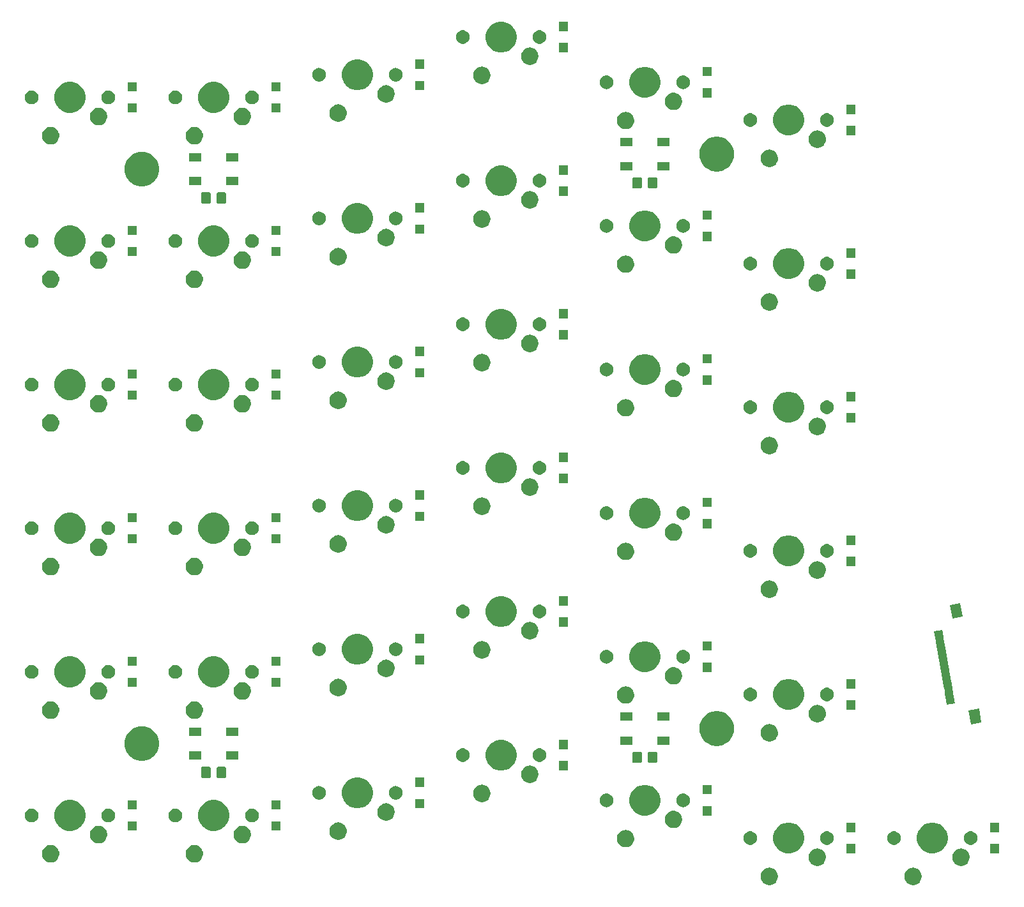
<source format=gbs>
G04 #@! TF.GenerationSoftware,KiCad,Pcbnew,5.1.5+dfsg1-2build2*
G04 #@! TF.CreationDate,2020-05-17T17:42:05-07:00*
G04 #@! TF.ProjectId,triad_left,74726961-645f-46c6-9566-742e6b696361,rev?*
G04 #@! TF.SameCoordinates,Original*
G04 #@! TF.FileFunction,Soldermask,Bot*
G04 #@! TF.FilePolarity,Negative*
%FSLAX46Y46*%
G04 Gerber Fmt 4.6, Leading zero omitted, Abs format (unit mm)*
G04 Created by KiCad (PCBNEW 5.1.5+dfsg1-2build2) date 2020-05-17 17:42:05*
%MOMM*%
%LPD*%
G04 APERTURE LIST*
%ADD10C,0.100000*%
G04 APERTURE END LIST*
D10*
G36*
X151284549Y-137076116D02*
G01*
X151395734Y-137098232D01*
X151605203Y-137184997D01*
X151793720Y-137310960D01*
X151954040Y-137471280D01*
X152080003Y-137659797D01*
X152166768Y-137869266D01*
X152211000Y-138091636D01*
X152211000Y-138318364D01*
X152166768Y-138540734D01*
X152080003Y-138750203D01*
X151954040Y-138938720D01*
X151793720Y-139099040D01*
X151605203Y-139225003D01*
X151395734Y-139311768D01*
X151284549Y-139333884D01*
X151173365Y-139356000D01*
X150946635Y-139356000D01*
X150835451Y-139333884D01*
X150724266Y-139311768D01*
X150514797Y-139225003D01*
X150326280Y-139099040D01*
X150165960Y-138938720D01*
X150039997Y-138750203D01*
X149953232Y-138540734D01*
X149909000Y-138318364D01*
X149909000Y-138091636D01*
X149953232Y-137869266D01*
X150039997Y-137659797D01*
X150165960Y-137471280D01*
X150326280Y-137310960D01*
X150514797Y-137184997D01*
X150724266Y-137098232D01*
X150835451Y-137076116D01*
X150946635Y-137054000D01*
X151173365Y-137054000D01*
X151284549Y-137076116D01*
G37*
G36*
X132234549Y-137076116D02*
G01*
X132345734Y-137098232D01*
X132555203Y-137184997D01*
X132743720Y-137310960D01*
X132904040Y-137471280D01*
X133030003Y-137659797D01*
X133116768Y-137869266D01*
X133161000Y-138091636D01*
X133161000Y-138318364D01*
X133116768Y-138540734D01*
X133030003Y-138750203D01*
X132904040Y-138938720D01*
X132743720Y-139099040D01*
X132555203Y-139225003D01*
X132345734Y-139311768D01*
X132234549Y-139333884D01*
X132123365Y-139356000D01*
X131896635Y-139356000D01*
X131785451Y-139333884D01*
X131674266Y-139311768D01*
X131464797Y-139225003D01*
X131276280Y-139099040D01*
X131115960Y-138938720D01*
X130989997Y-138750203D01*
X130903232Y-138540734D01*
X130859000Y-138318364D01*
X130859000Y-138091636D01*
X130903232Y-137869266D01*
X130989997Y-137659797D01*
X131115960Y-137471280D01*
X131276280Y-137310960D01*
X131464797Y-137184997D01*
X131674266Y-137098232D01*
X131785451Y-137076116D01*
X131896635Y-137054000D01*
X132123365Y-137054000D01*
X132234549Y-137076116D01*
G37*
G36*
X157634549Y-134536116D02*
G01*
X157745734Y-134558232D01*
X157955203Y-134644997D01*
X158143720Y-134770960D01*
X158304040Y-134931280D01*
X158411186Y-135091636D01*
X158430004Y-135119799D01*
X158453283Y-135176000D01*
X158512253Y-135318365D01*
X158516768Y-135329267D01*
X158558832Y-135540734D01*
X158561000Y-135551636D01*
X158561000Y-135778364D01*
X158516768Y-136000734D01*
X158430003Y-136210203D01*
X158304040Y-136398720D01*
X158143720Y-136559040D01*
X157955203Y-136685003D01*
X157745734Y-136771768D01*
X157634549Y-136793884D01*
X157523365Y-136816000D01*
X157296635Y-136816000D01*
X157185451Y-136793884D01*
X157074266Y-136771768D01*
X156864797Y-136685003D01*
X156676280Y-136559040D01*
X156515960Y-136398720D01*
X156389997Y-136210203D01*
X156303232Y-136000734D01*
X156259000Y-135778364D01*
X156259000Y-135551636D01*
X156261169Y-135540734D01*
X156303232Y-135329267D01*
X156307748Y-135318365D01*
X156366717Y-135176000D01*
X156389996Y-135119799D01*
X156408814Y-135091636D01*
X156515960Y-134931280D01*
X156676280Y-134770960D01*
X156864797Y-134644997D01*
X157074266Y-134558232D01*
X157185451Y-134536116D01*
X157296635Y-134514000D01*
X157523365Y-134514000D01*
X157634549Y-134536116D01*
G37*
G36*
X138584549Y-134536116D02*
G01*
X138695734Y-134558232D01*
X138905203Y-134644997D01*
X139093720Y-134770960D01*
X139254040Y-134931280D01*
X139361186Y-135091636D01*
X139380004Y-135119799D01*
X139403283Y-135176000D01*
X139462253Y-135318365D01*
X139466768Y-135329267D01*
X139508832Y-135540734D01*
X139511000Y-135551636D01*
X139511000Y-135778364D01*
X139466768Y-136000734D01*
X139380003Y-136210203D01*
X139254040Y-136398720D01*
X139093720Y-136559040D01*
X138905203Y-136685003D01*
X138695734Y-136771768D01*
X138584549Y-136793884D01*
X138473365Y-136816000D01*
X138246635Y-136816000D01*
X138135451Y-136793884D01*
X138024266Y-136771768D01*
X137814797Y-136685003D01*
X137626280Y-136559040D01*
X137465960Y-136398720D01*
X137339997Y-136210203D01*
X137253232Y-136000734D01*
X137209000Y-135778364D01*
X137209000Y-135551636D01*
X137211169Y-135540734D01*
X137253232Y-135329267D01*
X137257748Y-135318365D01*
X137316717Y-135176000D01*
X137339996Y-135119799D01*
X137358814Y-135091636D01*
X137465960Y-134931280D01*
X137626280Y-134770960D01*
X137814797Y-134644997D01*
X138024266Y-134558232D01*
X138135451Y-134536116D01*
X138246635Y-134514000D01*
X138473365Y-134514000D01*
X138584549Y-134536116D01*
G37*
G36*
X56034549Y-134076116D02*
G01*
X56145734Y-134098232D01*
X56355203Y-134184997D01*
X56543720Y-134310960D01*
X56704040Y-134471280D01*
X56830003Y-134659797D01*
X56916768Y-134869266D01*
X56931350Y-134942573D01*
X56961000Y-135091635D01*
X56961000Y-135318365D01*
X56958831Y-135329267D01*
X56916768Y-135540734D01*
X56830003Y-135750203D01*
X56704040Y-135938720D01*
X56543720Y-136099040D01*
X56355203Y-136225003D01*
X56145734Y-136311768D01*
X56034549Y-136333884D01*
X55923365Y-136356000D01*
X55696635Y-136356000D01*
X55585451Y-136333884D01*
X55474266Y-136311768D01*
X55264797Y-136225003D01*
X55076280Y-136099040D01*
X54915960Y-135938720D01*
X54789997Y-135750203D01*
X54703232Y-135540734D01*
X54661169Y-135329267D01*
X54659000Y-135318365D01*
X54659000Y-135091635D01*
X54688650Y-134942573D01*
X54703232Y-134869266D01*
X54789997Y-134659797D01*
X54915960Y-134471280D01*
X55076280Y-134310960D01*
X55264797Y-134184997D01*
X55474266Y-134098232D01*
X55585451Y-134076116D01*
X55696635Y-134054000D01*
X55923365Y-134054000D01*
X56034549Y-134076116D01*
G37*
G36*
X36984549Y-134076116D02*
G01*
X37095734Y-134098232D01*
X37305203Y-134184997D01*
X37493720Y-134310960D01*
X37654040Y-134471280D01*
X37780003Y-134659797D01*
X37866768Y-134869266D01*
X37881350Y-134942573D01*
X37911000Y-135091635D01*
X37911000Y-135318365D01*
X37908831Y-135329267D01*
X37866768Y-135540734D01*
X37780003Y-135750203D01*
X37654040Y-135938720D01*
X37493720Y-136099040D01*
X37305203Y-136225003D01*
X37095734Y-136311768D01*
X36984549Y-136333884D01*
X36873365Y-136356000D01*
X36646635Y-136356000D01*
X36535451Y-136333884D01*
X36424266Y-136311768D01*
X36214797Y-136225003D01*
X36026280Y-136099040D01*
X35865960Y-135938720D01*
X35739997Y-135750203D01*
X35653232Y-135540734D01*
X35611169Y-135329267D01*
X35609000Y-135318365D01*
X35609000Y-135091635D01*
X35638650Y-134942573D01*
X35653232Y-134869266D01*
X35739997Y-134659797D01*
X35865960Y-134471280D01*
X36026280Y-134310960D01*
X36214797Y-134184997D01*
X36424266Y-134098232D01*
X36535451Y-134076116D01*
X36646635Y-134054000D01*
X36873365Y-134054000D01*
X36984549Y-134076116D01*
G37*
G36*
X135148254Y-131152818D02*
G01*
X135521511Y-131307426D01*
X135521513Y-131307427D01*
X135857436Y-131531884D01*
X136143116Y-131817564D01*
X136349207Y-132126000D01*
X136367574Y-132153489D01*
X136522182Y-132526746D01*
X136601000Y-132922993D01*
X136601000Y-133327007D01*
X136522182Y-133723254D01*
X136367574Y-134096511D01*
X136367573Y-134096513D01*
X136143116Y-134432436D01*
X135857436Y-134718116D01*
X135521513Y-134942573D01*
X135521512Y-134942574D01*
X135521511Y-134942574D01*
X135148254Y-135097182D01*
X134752007Y-135176000D01*
X134347993Y-135176000D01*
X133951746Y-135097182D01*
X133578489Y-134942574D01*
X133578488Y-134942574D01*
X133578487Y-134942573D01*
X133242564Y-134718116D01*
X132956884Y-134432436D01*
X132732427Y-134096513D01*
X132732426Y-134096511D01*
X132577818Y-133723254D01*
X132499000Y-133327007D01*
X132499000Y-132922993D01*
X132577818Y-132526746D01*
X132732426Y-132153489D01*
X132750794Y-132126000D01*
X132956884Y-131817564D01*
X133242564Y-131531884D01*
X133578487Y-131307427D01*
X133578489Y-131307426D01*
X133951746Y-131152818D01*
X134347993Y-131074000D01*
X134752007Y-131074000D01*
X135148254Y-131152818D01*
G37*
G36*
X154198254Y-131152818D02*
G01*
X154571511Y-131307426D01*
X154571513Y-131307427D01*
X154907436Y-131531884D01*
X155193116Y-131817564D01*
X155399207Y-132126000D01*
X155417574Y-132153489D01*
X155572182Y-132526746D01*
X155651000Y-132922993D01*
X155651000Y-133327007D01*
X155572182Y-133723254D01*
X155417574Y-134096511D01*
X155417573Y-134096513D01*
X155193116Y-134432436D01*
X154907436Y-134718116D01*
X154571513Y-134942573D01*
X154571512Y-134942574D01*
X154571511Y-134942574D01*
X154198254Y-135097182D01*
X153802007Y-135176000D01*
X153397993Y-135176000D01*
X153001746Y-135097182D01*
X152628489Y-134942574D01*
X152628488Y-134942574D01*
X152628487Y-134942573D01*
X152292564Y-134718116D01*
X152006884Y-134432436D01*
X151782427Y-134096513D01*
X151782426Y-134096511D01*
X151627818Y-133723254D01*
X151549000Y-133327007D01*
X151549000Y-132922993D01*
X151627818Y-132526746D01*
X151782426Y-132153489D01*
X151800794Y-132126000D01*
X152006884Y-131817564D01*
X152292564Y-131531884D01*
X152628487Y-131307427D01*
X152628489Y-131307426D01*
X153001746Y-131152818D01*
X153397993Y-131074000D01*
X153802007Y-131074000D01*
X154198254Y-131152818D01*
G37*
G36*
X143413500Y-135126000D02*
G01*
X142211500Y-135126000D01*
X142211500Y-133924000D01*
X143413500Y-133924000D01*
X143413500Y-135126000D01*
G37*
G36*
X162463499Y-135126000D02*
G01*
X161261499Y-135126000D01*
X161261499Y-133924000D01*
X162463499Y-133924000D01*
X162463499Y-135126000D01*
G37*
G36*
X113184549Y-132076116D02*
G01*
X113295734Y-132098232D01*
X113429131Y-132153487D01*
X113483483Y-132176000D01*
X113505203Y-132184997D01*
X113693720Y-132310960D01*
X113854040Y-132471280D01*
X113980003Y-132659797D01*
X114063837Y-132862189D01*
X114066768Y-132869267D01*
X114111000Y-133091635D01*
X114111000Y-133318365D01*
X114095016Y-133398720D01*
X114066768Y-133540734D01*
X113980003Y-133750203D01*
X113854040Y-133938720D01*
X113693720Y-134099040D01*
X113505203Y-134225003D01*
X113295734Y-134311768D01*
X113184549Y-134333884D01*
X113073365Y-134356000D01*
X112846635Y-134356000D01*
X112735451Y-134333884D01*
X112624266Y-134311768D01*
X112414797Y-134225003D01*
X112226280Y-134099040D01*
X112065960Y-133938720D01*
X111939997Y-133750203D01*
X111853232Y-133540734D01*
X111824984Y-133398720D01*
X111809000Y-133318365D01*
X111809000Y-133091635D01*
X111853232Y-132869267D01*
X111856164Y-132862189D01*
X111939997Y-132659797D01*
X112065960Y-132471280D01*
X112226280Y-132310960D01*
X112414797Y-132184997D01*
X112436518Y-132176000D01*
X112490869Y-132153487D01*
X112624266Y-132098232D01*
X112735451Y-132076116D01*
X112846635Y-132054000D01*
X113073365Y-132054000D01*
X113184549Y-132076116D01*
G37*
G36*
X158793512Y-132228927D02*
G01*
X158942812Y-132258624D01*
X159106784Y-132326544D01*
X159254354Y-132425147D01*
X159379853Y-132550646D01*
X159478456Y-132698216D01*
X159546376Y-132862188D01*
X159581000Y-133036259D01*
X159581000Y-133213741D01*
X159546376Y-133387812D01*
X159478456Y-133551784D01*
X159379853Y-133699354D01*
X159254354Y-133824853D01*
X159106784Y-133923456D01*
X158942812Y-133991376D01*
X158793512Y-134021073D01*
X158768742Y-134026000D01*
X158591258Y-134026000D01*
X158566488Y-134021073D01*
X158417188Y-133991376D01*
X158253216Y-133923456D01*
X158105646Y-133824853D01*
X157980147Y-133699354D01*
X157881544Y-133551784D01*
X157813624Y-133387812D01*
X157779000Y-133213741D01*
X157779000Y-133036259D01*
X157813624Y-132862188D01*
X157881544Y-132698216D01*
X157980147Y-132550646D01*
X158105646Y-132425147D01*
X158253216Y-132326544D01*
X158417188Y-132258624D01*
X158566488Y-132228927D01*
X158591258Y-132224000D01*
X158768742Y-132224000D01*
X158793512Y-132228927D01*
G37*
G36*
X139743512Y-132228927D02*
G01*
X139892812Y-132258624D01*
X140056784Y-132326544D01*
X140204354Y-132425147D01*
X140329853Y-132550646D01*
X140428456Y-132698216D01*
X140496376Y-132862188D01*
X140531000Y-133036259D01*
X140531000Y-133213741D01*
X140496376Y-133387812D01*
X140428456Y-133551784D01*
X140329853Y-133699354D01*
X140204354Y-133824853D01*
X140056784Y-133923456D01*
X139892812Y-133991376D01*
X139743512Y-134021073D01*
X139718742Y-134026000D01*
X139541258Y-134026000D01*
X139516488Y-134021073D01*
X139367188Y-133991376D01*
X139203216Y-133923456D01*
X139055646Y-133824853D01*
X138930147Y-133699354D01*
X138831544Y-133551784D01*
X138763624Y-133387812D01*
X138729000Y-133213741D01*
X138729000Y-133036259D01*
X138763624Y-132862188D01*
X138831544Y-132698216D01*
X138930147Y-132550646D01*
X139055646Y-132425147D01*
X139203216Y-132326544D01*
X139367188Y-132258624D01*
X139516488Y-132228927D01*
X139541258Y-132224000D01*
X139718742Y-132224000D01*
X139743512Y-132228927D01*
G37*
G36*
X129583512Y-132228927D02*
G01*
X129732812Y-132258624D01*
X129896784Y-132326544D01*
X130044354Y-132425147D01*
X130169853Y-132550646D01*
X130268456Y-132698216D01*
X130336376Y-132862188D01*
X130371000Y-133036259D01*
X130371000Y-133213741D01*
X130336376Y-133387812D01*
X130268456Y-133551784D01*
X130169853Y-133699354D01*
X130044354Y-133824853D01*
X129896784Y-133923456D01*
X129732812Y-133991376D01*
X129583512Y-134021073D01*
X129558742Y-134026000D01*
X129381258Y-134026000D01*
X129356488Y-134021073D01*
X129207188Y-133991376D01*
X129043216Y-133923456D01*
X128895646Y-133824853D01*
X128770147Y-133699354D01*
X128671544Y-133551784D01*
X128603624Y-133387812D01*
X128569000Y-133213741D01*
X128569000Y-133036259D01*
X128603624Y-132862188D01*
X128671544Y-132698216D01*
X128770147Y-132550646D01*
X128895646Y-132425147D01*
X129043216Y-132326544D01*
X129207188Y-132258624D01*
X129356488Y-132228927D01*
X129381258Y-132224000D01*
X129558742Y-132224000D01*
X129583512Y-132228927D01*
G37*
G36*
X148633512Y-132228927D02*
G01*
X148782812Y-132258624D01*
X148946784Y-132326544D01*
X149094354Y-132425147D01*
X149219853Y-132550646D01*
X149318456Y-132698216D01*
X149386376Y-132862188D01*
X149421000Y-133036259D01*
X149421000Y-133213741D01*
X149386376Y-133387812D01*
X149318456Y-133551784D01*
X149219853Y-133699354D01*
X149094354Y-133824853D01*
X148946784Y-133923456D01*
X148782812Y-133991376D01*
X148633512Y-134021073D01*
X148608742Y-134026000D01*
X148431258Y-134026000D01*
X148406488Y-134021073D01*
X148257188Y-133991376D01*
X148093216Y-133923456D01*
X147945646Y-133824853D01*
X147820147Y-133699354D01*
X147721544Y-133551784D01*
X147653624Y-133387812D01*
X147619000Y-133213741D01*
X147619000Y-133036259D01*
X147653624Y-132862188D01*
X147721544Y-132698216D01*
X147820147Y-132550646D01*
X147945646Y-132425147D01*
X148093216Y-132326544D01*
X148257188Y-132258624D01*
X148406488Y-132228927D01*
X148431258Y-132224000D01*
X148608742Y-132224000D01*
X148633512Y-132228927D01*
G37*
G36*
X62363273Y-131531884D02*
G01*
X62495734Y-131558232D01*
X62705203Y-131644997D01*
X62893720Y-131770960D01*
X63054040Y-131931280D01*
X63180003Y-132119797D01*
X63180004Y-132119799D01*
X63193958Y-132153487D01*
X63265641Y-132326544D01*
X63266768Y-132329267D01*
X63308832Y-132540734D01*
X63311000Y-132551636D01*
X63311000Y-132778364D01*
X63266768Y-133000734D01*
X63180003Y-133210203D01*
X63054040Y-133398720D01*
X62893720Y-133559040D01*
X62705203Y-133685003D01*
X62495734Y-133771768D01*
X62384549Y-133793884D01*
X62273365Y-133816000D01*
X62046635Y-133816000D01*
X61935451Y-133793884D01*
X61824266Y-133771768D01*
X61614797Y-133685003D01*
X61426280Y-133559040D01*
X61265960Y-133398720D01*
X61139997Y-133210203D01*
X61053232Y-133000734D01*
X61009000Y-132778364D01*
X61009000Y-132551636D01*
X61011169Y-132540734D01*
X61053232Y-132329267D01*
X61054360Y-132326544D01*
X61126042Y-132153487D01*
X61139996Y-132119799D01*
X61139997Y-132119797D01*
X61265960Y-131931280D01*
X61426280Y-131770960D01*
X61614797Y-131644997D01*
X61824266Y-131558232D01*
X61956727Y-131531884D01*
X62046635Y-131514000D01*
X62273365Y-131514000D01*
X62363273Y-131531884D01*
G37*
G36*
X43313273Y-131531884D02*
G01*
X43445734Y-131558232D01*
X43655203Y-131644997D01*
X43843720Y-131770960D01*
X44004040Y-131931280D01*
X44130003Y-132119797D01*
X44130004Y-132119799D01*
X44143958Y-132153487D01*
X44215641Y-132326544D01*
X44216768Y-132329267D01*
X44258832Y-132540734D01*
X44261000Y-132551636D01*
X44261000Y-132778364D01*
X44216768Y-133000734D01*
X44130003Y-133210203D01*
X44004040Y-133398720D01*
X43843720Y-133559040D01*
X43655203Y-133685003D01*
X43445734Y-133771768D01*
X43334549Y-133793884D01*
X43223365Y-133816000D01*
X42996635Y-133816000D01*
X42885451Y-133793884D01*
X42774266Y-133771768D01*
X42564797Y-133685003D01*
X42376280Y-133559040D01*
X42215960Y-133398720D01*
X42089997Y-133210203D01*
X42003232Y-133000734D01*
X41959000Y-132778364D01*
X41959000Y-132551636D01*
X41961169Y-132540734D01*
X42003232Y-132329267D01*
X42004360Y-132326544D01*
X42076042Y-132153487D01*
X42089996Y-132119799D01*
X42089997Y-132119797D01*
X42215960Y-131931280D01*
X42376280Y-131770960D01*
X42564797Y-131644997D01*
X42774266Y-131558232D01*
X42906727Y-131531884D01*
X42996635Y-131514000D01*
X43223365Y-131514000D01*
X43313273Y-131531884D01*
G37*
G36*
X75073911Y-131074000D02*
G01*
X75195734Y-131098232D01*
X75405203Y-131184997D01*
X75593720Y-131310960D01*
X75754040Y-131471280D01*
X75880003Y-131659797D01*
X75966768Y-131869266D01*
X75981350Y-131942573D01*
X76011000Y-132091635D01*
X76011000Y-132318365D01*
X76008831Y-132329267D01*
X75966768Y-132540734D01*
X75880003Y-132750203D01*
X75754040Y-132938720D01*
X75593720Y-133099040D01*
X75405203Y-133225003D01*
X75195734Y-133311768D01*
X75119127Y-133327006D01*
X74973365Y-133356000D01*
X74746635Y-133356000D01*
X74600873Y-133327006D01*
X74524266Y-133311768D01*
X74314797Y-133225003D01*
X74126280Y-133099040D01*
X73965960Y-132938720D01*
X73839997Y-132750203D01*
X73753232Y-132540734D01*
X73711169Y-132329267D01*
X73709000Y-132318365D01*
X73709000Y-132091635D01*
X73738650Y-131942573D01*
X73753232Y-131869266D01*
X73839997Y-131659797D01*
X73965960Y-131471280D01*
X74126280Y-131310960D01*
X74314797Y-131184997D01*
X74524266Y-131098232D01*
X74646089Y-131074000D01*
X74746635Y-131054000D01*
X74973365Y-131054000D01*
X75073911Y-131074000D01*
G37*
G36*
X162463499Y-132326000D02*
G01*
X161261499Y-132326000D01*
X161261499Y-131124000D01*
X162463499Y-131124000D01*
X162463499Y-132326000D01*
G37*
G36*
X143413500Y-132326000D02*
G01*
X142211500Y-132326000D01*
X142211500Y-131124000D01*
X143413500Y-131124000D01*
X143413500Y-132326000D01*
G37*
G36*
X58948254Y-128152818D02*
G01*
X59321511Y-128307426D01*
X59321513Y-128307427D01*
X59657436Y-128531884D01*
X59943116Y-128817564D01*
X60149207Y-129126000D01*
X60167574Y-129153489D01*
X60322182Y-129526746D01*
X60401000Y-129922993D01*
X60401000Y-130327007D01*
X60322182Y-130723254D01*
X60176898Y-131074000D01*
X60167573Y-131096513D01*
X59943116Y-131432436D01*
X59657436Y-131718116D01*
X59321513Y-131942573D01*
X59321512Y-131942574D01*
X59321511Y-131942574D01*
X58948254Y-132097182D01*
X58552007Y-132176000D01*
X58147993Y-132176000D01*
X57751746Y-132097182D01*
X57378489Y-131942574D01*
X57378488Y-131942574D01*
X57378487Y-131942573D01*
X57042564Y-131718116D01*
X56756884Y-131432436D01*
X56532427Y-131096513D01*
X56523102Y-131074000D01*
X56377818Y-130723254D01*
X56299000Y-130327007D01*
X56299000Y-129922993D01*
X56377818Y-129526746D01*
X56532426Y-129153489D01*
X56550794Y-129126000D01*
X56756884Y-128817564D01*
X57042564Y-128531884D01*
X57378487Y-128307427D01*
X57378489Y-128307426D01*
X57751746Y-128152818D01*
X58147993Y-128074000D01*
X58552007Y-128074000D01*
X58948254Y-128152818D01*
G37*
G36*
X39898254Y-128152818D02*
G01*
X40271511Y-128307426D01*
X40271513Y-128307427D01*
X40607436Y-128531884D01*
X40893116Y-128817564D01*
X41099207Y-129126000D01*
X41117574Y-129153489D01*
X41272182Y-129526746D01*
X41351000Y-129922993D01*
X41351000Y-130327007D01*
X41272182Y-130723254D01*
X41126898Y-131074000D01*
X41117573Y-131096513D01*
X40893116Y-131432436D01*
X40607436Y-131718116D01*
X40271513Y-131942573D01*
X40271512Y-131942574D01*
X40271511Y-131942574D01*
X39898254Y-132097182D01*
X39502007Y-132176000D01*
X39097993Y-132176000D01*
X38701746Y-132097182D01*
X38328489Y-131942574D01*
X38328488Y-131942574D01*
X38328487Y-131942573D01*
X37992564Y-131718116D01*
X37706884Y-131432436D01*
X37482427Y-131096513D01*
X37473102Y-131074000D01*
X37327818Y-130723254D01*
X37249000Y-130327007D01*
X37249000Y-129922993D01*
X37327818Y-129526746D01*
X37482426Y-129153489D01*
X37500794Y-129126000D01*
X37706884Y-128817564D01*
X37992564Y-128531884D01*
X38328487Y-128307427D01*
X38328489Y-128307426D01*
X38701746Y-128152818D01*
X39097993Y-128074000D01*
X39502007Y-128074000D01*
X39898254Y-128152818D01*
G37*
G36*
X48163500Y-132126000D02*
G01*
X46961500Y-132126000D01*
X46961500Y-130924000D01*
X48163500Y-130924000D01*
X48163500Y-132126000D01*
G37*
G36*
X67213500Y-132126000D02*
G01*
X66011500Y-132126000D01*
X66011500Y-130924000D01*
X67213500Y-130924000D01*
X67213500Y-132126000D01*
G37*
G36*
X119487438Y-129526745D02*
G01*
X119645734Y-129558232D01*
X119855203Y-129644997D01*
X120043720Y-129770960D01*
X120204040Y-129931280D01*
X120314891Y-130097181D01*
X120330004Y-130119799D01*
X120353283Y-130176000D01*
X120416768Y-130329266D01*
X120461000Y-130551636D01*
X120461000Y-130778364D01*
X120416768Y-131000734D01*
X120330003Y-131210203D01*
X120204040Y-131398720D01*
X120043720Y-131559040D01*
X119855203Y-131685003D01*
X119645734Y-131771768D01*
X119534549Y-131793884D01*
X119423365Y-131816000D01*
X119196635Y-131816000D01*
X119085451Y-131793884D01*
X118974266Y-131771768D01*
X118764797Y-131685003D01*
X118576280Y-131559040D01*
X118415960Y-131398720D01*
X118289997Y-131210203D01*
X118203232Y-131000734D01*
X118159000Y-130778364D01*
X118159000Y-130551636D01*
X118203232Y-130329266D01*
X118266717Y-130176000D01*
X118289996Y-130119799D01*
X118305109Y-130097181D01*
X118415960Y-129931280D01*
X118576280Y-129770960D01*
X118764797Y-129644997D01*
X118974266Y-129558232D01*
X119132562Y-129526745D01*
X119196635Y-129514000D01*
X119423365Y-129514000D01*
X119487438Y-129526745D01*
G37*
G36*
X34333512Y-129228927D02*
G01*
X34482812Y-129258624D01*
X34646784Y-129326544D01*
X34794354Y-129425147D01*
X34919853Y-129550646D01*
X35018456Y-129698216D01*
X35086376Y-129862188D01*
X35121000Y-130036259D01*
X35121000Y-130213741D01*
X35086376Y-130387812D01*
X35018456Y-130551784D01*
X34919853Y-130699354D01*
X34794354Y-130824853D01*
X34646784Y-130923456D01*
X34482812Y-130991376D01*
X34333512Y-131021073D01*
X34308742Y-131026000D01*
X34131258Y-131026000D01*
X34106488Y-131021073D01*
X33957188Y-130991376D01*
X33793216Y-130923456D01*
X33645646Y-130824853D01*
X33520147Y-130699354D01*
X33421544Y-130551784D01*
X33353624Y-130387812D01*
X33319000Y-130213741D01*
X33319000Y-130036259D01*
X33353624Y-129862188D01*
X33421544Y-129698216D01*
X33520147Y-129550646D01*
X33645646Y-129425147D01*
X33793216Y-129326544D01*
X33957188Y-129258624D01*
X34106488Y-129228927D01*
X34131258Y-129224000D01*
X34308742Y-129224000D01*
X34333512Y-129228927D01*
G37*
G36*
X63543512Y-129228927D02*
G01*
X63692812Y-129258624D01*
X63856784Y-129326544D01*
X64004354Y-129425147D01*
X64129853Y-129550646D01*
X64228456Y-129698216D01*
X64296376Y-129862188D01*
X64331000Y-130036259D01*
X64331000Y-130213741D01*
X64296376Y-130387812D01*
X64228456Y-130551784D01*
X64129853Y-130699354D01*
X64004354Y-130824853D01*
X63856784Y-130923456D01*
X63692812Y-130991376D01*
X63543512Y-131021073D01*
X63518742Y-131026000D01*
X63341258Y-131026000D01*
X63316488Y-131021073D01*
X63167188Y-130991376D01*
X63003216Y-130923456D01*
X62855646Y-130824853D01*
X62730147Y-130699354D01*
X62631544Y-130551784D01*
X62563624Y-130387812D01*
X62529000Y-130213741D01*
X62529000Y-130036259D01*
X62563624Y-129862188D01*
X62631544Y-129698216D01*
X62730147Y-129550646D01*
X62855646Y-129425147D01*
X63003216Y-129326544D01*
X63167188Y-129258624D01*
X63316488Y-129228927D01*
X63341258Y-129224000D01*
X63518742Y-129224000D01*
X63543512Y-129228927D01*
G37*
G36*
X53383512Y-129228927D02*
G01*
X53532812Y-129258624D01*
X53696784Y-129326544D01*
X53844354Y-129425147D01*
X53969853Y-129550646D01*
X54068456Y-129698216D01*
X54136376Y-129862188D01*
X54171000Y-130036259D01*
X54171000Y-130213741D01*
X54136376Y-130387812D01*
X54068456Y-130551784D01*
X53969853Y-130699354D01*
X53844354Y-130824853D01*
X53696784Y-130923456D01*
X53532812Y-130991376D01*
X53383512Y-131021073D01*
X53358742Y-131026000D01*
X53181258Y-131026000D01*
X53156488Y-131021073D01*
X53007188Y-130991376D01*
X52843216Y-130923456D01*
X52695646Y-130824853D01*
X52570147Y-130699354D01*
X52471544Y-130551784D01*
X52403624Y-130387812D01*
X52369000Y-130213741D01*
X52369000Y-130036259D01*
X52403624Y-129862188D01*
X52471544Y-129698216D01*
X52570147Y-129550646D01*
X52695646Y-129425147D01*
X52843216Y-129326544D01*
X53007188Y-129258624D01*
X53156488Y-129228927D01*
X53181258Y-129224000D01*
X53358742Y-129224000D01*
X53383512Y-129228927D01*
G37*
G36*
X44493512Y-129228927D02*
G01*
X44642812Y-129258624D01*
X44806784Y-129326544D01*
X44954354Y-129425147D01*
X45079853Y-129550646D01*
X45178456Y-129698216D01*
X45246376Y-129862188D01*
X45281000Y-130036259D01*
X45281000Y-130213741D01*
X45246376Y-130387812D01*
X45178456Y-130551784D01*
X45079853Y-130699354D01*
X44954354Y-130824853D01*
X44806784Y-130923456D01*
X44642812Y-130991376D01*
X44493512Y-131021073D01*
X44468742Y-131026000D01*
X44291258Y-131026000D01*
X44266488Y-131021073D01*
X44117188Y-130991376D01*
X43953216Y-130923456D01*
X43805646Y-130824853D01*
X43680147Y-130699354D01*
X43581544Y-130551784D01*
X43513624Y-130387812D01*
X43479000Y-130213741D01*
X43479000Y-130036259D01*
X43513624Y-129862188D01*
X43581544Y-129698216D01*
X43680147Y-129550646D01*
X43805646Y-129425147D01*
X43953216Y-129326544D01*
X44117188Y-129258624D01*
X44266488Y-129228927D01*
X44291258Y-129224000D01*
X44468742Y-129224000D01*
X44493512Y-129228927D01*
G37*
G36*
X81413273Y-128531884D02*
G01*
X81545734Y-128558232D01*
X81755203Y-128644997D01*
X81943720Y-128770960D01*
X82104040Y-128931280D01*
X82214445Y-129096513D01*
X82230004Y-129119799D01*
X82243958Y-129153487D01*
X82316768Y-129329266D01*
X82361000Y-129551636D01*
X82361000Y-129778364D01*
X82316768Y-130000734D01*
X82230003Y-130210203D01*
X82104040Y-130398720D01*
X81943720Y-130559040D01*
X81755203Y-130685003D01*
X81545734Y-130771768D01*
X81434549Y-130793884D01*
X81323365Y-130816000D01*
X81096635Y-130816000D01*
X80985451Y-130793884D01*
X80874266Y-130771768D01*
X80664797Y-130685003D01*
X80476280Y-130559040D01*
X80315960Y-130398720D01*
X80189997Y-130210203D01*
X80103232Y-130000734D01*
X80059000Y-129778364D01*
X80059000Y-129551636D01*
X80103232Y-129329266D01*
X80176042Y-129153487D01*
X80189996Y-129119799D01*
X80205555Y-129096513D01*
X80315960Y-128931280D01*
X80476280Y-128770960D01*
X80664797Y-128644997D01*
X80874266Y-128558232D01*
X81006727Y-128531884D01*
X81096635Y-128514000D01*
X81323365Y-128514000D01*
X81413273Y-128531884D01*
G37*
G36*
X116098254Y-126152818D02*
G01*
X116471511Y-126307426D01*
X116471513Y-126307427D01*
X116807436Y-126531884D01*
X117093116Y-126817564D01*
X117276245Y-127091635D01*
X117317574Y-127153489D01*
X117472182Y-127526746D01*
X117551000Y-127922993D01*
X117551000Y-128327007D01*
X117472182Y-128723254D01*
X117317574Y-129096511D01*
X117317573Y-129096513D01*
X117093116Y-129432436D01*
X116807436Y-129718116D01*
X116471513Y-129942573D01*
X116471512Y-129942574D01*
X116471511Y-129942574D01*
X116098254Y-130097182D01*
X115702007Y-130176000D01*
X115297993Y-130176000D01*
X114901746Y-130097182D01*
X114528489Y-129942574D01*
X114528488Y-129942574D01*
X114528487Y-129942573D01*
X114192564Y-129718116D01*
X113906884Y-129432436D01*
X113682427Y-129096513D01*
X113682426Y-129096511D01*
X113527818Y-128723254D01*
X113449000Y-128327007D01*
X113449000Y-127922993D01*
X113527818Y-127526746D01*
X113682426Y-127153489D01*
X113723756Y-127091635D01*
X113906884Y-126817564D01*
X114192564Y-126531884D01*
X114528487Y-126307427D01*
X114528489Y-126307426D01*
X114901746Y-126152818D01*
X115297993Y-126074000D01*
X115702007Y-126074000D01*
X116098254Y-126152818D01*
G37*
G36*
X124363500Y-130126000D02*
G01*
X123161500Y-130126000D01*
X123161500Y-128924000D01*
X124363500Y-128924000D01*
X124363500Y-130126000D01*
G37*
G36*
X48163500Y-129326000D02*
G01*
X46961500Y-129326000D01*
X46961500Y-128124000D01*
X48163500Y-128124000D01*
X48163500Y-129326000D01*
G37*
G36*
X67213500Y-129326000D02*
G01*
X66011500Y-129326000D01*
X66011500Y-128124000D01*
X67213500Y-128124000D01*
X67213500Y-129326000D01*
G37*
G36*
X77998254Y-125152818D02*
G01*
X78371511Y-125307426D01*
X78371513Y-125307427D01*
X78707436Y-125531884D01*
X78993116Y-125817564D01*
X79217127Y-126152819D01*
X79217574Y-126153489D01*
X79372182Y-126526746D01*
X79451000Y-126922993D01*
X79451000Y-127327007D01*
X79372182Y-127723254D01*
X79242531Y-128036259D01*
X79217573Y-128096513D01*
X78993116Y-128432436D01*
X78707436Y-128718116D01*
X78371513Y-128942573D01*
X78371512Y-128942574D01*
X78371511Y-128942574D01*
X77998254Y-129097182D01*
X77602007Y-129176000D01*
X77197993Y-129176000D01*
X76801746Y-129097182D01*
X76428489Y-128942574D01*
X76428488Y-128942574D01*
X76428487Y-128942573D01*
X76092564Y-128718116D01*
X75806884Y-128432436D01*
X75582427Y-128096513D01*
X75557469Y-128036259D01*
X75427818Y-127723254D01*
X75349000Y-127327007D01*
X75349000Y-126922993D01*
X75427818Y-126526746D01*
X75582426Y-126153489D01*
X75582874Y-126152819D01*
X75806884Y-125817564D01*
X76092564Y-125531884D01*
X76428487Y-125307427D01*
X76428489Y-125307426D01*
X76801746Y-125152818D01*
X77197993Y-125074000D01*
X77602007Y-125074000D01*
X77998254Y-125152818D01*
G37*
G36*
X86263500Y-129126000D02*
G01*
X85061500Y-129126000D01*
X85061500Y-127924000D01*
X86263500Y-127924000D01*
X86263500Y-129126000D01*
G37*
G36*
X120693512Y-127228927D02*
G01*
X120842812Y-127258624D01*
X121006784Y-127326544D01*
X121154354Y-127425147D01*
X121279853Y-127550646D01*
X121378456Y-127698216D01*
X121446376Y-127862188D01*
X121472072Y-127991375D01*
X121478960Y-128026000D01*
X121481000Y-128036259D01*
X121481000Y-128213741D01*
X121446376Y-128387812D01*
X121378456Y-128551784D01*
X121279853Y-128699354D01*
X121154354Y-128824853D01*
X121006784Y-128923456D01*
X120842812Y-128991376D01*
X120693512Y-129021073D01*
X120668742Y-129026000D01*
X120491258Y-129026000D01*
X120466488Y-129021073D01*
X120317188Y-128991376D01*
X120153216Y-128923456D01*
X120005646Y-128824853D01*
X119880147Y-128699354D01*
X119781544Y-128551784D01*
X119713624Y-128387812D01*
X119679000Y-128213741D01*
X119679000Y-128036259D01*
X119681041Y-128026000D01*
X119687928Y-127991375D01*
X119713624Y-127862188D01*
X119781544Y-127698216D01*
X119880147Y-127550646D01*
X120005646Y-127425147D01*
X120153216Y-127326544D01*
X120317188Y-127258624D01*
X120466488Y-127228927D01*
X120491258Y-127224000D01*
X120668742Y-127224000D01*
X120693512Y-127228927D01*
G37*
G36*
X110533512Y-127228927D02*
G01*
X110682812Y-127258624D01*
X110846784Y-127326544D01*
X110994354Y-127425147D01*
X111119853Y-127550646D01*
X111218456Y-127698216D01*
X111286376Y-127862188D01*
X111312072Y-127991375D01*
X111318960Y-128026000D01*
X111321000Y-128036259D01*
X111321000Y-128213741D01*
X111286376Y-128387812D01*
X111218456Y-128551784D01*
X111119853Y-128699354D01*
X110994354Y-128824853D01*
X110846784Y-128923456D01*
X110682812Y-128991376D01*
X110533512Y-129021073D01*
X110508742Y-129026000D01*
X110331258Y-129026000D01*
X110306488Y-129021073D01*
X110157188Y-128991376D01*
X109993216Y-128923456D01*
X109845646Y-128824853D01*
X109720147Y-128699354D01*
X109621544Y-128551784D01*
X109553624Y-128387812D01*
X109519000Y-128213741D01*
X109519000Y-128036259D01*
X109521041Y-128026000D01*
X109527928Y-127991375D01*
X109553624Y-127862188D01*
X109621544Y-127698216D01*
X109720147Y-127550646D01*
X109845646Y-127425147D01*
X109993216Y-127326544D01*
X110157188Y-127258624D01*
X110306488Y-127228927D01*
X110331258Y-127224000D01*
X110508742Y-127224000D01*
X110533512Y-127228927D01*
G37*
G36*
X94123911Y-126074000D02*
G01*
X94245734Y-126098232D01*
X94455203Y-126184997D01*
X94643720Y-126310960D01*
X94804040Y-126471280D01*
X94930003Y-126659797D01*
X95016768Y-126869266D01*
X95061000Y-127091636D01*
X95061000Y-127318364D01*
X95016768Y-127540734D01*
X94930003Y-127750203D01*
X94804040Y-127938720D01*
X94643720Y-128099040D01*
X94455203Y-128225003D01*
X94245734Y-128311768D01*
X94169127Y-128327006D01*
X94023365Y-128356000D01*
X93796635Y-128356000D01*
X93650873Y-128327006D01*
X93574266Y-128311768D01*
X93364797Y-128225003D01*
X93176280Y-128099040D01*
X93015960Y-127938720D01*
X92889997Y-127750203D01*
X92803232Y-127540734D01*
X92759000Y-127318364D01*
X92759000Y-127091636D01*
X92803232Y-126869266D01*
X92889997Y-126659797D01*
X93015960Y-126471280D01*
X93176280Y-126310960D01*
X93364797Y-126184997D01*
X93574266Y-126098232D01*
X93696089Y-126074000D01*
X93796635Y-126054000D01*
X94023365Y-126054000D01*
X94123911Y-126074000D01*
G37*
G36*
X82593512Y-126228927D02*
G01*
X82742812Y-126258624D01*
X82906784Y-126326544D01*
X83054354Y-126425147D01*
X83179853Y-126550646D01*
X83278456Y-126698216D01*
X83346376Y-126862188D01*
X83376073Y-127011488D01*
X83381000Y-127036258D01*
X83381000Y-127213742D01*
X83376073Y-127238512D01*
X83346376Y-127387812D01*
X83278456Y-127551784D01*
X83179853Y-127699354D01*
X83054354Y-127824853D01*
X82906784Y-127923456D01*
X82742812Y-127991376D01*
X82593512Y-128021073D01*
X82568742Y-128026000D01*
X82391258Y-128026000D01*
X82366488Y-128021073D01*
X82217188Y-127991376D01*
X82053216Y-127923456D01*
X81905646Y-127824853D01*
X81780147Y-127699354D01*
X81681544Y-127551784D01*
X81613624Y-127387812D01*
X81583927Y-127238512D01*
X81579000Y-127213742D01*
X81579000Y-127036258D01*
X81583927Y-127011488D01*
X81613624Y-126862188D01*
X81681544Y-126698216D01*
X81780147Y-126550646D01*
X81905646Y-126425147D01*
X82053216Y-126326544D01*
X82217188Y-126258624D01*
X82366488Y-126228927D01*
X82391258Y-126224000D01*
X82568742Y-126224000D01*
X82593512Y-126228927D01*
G37*
G36*
X72433512Y-126228927D02*
G01*
X72582812Y-126258624D01*
X72746784Y-126326544D01*
X72894354Y-126425147D01*
X73019853Y-126550646D01*
X73118456Y-126698216D01*
X73186376Y-126862188D01*
X73216073Y-127011488D01*
X73221000Y-127036258D01*
X73221000Y-127213742D01*
X73216073Y-127238512D01*
X73186376Y-127387812D01*
X73118456Y-127551784D01*
X73019853Y-127699354D01*
X72894354Y-127824853D01*
X72746784Y-127923456D01*
X72582812Y-127991376D01*
X72433512Y-128021073D01*
X72408742Y-128026000D01*
X72231258Y-128026000D01*
X72206488Y-128021073D01*
X72057188Y-127991376D01*
X71893216Y-127923456D01*
X71745646Y-127824853D01*
X71620147Y-127699354D01*
X71521544Y-127551784D01*
X71453624Y-127387812D01*
X71423927Y-127238512D01*
X71419000Y-127213742D01*
X71419000Y-127036258D01*
X71423927Y-127011488D01*
X71453624Y-126862188D01*
X71521544Y-126698216D01*
X71620147Y-126550646D01*
X71745646Y-126425147D01*
X71893216Y-126326544D01*
X72057188Y-126258624D01*
X72206488Y-126228927D01*
X72231258Y-126224000D01*
X72408742Y-126224000D01*
X72433512Y-126228927D01*
G37*
G36*
X124363500Y-127326000D02*
G01*
X123161500Y-127326000D01*
X123161500Y-126124000D01*
X124363500Y-126124000D01*
X124363500Y-127326000D01*
G37*
G36*
X86263500Y-126326000D02*
G01*
X85061500Y-126326000D01*
X85061500Y-125124000D01*
X86263500Y-125124000D01*
X86263500Y-126326000D01*
G37*
G36*
X100484549Y-123536116D02*
G01*
X100595734Y-123558232D01*
X100805203Y-123644997D01*
X100993720Y-123770960D01*
X101154040Y-123931280D01*
X101161586Y-123942574D01*
X101280004Y-124119799D01*
X101303283Y-124176000D01*
X101366768Y-124329266D01*
X101411000Y-124551636D01*
X101411000Y-124778364D01*
X101366768Y-125000734D01*
X101280003Y-125210203D01*
X101154040Y-125398720D01*
X100993720Y-125559040D01*
X100805203Y-125685003D01*
X100595734Y-125771768D01*
X100484549Y-125793884D01*
X100373365Y-125816000D01*
X100146635Y-125816000D01*
X100035451Y-125793884D01*
X99924266Y-125771768D01*
X99714797Y-125685003D01*
X99526280Y-125559040D01*
X99365960Y-125398720D01*
X99239997Y-125210203D01*
X99153232Y-125000734D01*
X99109000Y-124778364D01*
X99109000Y-124551636D01*
X99153232Y-124329266D01*
X99216717Y-124176000D01*
X99239996Y-124119799D01*
X99358414Y-123942574D01*
X99365960Y-123931280D01*
X99526280Y-123770960D01*
X99714797Y-123644997D01*
X99924266Y-123558232D01*
X100035451Y-123536116D01*
X100146635Y-123514000D01*
X100373365Y-123514000D01*
X100484549Y-123536116D01*
G37*
G36*
X59838674Y-123663465D02*
G01*
X59876367Y-123674899D01*
X59911103Y-123693466D01*
X59941548Y-123718452D01*
X59966534Y-123748897D01*
X59985101Y-123783633D01*
X59996535Y-123821326D01*
X60001000Y-123866661D01*
X60001000Y-124953339D01*
X59996535Y-124998674D01*
X59985101Y-125036367D01*
X59966534Y-125071103D01*
X59941548Y-125101548D01*
X59911103Y-125126534D01*
X59876367Y-125145101D01*
X59838674Y-125156535D01*
X59793339Y-125161000D01*
X58956661Y-125161000D01*
X58911326Y-125156535D01*
X58873633Y-125145101D01*
X58838897Y-125126534D01*
X58808452Y-125101548D01*
X58783466Y-125071103D01*
X58764899Y-125036367D01*
X58753465Y-124998674D01*
X58749000Y-124953339D01*
X58749000Y-123866661D01*
X58753465Y-123821326D01*
X58764899Y-123783633D01*
X58783466Y-123748897D01*
X58808452Y-123718452D01*
X58838897Y-123693466D01*
X58873633Y-123674899D01*
X58911326Y-123663465D01*
X58956661Y-123659000D01*
X59793339Y-123659000D01*
X59838674Y-123663465D01*
G37*
G36*
X57788674Y-123663465D02*
G01*
X57826367Y-123674899D01*
X57861103Y-123693466D01*
X57891548Y-123718452D01*
X57916534Y-123748897D01*
X57935101Y-123783633D01*
X57946535Y-123821326D01*
X57951000Y-123866661D01*
X57951000Y-124953339D01*
X57946535Y-124998674D01*
X57935101Y-125036367D01*
X57916534Y-125071103D01*
X57891548Y-125101548D01*
X57861103Y-125126534D01*
X57826367Y-125145101D01*
X57788674Y-125156535D01*
X57743339Y-125161000D01*
X56906661Y-125161000D01*
X56861326Y-125156535D01*
X56823633Y-125145101D01*
X56788897Y-125126534D01*
X56758452Y-125101548D01*
X56733466Y-125071103D01*
X56714899Y-125036367D01*
X56703465Y-124998674D01*
X56699000Y-124953339D01*
X56699000Y-123866661D01*
X56703465Y-123821326D01*
X56714899Y-123783633D01*
X56733466Y-123748897D01*
X56758452Y-123718452D01*
X56788897Y-123693466D01*
X56823633Y-123674899D01*
X56861326Y-123663465D01*
X56906661Y-123659000D01*
X57743339Y-123659000D01*
X57788674Y-123663465D01*
G37*
G36*
X97048254Y-120152818D02*
G01*
X97418068Y-120306000D01*
X97421513Y-120307427D01*
X97541057Y-120387304D01*
X97757436Y-120531884D01*
X98043116Y-120817564D01*
X98267574Y-121153489D01*
X98422182Y-121526746D01*
X98501000Y-121922993D01*
X98501000Y-122327007D01*
X98422182Y-122723254D01*
X98292486Y-123036367D01*
X98267573Y-123096513D01*
X98043116Y-123432436D01*
X97757436Y-123718116D01*
X97421513Y-123942573D01*
X97421512Y-123942574D01*
X97421511Y-123942574D01*
X97048254Y-124097182D01*
X96652007Y-124176000D01*
X96247993Y-124176000D01*
X95851746Y-124097182D01*
X95478489Y-123942574D01*
X95478488Y-123942574D01*
X95478487Y-123942573D01*
X95142564Y-123718116D01*
X94856884Y-123432436D01*
X94632427Y-123096513D01*
X94607514Y-123036367D01*
X94477818Y-122723254D01*
X94399000Y-122327007D01*
X94399000Y-121922993D01*
X94477818Y-121526746D01*
X94632426Y-121153489D01*
X94856884Y-120817564D01*
X95142564Y-120531884D01*
X95358943Y-120387304D01*
X95478487Y-120307427D01*
X95481932Y-120306000D01*
X95851746Y-120152818D01*
X96247993Y-120074000D01*
X96652007Y-120074000D01*
X97048254Y-120152818D01*
G37*
G36*
X105313500Y-124126000D02*
G01*
X104111500Y-124126000D01*
X104111500Y-122924000D01*
X105313500Y-122924000D01*
X105313500Y-124126000D01*
G37*
G36*
X116988674Y-121663465D02*
G01*
X117026367Y-121674899D01*
X117061103Y-121693466D01*
X117091548Y-121718452D01*
X117116534Y-121748897D01*
X117135101Y-121783633D01*
X117146535Y-121821326D01*
X117151000Y-121866661D01*
X117151000Y-122953339D01*
X117146535Y-122998674D01*
X117135101Y-123036367D01*
X117116534Y-123071103D01*
X117091548Y-123101548D01*
X117061103Y-123126534D01*
X117026367Y-123145101D01*
X116988674Y-123156535D01*
X116943339Y-123161000D01*
X116106661Y-123161000D01*
X116061326Y-123156535D01*
X116023633Y-123145101D01*
X115988897Y-123126534D01*
X115958452Y-123101548D01*
X115933466Y-123071103D01*
X115914899Y-123036367D01*
X115903465Y-122998674D01*
X115899000Y-122953339D01*
X115899000Y-121866661D01*
X115903465Y-121821326D01*
X115914899Y-121783633D01*
X115933466Y-121748897D01*
X115958452Y-121718452D01*
X115988897Y-121693466D01*
X116023633Y-121674899D01*
X116061326Y-121663465D01*
X116106661Y-121659000D01*
X116943339Y-121659000D01*
X116988674Y-121663465D01*
G37*
G36*
X114938674Y-121663465D02*
G01*
X114976367Y-121674899D01*
X115011103Y-121693466D01*
X115041548Y-121718452D01*
X115066534Y-121748897D01*
X115085101Y-121783633D01*
X115096535Y-121821326D01*
X115101000Y-121866661D01*
X115101000Y-122953339D01*
X115096535Y-122998674D01*
X115085101Y-123036367D01*
X115066534Y-123071103D01*
X115041548Y-123101548D01*
X115011103Y-123126534D01*
X114976367Y-123145101D01*
X114938674Y-123156535D01*
X114893339Y-123161000D01*
X114056661Y-123161000D01*
X114011326Y-123156535D01*
X113973633Y-123145101D01*
X113938897Y-123126534D01*
X113908452Y-123101548D01*
X113883466Y-123071103D01*
X113864899Y-123036367D01*
X113853465Y-122998674D01*
X113849000Y-122953339D01*
X113849000Y-121866661D01*
X113853465Y-121821326D01*
X113864899Y-121783633D01*
X113883466Y-121748897D01*
X113908452Y-121718452D01*
X113938897Y-121693466D01*
X113973633Y-121674899D01*
X114011326Y-121663465D01*
X114056661Y-121659000D01*
X114893339Y-121659000D01*
X114938674Y-121663465D01*
G37*
G36*
X91483512Y-121228927D02*
G01*
X91632812Y-121258624D01*
X91796784Y-121326544D01*
X91944354Y-121425147D01*
X92069853Y-121550646D01*
X92168456Y-121698216D01*
X92236376Y-121862188D01*
X92271000Y-122036259D01*
X92271000Y-122213741D01*
X92236376Y-122387812D01*
X92168456Y-122551784D01*
X92069853Y-122699354D01*
X91944354Y-122824853D01*
X91796784Y-122923456D01*
X91632812Y-122991376D01*
X91483512Y-123021073D01*
X91458742Y-123026000D01*
X91281258Y-123026000D01*
X91256488Y-123021073D01*
X91107188Y-122991376D01*
X90943216Y-122923456D01*
X90795646Y-122824853D01*
X90670147Y-122699354D01*
X90571544Y-122551784D01*
X90503624Y-122387812D01*
X90469000Y-122213741D01*
X90469000Y-122036259D01*
X90503624Y-121862188D01*
X90571544Y-121698216D01*
X90670147Y-121550646D01*
X90795646Y-121425147D01*
X90943216Y-121326544D01*
X91107188Y-121258624D01*
X91256488Y-121228927D01*
X91281258Y-121224000D01*
X91458742Y-121224000D01*
X91483512Y-121228927D01*
G37*
G36*
X101643512Y-121228927D02*
G01*
X101792812Y-121258624D01*
X101956784Y-121326544D01*
X102104354Y-121425147D01*
X102229853Y-121550646D01*
X102328456Y-121698216D01*
X102396376Y-121862188D01*
X102431000Y-122036259D01*
X102431000Y-122213741D01*
X102396376Y-122387812D01*
X102328456Y-122551784D01*
X102229853Y-122699354D01*
X102104354Y-122824853D01*
X101956784Y-122923456D01*
X101792812Y-122991376D01*
X101643512Y-123021073D01*
X101618742Y-123026000D01*
X101441258Y-123026000D01*
X101416488Y-123021073D01*
X101267188Y-122991376D01*
X101103216Y-122923456D01*
X100955646Y-122824853D01*
X100830147Y-122699354D01*
X100731544Y-122551784D01*
X100663624Y-122387812D01*
X100629000Y-122213741D01*
X100629000Y-122036259D01*
X100663624Y-121862188D01*
X100731544Y-121698216D01*
X100830147Y-121550646D01*
X100955646Y-121425147D01*
X101103216Y-121326544D01*
X101267188Y-121258624D01*
X101416488Y-121228927D01*
X101441258Y-121224000D01*
X101618742Y-121224000D01*
X101643512Y-121228927D01*
G37*
G36*
X49273903Y-118343213D02*
G01*
X49496177Y-118387426D01*
X49914932Y-118560880D01*
X50291802Y-118812696D01*
X50612304Y-119133198D01*
X50864120Y-119510068D01*
X51037574Y-119928823D01*
X51126000Y-120373371D01*
X51126000Y-120826629D01*
X51037574Y-121271177D01*
X50864120Y-121689932D01*
X50612304Y-122066802D01*
X50291802Y-122387304D01*
X49914932Y-122639120D01*
X49496177Y-122812574D01*
X49434451Y-122824852D01*
X49051630Y-122901000D01*
X48598370Y-122901000D01*
X48215549Y-122824852D01*
X48153823Y-122812574D01*
X47735068Y-122639120D01*
X47358198Y-122387304D01*
X47037696Y-122066802D01*
X46785880Y-121689932D01*
X46612426Y-121271177D01*
X46524000Y-120826629D01*
X46524000Y-120373371D01*
X46612426Y-119928823D01*
X46785880Y-119510068D01*
X47037696Y-119133198D01*
X47358198Y-118812696D01*
X47735068Y-118560880D01*
X48153823Y-118387426D01*
X48376097Y-118343213D01*
X48598370Y-118299000D01*
X49051630Y-118299000D01*
X49273903Y-118343213D01*
G37*
G36*
X61601000Y-122751000D02*
G01*
X59999000Y-122751000D01*
X59999000Y-121649000D01*
X61601000Y-121649000D01*
X61601000Y-122751000D01*
G37*
G36*
X56701000Y-122751000D02*
G01*
X55099000Y-122751000D01*
X55099000Y-121649000D01*
X56701000Y-121649000D01*
X56701000Y-122751000D01*
G37*
G36*
X105313500Y-121326000D02*
G01*
X104111500Y-121326000D01*
X104111500Y-120124000D01*
X105313500Y-120124000D01*
X105313500Y-121326000D01*
G37*
G36*
X125473903Y-116343213D02*
G01*
X125696177Y-116387426D01*
X126114932Y-116560880D01*
X126491802Y-116812696D01*
X126812304Y-117133198D01*
X127064120Y-117510068D01*
X127237574Y-117928823D01*
X127281787Y-118151097D01*
X127326000Y-118373370D01*
X127326000Y-118826630D01*
X127281787Y-119048903D01*
X127237574Y-119271177D01*
X127064120Y-119689932D01*
X126812304Y-120066802D01*
X126491802Y-120387304D01*
X126114932Y-120639120D01*
X125696177Y-120812574D01*
X125473903Y-120856787D01*
X125251630Y-120901000D01*
X124798370Y-120901000D01*
X124576097Y-120856787D01*
X124353823Y-120812574D01*
X123935068Y-120639120D01*
X123558198Y-120387304D01*
X123237696Y-120066802D01*
X122985880Y-119689932D01*
X122812426Y-119271177D01*
X122768213Y-119048903D01*
X122724000Y-118826630D01*
X122724000Y-118373370D01*
X122768213Y-118151097D01*
X122812426Y-117928823D01*
X122985880Y-117510068D01*
X123237696Y-117133198D01*
X123558198Y-116812696D01*
X123935068Y-116560880D01*
X124353823Y-116387426D01*
X124576097Y-116343213D01*
X124798370Y-116299000D01*
X125251630Y-116299000D01*
X125473903Y-116343213D01*
G37*
G36*
X113851000Y-120751000D02*
G01*
X112249000Y-120751000D01*
X112249000Y-119649000D01*
X113851000Y-119649000D01*
X113851000Y-120751000D01*
G37*
G36*
X118751000Y-120751000D02*
G01*
X117149000Y-120751000D01*
X117149000Y-119649000D01*
X118751000Y-119649000D01*
X118751000Y-120751000D01*
G37*
G36*
X132234549Y-118026116D02*
G01*
X132345734Y-118048232D01*
X132555203Y-118134997D01*
X132743720Y-118260960D01*
X132904040Y-118421280D01*
X133030003Y-118609797D01*
X133116768Y-118819266D01*
X133118233Y-118826630D01*
X133161000Y-119041635D01*
X133161000Y-119268365D01*
X133138884Y-119379549D01*
X133116768Y-119490734D01*
X133091805Y-119551000D01*
X133034258Y-119689932D01*
X133030003Y-119700203D01*
X132904040Y-119888720D01*
X132743720Y-120049040D01*
X132555203Y-120175003D01*
X132345734Y-120261768D01*
X132234549Y-120283884D01*
X132123365Y-120306000D01*
X131896635Y-120306000D01*
X131785451Y-120283884D01*
X131674266Y-120261768D01*
X131464797Y-120175003D01*
X131276280Y-120049040D01*
X131115960Y-119888720D01*
X130989997Y-119700203D01*
X130985743Y-119689932D01*
X130928195Y-119551000D01*
X130903232Y-119490734D01*
X130881116Y-119379549D01*
X130859000Y-119268365D01*
X130859000Y-119041635D01*
X130901767Y-118826630D01*
X130903232Y-118819266D01*
X130989997Y-118609797D01*
X131115960Y-118421280D01*
X131276280Y-118260960D01*
X131464797Y-118134997D01*
X131674266Y-118048232D01*
X131785451Y-118026116D01*
X131896635Y-118004000D01*
X132123365Y-118004000D01*
X132234549Y-118026116D01*
G37*
G36*
X61601000Y-119551000D02*
G01*
X59999000Y-119551000D01*
X59999000Y-118449000D01*
X61601000Y-118449000D01*
X61601000Y-119551000D01*
G37*
G36*
X56701000Y-119551000D02*
G01*
X55099000Y-119551000D01*
X55099000Y-118449000D01*
X56701000Y-118449000D01*
X56701000Y-119551000D01*
G37*
G36*
X160123094Y-117797063D02*
G01*
X158742393Y-118040517D01*
X158418192Y-116201881D01*
X159798893Y-115958427D01*
X160123094Y-117797063D01*
G37*
G36*
X138584549Y-115486116D02*
G01*
X138695734Y-115508232D01*
X138905203Y-115594997D01*
X139093720Y-115720960D01*
X139254040Y-115881280D01*
X139361186Y-116041636D01*
X139380004Y-116069799D01*
X139403283Y-116126000D01*
X139462253Y-116268365D01*
X139466768Y-116279267D01*
X139508832Y-116490734D01*
X139511000Y-116501636D01*
X139511000Y-116728364D01*
X139479104Y-116888719D01*
X139466768Y-116950733D01*
X139391189Y-117133199D01*
X139380003Y-117160203D01*
X139254040Y-117348720D01*
X139093720Y-117509040D01*
X138905203Y-117635003D01*
X138695734Y-117721768D01*
X138584549Y-117743884D01*
X138473365Y-117766000D01*
X138246635Y-117766000D01*
X138135451Y-117743884D01*
X138024266Y-117721768D01*
X137814797Y-117635003D01*
X137626280Y-117509040D01*
X137465960Y-117348720D01*
X137339997Y-117160203D01*
X137328812Y-117133199D01*
X137253232Y-116950733D01*
X137240897Y-116888719D01*
X137209000Y-116728364D01*
X137209000Y-116501636D01*
X137211169Y-116490734D01*
X137253232Y-116279267D01*
X137257748Y-116268365D01*
X137316717Y-116126000D01*
X137339996Y-116069799D01*
X137358814Y-116041636D01*
X137465960Y-115881280D01*
X137626280Y-115720960D01*
X137814797Y-115594997D01*
X138024266Y-115508232D01*
X138135451Y-115486116D01*
X138246635Y-115464000D01*
X138473365Y-115464000D01*
X138584549Y-115486116D01*
G37*
G36*
X118751000Y-117551000D02*
G01*
X117149000Y-117551000D01*
X117149000Y-116449000D01*
X118751000Y-116449000D01*
X118751000Y-117551000D01*
G37*
G36*
X113851000Y-117551000D02*
G01*
X112249000Y-117551000D01*
X112249000Y-116449000D01*
X113851000Y-116449000D01*
X113851000Y-117551000D01*
G37*
G36*
X36984549Y-115026116D02*
G01*
X37095734Y-115048232D01*
X37305203Y-115134997D01*
X37493720Y-115260960D01*
X37654040Y-115421280D01*
X37780003Y-115609797D01*
X37866768Y-115819266D01*
X37881350Y-115892573D01*
X37911000Y-116041635D01*
X37911000Y-116268365D01*
X37908831Y-116279267D01*
X37866768Y-116490734D01*
X37780003Y-116700203D01*
X37654040Y-116888720D01*
X37493720Y-117049040D01*
X37305203Y-117175003D01*
X37095734Y-117261768D01*
X36984549Y-117283884D01*
X36873365Y-117306000D01*
X36646635Y-117306000D01*
X36535451Y-117283884D01*
X36424266Y-117261768D01*
X36214797Y-117175003D01*
X36026280Y-117049040D01*
X35865960Y-116888720D01*
X35739997Y-116700203D01*
X35653232Y-116490734D01*
X35611169Y-116279267D01*
X35609000Y-116268365D01*
X35609000Y-116041635D01*
X35638650Y-115892573D01*
X35653232Y-115819266D01*
X35739997Y-115609797D01*
X35865960Y-115421280D01*
X36026280Y-115260960D01*
X36214797Y-115134997D01*
X36424266Y-115048232D01*
X36535451Y-115026116D01*
X36646635Y-115004000D01*
X36873365Y-115004000D01*
X36984549Y-115026116D01*
G37*
G36*
X56034549Y-115026116D02*
G01*
X56145734Y-115048232D01*
X56355203Y-115134997D01*
X56543720Y-115260960D01*
X56704040Y-115421280D01*
X56830003Y-115609797D01*
X56916768Y-115819266D01*
X56931350Y-115892573D01*
X56961000Y-116041635D01*
X56961000Y-116268365D01*
X56958831Y-116279267D01*
X56916768Y-116490734D01*
X56830003Y-116700203D01*
X56704040Y-116888720D01*
X56543720Y-117049040D01*
X56355203Y-117175003D01*
X56145734Y-117261768D01*
X56034549Y-117283884D01*
X55923365Y-117306000D01*
X55696635Y-117306000D01*
X55585451Y-117283884D01*
X55474266Y-117261768D01*
X55264797Y-117175003D01*
X55076280Y-117049040D01*
X54915960Y-116888720D01*
X54789997Y-116700203D01*
X54703232Y-116490734D01*
X54661169Y-116279267D01*
X54659000Y-116268365D01*
X54659000Y-116041635D01*
X54688650Y-115892573D01*
X54703232Y-115819266D01*
X54789997Y-115609797D01*
X54915960Y-115421280D01*
X55076280Y-115260960D01*
X55264797Y-115134997D01*
X55474266Y-115048232D01*
X55585451Y-115026116D01*
X55696635Y-115004000D01*
X55923365Y-115004000D01*
X56034549Y-115026116D01*
G37*
G36*
X135148254Y-112102818D02*
G01*
X135521511Y-112257426D01*
X135521513Y-112257427D01*
X135857436Y-112481884D01*
X136143116Y-112767564D01*
X136349207Y-113076000D01*
X136367574Y-113103489D01*
X136522182Y-113476746D01*
X136601000Y-113872993D01*
X136601000Y-114277007D01*
X136522182Y-114673254D01*
X136367574Y-115046511D01*
X136367573Y-115046513D01*
X136143116Y-115382436D01*
X135857436Y-115668116D01*
X135521513Y-115892573D01*
X135521512Y-115892574D01*
X135521511Y-115892574D01*
X135148254Y-116047182D01*
X134752007Y-116126000D01*
X134347993Y-116126000D01*
X133951746Y-116047182D01*
X133578489Y-115892574D01*
X133578488Y-115892574D01*
X133578487Y-115892573D01*
X133242564Y-115668116D01*
X132956884Y-115382436D01*
X132732427Y-115046513D01*
X132732426Y-115046511D01*
X132577818Y-114673254D01*
X132499000Y-114277007D01*
X132499000Y-113872993D01*
X132577818Y-113476746D01*
X132732426Y-113103489D01*
X132750794Y-113076000D01*
X132956884Y-112767564D01*
X133242564Y-112481884D01*
X133578487Y-112257427D01*
X133578489Y-112257426D01*
X133951746Y-112102818D01*
X134347993Y-112024000D01*
X134752007Y-112024000D01*
X135148254Y-112102818D01*
G37*
G36*
X143413500Y-116076000D02*
G01*
X142211500Y-116076000D01*
X142211500Y-114874000D01*
X143413500Y-114874000D01*
X143413500Y-116076000D01*
G37*
G36*
X154976449Y-105885303D02*
G01*
X154998155Y-106008403D01*
X155058162Y-106348719D01*
X155070920Y-106421077D01*
X155084979Y-106500807D01*
X155132015Y-106767564D01*
X155164138Y-106949743D01*
X155171803Y-106993211D01*
X155203681Y-107174000D01*
X155236921Y-107362515D01*
X155236924Y-107362525D01*
X155349272Y-107999683D01*
X155410570Y-108347322D01*
X155432276Y-108470422D01*
X155501214Y-108861390D01*
X155511673Y-108920707D01*
X155519100Y-108962826D01*
X155571046Y-109257426D01*
X155584218Y-109332130D01*
X155695472Y-109963082D01*
X155774230Y-110409743D01*
X155779572Y-110440038D01*
X155830412Y-110728365D01*
X155844690Y-110809342D01*
X155866396Y-110932442D01*
X155886628Y-111047182D01*
X155931514Y-111301746D01*
X156043864Y-111938914D01*
X156105162Y-112286553D01*
X156126868Y-112409653D01*
X156159549Y-112594996D01*
X156213692Y-112902057D01*
X156239467Y-113048232D01*
X156278810Y-113271361D01*
X156278813Y-113271371D01*
X156391161Y-113908529D01*
X156461507Y-114307482D01*
X156474165Y-114379269D01*
X156534557Y-114721768D01*
X156542617Y-114767482D01*
X156560989Y-114871673D01*
X156629927Y-115262641D01*
X155544669Y-115454001D01*
X155454025Y-114939933D01*
X155280377Y-113955125D01*
X155219079Y-113607485D01*
X155219076Y-113607475D01*
X155106728Y-112970317D01*
X155019904Y-112477913D01*
X154933080Y-111985510D01*
X154325312Y-108538682D01*
X154318806Y-108501782D01*
X154260194Y-108169379D01*
X154238488Y-108046279D01*
X154177190Y-107698639D01*
X154177187Y-107698629D01*
X154064839Y-107061471D01*
X153826073Y-105707359D01*
X154911331Y-105515999D01*
X154976449Y-105885303D01*
G37*
G36*
X113184549Y-113026116D02*
G01*
X113295734Y-113048232D01*
X113404820Y-113093417D01*
X113483483Y-113126000D01*
X113505203Y-113134997D01*
X113693720Y-113260960D01*
X113854040Y-113421280D01*
X113980003Y-113609797D01*
X114063837Y-113812189D01*
X114066768Y-113819267D01*
X114111000Y-114041635D01*
X114111000Y-114268365D01*
X114095016Y-114348720D01*
X114066768Y-114490734D01*
X113980003Y-114700203D01*
X113854040Y-114888720D01*
X113693720Y-115049040D01*
X113505203Y-115175003D01*
X113295734Y-115261768D01*
X113184549Y-115283884D01*
X113073365Y-115306000D01*
X112846635Y-115306000D01*
X112735451Y-115283884D01*
X112624266Y-115261768D01*
X112414797Y-115175003D01*
X112226280Y-115049040D01*
X112065960Y-114888720D01*
X111939997Y-114700203D01*
X111853232Y-114490734D01*
X111824984Y-114348720D01*
X111809000Y-114268365D01*
X111809000Y-114041635D01*
X111853232Y-113819267D01*
X111856164Y-113812189D01*
X111939997Y-113609797D01*
X112065960Y-113421280D01*
X112226280Y-113260960D01*
X112414797Y-113134997D01*
X112436518Y-113126000D01*
X112515180Y-113093417D01*
X112624266Y-113048232D01*
X112735451Y-113026116D01*
X112846635Y-113004000D01*
X113073365Y-113004000D01*
X113184549Y-113026116D01*
G37*
G36*
X139743512Y-113178927D02*
G01*
X139892812Y-113208624D01*
X140056784Y-113276544D01*
X140204354Y-113375147D01*
X140329853Y-113500646D01*
X140428456Y-113648216D01*
X140496376Y-113812188D01*
X140531000Y-113986259D01*
X140531000Y-114163741D01*
X140496376Y-114337812D01*
X140428456Y-114501784D01*
X140329853Y-114649354D01*
X140204354Y-114774853D01*
X140056784Y-114873456D01*
X139892812Y-114941376D01*
X139743512Y-114971073D01*
X139718742Y-114976000D01*
X139541258Y-114976000D01*
X139516488Y-114971073D01*
X139367188Y-114941376D01*
X139203216Y-114873456D01*
X139055646Y-114774853D01*
X138930147Y-114649354D01*
X138831544Y-114501784D01*
X138763624Y-114337812D01*
X138729000Y-114163741D01*
X138729000Y-113986259D01*
X138763624Y-113812188D01*
X138831544Y-113648216D01*
X138930147Y-113500646D01*
X139055646Y-113375147D01*
X139203216Y-113276544D01*
X139367188Y-113208624D01*
X139516488Y-113178927D01*
X139541258Y-113174000D01*
X139718742Y-113174000D01*
X139743512Y-113178927D01*
G37*
G36*
X129583512Y-113178927D02*
G01*
X129732812Y-113208624D01*
X129896784Y-113276544D01*
X130044354Y-113375147D01*
X130169853Y-113500646D01*
X130268456Y-113648216D01*
X130336376Y-113812188D01*
X130371000Y-113986259D01*
X130371000Y-114163741D01*
X130336376Y-114337812D01*
X130268456Y-114501784D01*
X130169853Y-114649354D01*
X130044354Y-114774853D01*
X129896784Y-114873456D01*
X129732812Y-114941376D01*
X129583512Y-114971073D01*
X129558742Y-114976000D01*
X129381258Y-114976000D01*
X129356488Y-114971073D01*
X129207188Y-114941376D01*
X129043216Y-114873456D01*
X128895646Y-114774853D01*
X128770147Y-114649354D01*
X128671544Y-114501784D01*
X128603624Y-114337812D01*
X128569000Y-114163741D01*
X128569000Y-113986259D01*
X128603624Y-113812188D01*
X128671544Y-113648216D01*
X128770147Y-113500646D01*
X128895646Y-113375147D01*
X129043216Y-113276544D01*
X129207188Y-113208624D01*
X129356488Y-113178927D01*
X129381258Y-113174000D01*
X129558742Y-113174000D01*
X129583512Y-113178927D01*
G37*
G36*
X43293310Y-112477913D02*
G01*
X43445734Y-112508232D01*
X43655203Y-112594997D01*
X43843720Y-112720960D01*
X44004040Y-112881280D01*
X44130003Y-113069797D01*
X44130004Y-113069799D01*
X44139787Y-113093417D01*
X44215641Y-113276544D01*
X44216768Y-113279267D01*
X44258832Y-113490734D01*
X44261000Y-113501636D01*
X44261000Y-113728364D01*
X44216768Y-113950734D01*
X44130003Y-114160203D01*
X44004040Y-114348720D01*
X43843720Y-114509040D01*
X43655203Y-114635003D01*
X43445734Y-114721768D01*
X43334549Y-114743884D01*
X43223365Y-114766000D01*
X42996635Y-114766000D01*
X42885451Y-114743884D01*
X42774266Y-114721768D01*
X42564797Y-114635003D01*
X42376280Y-114509040D01*
X42215960Y-114348720D01*
X42089997Y-114160203D01*
X42003232Y-113950734D01*
X41959000Y-113728364D01*
X41959000Y-113501636D01*
X41961169Y-113490734D01*
X42003232Y-113279267D01*
X42004360Y-113276544D01*
X42080213Y-113093417D01*
X42089996Y-113069799D01*
X42089997Y-113069797D01*
X42215960Y-112881280D01*
X42376280Y-112720960D01*
X42564797Y-112594997D01*
X42774266Y-112508232D01*
X42926690Y-112477913D01*
X42996635Y-112464000D01*
X43223365Y-112464000D01*
X43293310Y-112477913D01*
G37*
G36*
X62343310Y-112477913D02*
G01*
X62495734Y-112508232D01*
X62705203Y-112594997D01*
X62893720Y-112720960D01*
X63054040Y-112881280D01*
X63180003Y-113069797D01*
X63180004Y-113069799D01*
X63189787Y-113093417D01*
X63265641Y-113276544D01*
X63266768Y-113279267D01*
X63308832Y-113490734D01*
X63311000Y-113501636D01*
X63311000Y-113728364D01*
X63266768Y-113950734D01*
X63180003Y-114160203D01*
X63054040Y-114348720D01*
X62893720Y-114509040D01*
X62705203Y-114635003D01*
X62495734Y-114721768D01*
X62384549Y-114743884D01*
X62273365Y-114766000D01*
X62046635Y-114766000D01*
X61935451Y-114743884D01*
X61824266Y-114721768D01*
X61614797Y-114635003D01*
X61426280Y-114509040D01*
X61265960Y-114348720D01*
X61139997Y-114160203D01*
X61053232Y-113950734D01*
X61009000Y-113728364D01*
X61009000Y-113501636D01*
X61011169Y-113490734D01*
X61053232Y-113279267D01*
X61054360Y-113276544D01*
X61130213Y-113093417D01*
X61139996Y-113069799D01*
X61139997Y-113069797D01*
X61265960Y-112881280D01*
X61426280Y-112720960D01*
X61614797Y-112594997D01*
X61824266Y-112508232D01*
X61976690Y-112477913D01*
X62046635Y-112464000D01*
X62273365Y-112464000D01*
X62343310Y-112477913D01*
G37*
G36*
X75073911Y-112024000D02*
G01*
X75195734Y-112048232D01*
X75405203Y-112134997D01*
X75593720Y-112260960D01*
X75754040Y-112421280D01*
X75880003Y-112609797D01*
X75966768Y-112819266D01*
X75981350Y-112892573D01*
X76011000Y-113041635D01*
X76011000Y-113268365D01*
X76008831Y-113279267D01*
X75966768Y-113490734D01*
X75880003Y-113700203D01*
X75754040Y-113888720D01*
X75593720Y-114049040D01*
X75405203Y-114175003D01*
X75195734Y-114261768D01*
X75084549Y-114283884D01*
X74973365Y-114306000D01*
X74746635Y-114306000D01*
X74635451Y-114283884D01*
X74524266Y-114261768D01*
X74314797Y-114175003D01*
X74126280Y-114049040D01*
X73965960Y-113888720D01*
X73839997Y-113700203D01*
X73753232Y-113490734D01*
X73711169Y-113279267D01*
X73709000Y-113268365D01*
X73709000Y-113041635D01*
X73738650Y-112892573D01*
X73753232Y-112819266D01*
X73839997Y-112609797D01*
X73965960Y-112421280D01*
X74126280Y-112260960D01*
X74314797Y-112134997D01*
X74524266Y-112048232D01*
X74646089Y-112024000D01*
X74746635Y-112004000D01*
X74973365Y-112004000D01*
X75073911Y-112024000D01*
G37*
G36*
X143413500Y-113276000D02*
G01*
X142211500Y-113276000D01*
X142211500Y-112074000D01*
X143413500Y-112074000D01*
X143413500Y-113276000D01*
G37*
G36*
X58948254Y-109102818D02*
G01*
X59321511Y-109257426D01*
X59321513Y-109257427D01*
X59657436Y-109481884D01*
X59943116Y-109767564D01*
X60149207Y-110076000D01*
X60167574Y-110103489D01*
X60322182Y-110476746D01*
X60401000Y-110872993D01*
X60401000Y-111277007D01*
X60322182Y-111673254D01*
X60183868Y-112007174D01*
X60167573Y-112046513D01*
X59943116Y-112382436D01*
X59657436Y-112668116D01*
X59321513Y-112892573D01*
X59321512Y-112892574D01*
X59321511Y-112892574D01*
X58948254Y-113047182D01*
X58552007Y-113126000D01*
X58147993Y-113126000D01*
X57751746Y-113047182D01*
X57378489Y-112892574D01*
X57378488Y-112892574D01*
X57378487Y-112892573D01*
X57042564Y-112668116D01*
X56756884Y-112382436D01*
X56532427Y-112046513D01*
X56516132Y-112007174D01*
X56377818Y-111673254D01*
X56299000Y-111277007D01*
X56299000Y-110872993D01*
X56377818Y-110476746D01*
X56532426Y-110103489D01*
X56550794Y-110076000D01*
X56756884Y-109767564D01*
X57042564Y-109481884D01*
X57378487Y-109257427D01*
X57378489Y-109257426D01*
X57751746Y-109102818D01*
X58147993Y-109024000D01*
X58552007Y-109024000D01*
X58948254Y-109102818D01*
G37*
G36*
X39898254Y-109102818D02*
G01*
X40271511Y-109257426D01*
X40271513Y-109257427D01*
X40607436Y-109481884D01*
X40893116Y-109767564D01*
X41099207Y-110076000D01*
X41117574Y-110103489D01*
X41272182Y-110476746D01*
X41351000Y-110872993D01*
X41351000Y-111277007D01*
X41272182Y-111673254D01*
X41133868Y-112007174D01*
X41117573Y-112046513D01*
X40893116Y-112382436D01*
X40607436Y-112668116D01*
X40271513Y-112892573D01*
X40271512Y-112892574D01*
X40271511Y-112892574D01*
X39898254Y-113047182D01*
X39502007Y-113126000D01*
X39097993Y-113126000D01*
X38701746Y-113047182D01*
X38328489Y-112892574D01*
X38328488Y-112892574D01*
X38328487Y-112892573D01*
X37992564Y-112668116D01*
X37706884Y-112382436D01*
X37482427Y-112046513D01*
X37466132Y-112007174D01*
X37327818Y-111673254D01*
X37249000Y-111277007D01*
X37249000Y-110872993D01*
X37327818Y-110476746D01*
X37482426Y-110103489D01*
X37500794Y-110076000D01*
X37706884Y-109767564D01*
X37992564Y-109481884D01*
X38328487Y-109257427D01*
X38328489Y-109257426D01*
X38701746Y-109102818D01*
X39097993Y-109024000D01*
X39502007Y-109024000D01*
X39898254Y-109102818D01*
G37*
G36*
X48163500Y-113076000D02*
G01*
X46961500Y-113076000D01*
X46961500Y-111874000D01*
X48163500Y-111874000D01*
X48163500Y-113076000D01*
G37*
G36*
X67213500Y-113076000D02*
G01*
X66011500Y-113076000D01*
X66011500Y-111874000D01*
X67213500Y-111874000D01*
X67213500Y-113076000D01*
G37*
G36*
X119487438Y-110476745D02*
G01*
X119645734Y-110508232D01*
X119855203Y-110594997D01*
X120043720Y-110720960D01*
X120204040Y-110881280D01*
X120314891Y-111047181D01*
X120330004Y-111069799D01*
X120352373Y-111123802D01*
X120416768Y-111279266D01*
X120461000Y-111501636D01*
X120461000Y-111728364D01*
X120416768Y-111950734D01*
X120330003Y-112160203D01*
X120204040Y-112348720D01*
X120043720Y-112509040D01*
X119855203Y-112635003D01*
X119645734Y-112721768D01*
X119534549Y-112743884D01*
X119423365Y-112766000D01*
X119196635Y-112766000D01*
X119085451Y-112743884D01*
X118974266Y-112721768D01*
X118764797Y-112635003D01*
X118576280Y-112509040D01*
X118415960Y-112348720D01*
X118289997Y-112160203D01*
X118203232Y-111950734D01*
X118159000Y-111728364D01*
X118159000Y-111501636D01*
X118203232Y-111279266D01*
X118267627Y-111123802D01*
X118289996Y-111069799D01*
X118305109Y-111047181D01*
X118415960Y-110881280D01*
X118576280Y-110720960D01*
X118764797Y-110594997D01*
X118974266Y-110508232D01*
X119132562Y-110476745D01*
X119196635Y-110464000D01*
X119423365Y-110464000D01*
X119487438Y-110476745D01*
G37*
G36*
X44493512Y-110178927D02*
G01*
X44642812Y-110208624D01*
X44806784Y-110276544D01*
X44954354Y-110375147D01*
X45079853Y-110500646D01*
X45178456Y-110648216D01*
X45246376Y-110812188D01*
X45281000Y-110986259D01*
X45281000Y-111163741D01*
X45246376Y-111337812D01*
X45178456Y-111501784D01*
X45079853Y-111649354D01*
X44954354Y-111774853D01*
X44806784Y-111873456D01*
X44642812Y-111941376D01*
X44493512Y-111971073D01*
X44468742Y-111976000D01*
X44291258Y-111976000D01*
X44266488Y-111971073D01*
X44117188Y-111941376D01*
X43953216Y-111873456D01*
X43805646Y-111774853D01*
X43680147Y-111649354D01*
X43581544Y-111501784D01*
X43513624Y-111337812D01*
X43479000Y-111163741D01*
X43479000Y-110986259D01*
X43513624Y-110812188D01*
X43581544Y-110648216D01*
X43680147Y-110500646D01*
X43805646Y-110375147D01*
X43953216Y-110276544D01*
X44117188Y-110208624D01*
X44266488Y-110178927D01*
X44291258Y-110174000D01*
X44468742Y-110174000D01*
X44493512Y-110178927D01*
G37*
G36*
X53383512Y-110178927D02*
G01*
X53532812Y-110208624D01*
X53696784Y-110276544D01*
X53844354Y-110375147D01*
X53969853Y-110500646D01*
X54068456Y-110648216D01*
X54136376Y-110812188D01*
X54171000Y-110986259D01*
X54171000Y-111163741D01*
X54136376Y-111337812D01*
X54068456Y-111501784D01*
X53969853Y-111649354D01*
X53844354Y-111774853D01*
X53696784Y-111873456D01*
X53532812Y-111941376D01*
X53383512Y-111971073D01*
X53358742Y-111976000D01*
X53181258Y-111976000D01*
X53156488Y-111971073D01*
X53007188Y-111941376D01*
X52843216Y-111873456D01*
X52695646Y-111774853D01*
X52570147Y-111649354D01*
X52471544Y-111501784D01*
X52403624Y-111337812D01*
X52369000Y-111163741D01*
X52369000Y-110986259D01*
X52403624Y-110812188D01*
X52471544Y-110648216D01*
X52570147Y-110500646D01*
X52695646Y-110375147D01*
X52843216Y-110276544D01*
X53007188Y-110208624D01*
X53156488Y-110178927D01*
X53181258Y-110174000D01*
X53358742Y-110174000D01*
X53383512Y-110178927D01*
G37*
G36*
X34333512Y-110178927D02*
G01*
X34482812Y-110208624D01*
X34646784Y-110276544D01*
X34794354Y-110375147D01*
X34919853Y-110500646D01*
X35018456Y-110648216D01*
X35086376Y-110812188D01*
X35121000Y-110986259D01*
X35121000Y-111163741D01*
X35086376Y-111337812D01*
X35018456Y-111501784D01*
X34919853Y-111649354D01*
X34794354Y-111774853D01*
X34646784Y-111873456D01*
X34482812Y-111941376D01*
X34333512Y-111971073D01*
X34308742Y-111976000D01*
X34131258Y-111976000D01*
X34106488Y-111971073D01*
X33957188Y-111941376D01*
X33793216Y-111873456D01*
X33645646Y-111774853D01*
X33520147Y-111649354D01*
X33421544Y-111501784D01*
X33353624Y-111337812D01*
X33319000Y-111163741D01*
X33319000Y-110986259D01*
X33353624Y-110812188D01*
X33421544Y-110648216D01*
X33520147Y-110500646D01*
X33645646Y-110375147D01*
X33793216Y-110276544D01*
X33957188Y-110208624D01*
X34106488Y-110178927D01*
X34131258Y-110174000D01*
X34308742Y-110174000D01*
X34333512Y-110178927D01*
G37*
G36*
X63543512Y-110178927D02*
G01*
X63692812Y-110208624D01*
X63856784Y-110276544D01*
X64004354Y-110375147D01*
X64129853Y-110500646D01*
X64228456Y-110648216D01*
X64296376Y-110812188D01*
X64331000Y-110986259D01*
X64331000Y-111163741D01*
X64296376Y-111337812D01*
X64228456Y-111501784D01*
X64129853Y-111649354D01*
X64004354Y-111774853D01*
X63856784Y-111873456D01*
X63692812Y-111941376D01*
X63543512Y-111971073D01*
X63518742Y-111976000D01*
X63341258Y-111976000D01*
X63316488Y-111971073D01*
X63167188Y-111941376D01*
X63003216Y-111873456D01*
X62855646Y-111774853D01*
X62730147Y-111649354D01*
X62631544Y-111501784D01*
X62563624Y-111337812D01*
X62529000Y-111163741D01*
X62529000Y-110986259D01*
X62563624Y-110812188D01*
X62631544Y-110648216D01*
X62730147Y-110500646D01*
X62855646Y-110375147D01*
X63003216Y-110276544D01*
X63167188Y-110208624D01*
X63316488Y-110178927D01*
X63341258Y-110174000D01*
X63518742Y-110174000D01*
X63543512Y-110178927D01*
G37*
G36*
X81413273Y-109481884D02*
G01*
X81545734Y-109508232D01*
X81755203Y-109594997D01*
X81943720Y-109720960D01*
X82104040Y-109881280D01*
X82214445Y-110046513D01*
X82230004Y-110069799D01*
X82243958Y-110103487D01*
X82315641Y-110276544D01*
X82316768Y-110279267D01*
X82348748Y-110440038D01*
X82361000Y-110501636D01*
X82361000Y-110728364D01*
X82316768Y-110950734D01*
X82230003Y-111160203D01*
X82104040Y-111348720D01*
X81943720Y-111509040D01*
X81755203Y-111635003D01*
X81545734Y-111721768D01*
X81434549Y-111743884D01*
X81323365Y-111766000D01*
X81096635Y-111766000D01*
X80985451Y-111743884D01*
X80874266Y-111721768D01*
X80664797Y-111635003D01*
X80476280Y-111509040D01*
X80315960Y-111348720D01*
X80189997Y-111160203D01*
X80103232Y-110950734D01*
X80059000Y-110728364D01*
X80059000Y-110501636D01*
X80071253Y-110440038D01*
X80103232Y-110279267D01*
X80104360Y-110276544D01*
X80176042Y-110103487D01*
X80189996Y-110069799D01*
X80205555Y-110046513D01*
X80315960Y-109881280D01*
X80476280Y-109720960D01*
X80664797Y-109594997D01*
X80874266Y-109508232D01*
X81006727Y-109481884D01*
X81096635Y-109464000D01*
X81323365Y-109464000D01*
X81413273Y-109481884D01*
G37*
G36*
X116098254Y-107102818D02*
G01*
X116471511Y-107257426D01*
X116471513Y-107257427D01*
X116807436Y-107481884D01*
X117093116Y-107767564D01*
X117279348Y-108046279D01*
X117317574Y-108103489D01*
X117472182Y-108476746D01*
X117551000Y-108872993D01*
X117551000Y-109277007D01*
X117472182Y-109673254D01*
X117321282Y-110037558D01*
X117317573Y-110046513D01*
X117093116Y-110382436D01*
X116807436Y-110668116D01*
X116471513Y-110892573D01*
X116471512Y-110892574D01*
X116471511Y-110892574D01*
X116098254Y-111047182D01*
X115702007Y-111126000D01*
X115297993Y-111126000D01*
X114901746Y-111047182D01*
X114528489Y-110892574D01*
X114528488Y-110892574D01*
X114528487Y-110892573D01*
X114192564Y-110668116D01*
X113906884Y-110382436D01*
X113682427Y-110046513D01*
X113678718Y-110037558D01*
X113527818Y-109673254D01*
X113449000Y-109277007D01*
X113449000Y-108872993D01*
X113527818Y-108476746D01*
X113682426Y-108103489D01*
X113720653Y-108046279D01*
X113906884Y-107767564D01*
X114192564Y-107481884D01*
X114528487Y-107257427D01*
X114528489Y-107257426D01*
X114901746Y-107102818D01*
X115297993Y-107024000D01*
X115702007Y-107024000D01*
X116098254Y-107102818D01*
G37*
G36*
X124363500Y-111076000D02*
G01*
X123161500Y-111076000D01*
X123161500Y-109874000D01*
X124363500Y-109874000D01*
X124363500Y-111076000D01*
G37*
G36*
X48163500Y-110276000D02*
G01*
X46961500Y-110276000D01*
X46961500Y-109074000D01*
X48163500Y-109074000D01*
X48163500Y-110276000D01*
G37*
G36*
X67213500Y-110276000D02*
G01*
X66011500Y-110276000D01*
X66011500Y-109074000D01*
X67213500Y-109074000D01*
X67213500Y-110276000D01*
G37*
G36*
X77998254Y-106102818D02*
G01*
X78371511Y-106257426D01*
X78371513Y-106257427D01*
X78707436Y-106481884D01*
X78993116Y-106767564D01*
X79217127Y-107102819D01*
X79217574Y-107103489D01*
X79372182Y-107476746D01*
X79451000Y-107872993D01*
X79451000Y-108277007D01*
X79372182Y-108673254D01*
X79242531Y-108986259D01*
X79217573Y-109046513D01*
X78993116Y-109382436D01*
X78707436Y-109668116D01*
X78371513Y-109892573D01*
X78371512Y-109892574D01*
X78371511Y-109892574D01*
X77998254Y-110047182D01*
X77602007Y-110126000D01*
X77197993Y-110126000D01*
X76801746Y-110047182D01*
X76428489Y-109892574D01*
X76428488Y-109892574D01*
X76428487Y-109892573D01*
X76092564Y-109668116D01*
X75806884Y-109382436D01*
X75582427Y-109046513D01*
X75557469Y-108986259D01*
X75427818Y-108673254D01*
X75349000Y-108277007D01*
X75349000Y-107872993D01*
X75427818Y-107476746D01*
X75582426Y-107103489D01*
X75582874Y-107102819D01*
X75806884Y-106767564D01*
X76092564Y-106481884D01*
X76428487Y-106257427D01*
X76428489Y-106257426D01*
X76801746Y-106102818D01*
X77197993Y-106024000D01*
X77602007Y-106024000D01*
X77998254Y-106102818D01*
G37*
G36*
X86263500Y-110076000D02*
G01*
X85061500Y-110076000D01*
X85061500Y-108874000D01*
X86263500Y-108874000D01*
X86263500Y-110076000D01*
G37*
G36*
X110533512Y-108178927D02*
G01*
X110682812Y-108208624D01*
X110846784Y-108276544D01*
X110994354Y-108375147D01*
X111119853Y-108500646D01*
X111218456Y-108648216D01*
X111286376Y-108812188D01*
X111307961Y-108920707D01*
X111318960Y-108976000D01*
X111321000Y-108986259D01*
X111321000Y-109163741D01*
X111286376Y-109337812D01*
X111218456Y-109501784D01*
X111119853Y-109649354D01*
X110994354Y-109774853D01*
X110846784Y-109873456D01*
X110682812Y-109941376D01*
X110533512Y-109971073D01*
X110508742Y-109976000D01*
X110331258Y-109976000D01*
X110306488Y-109971073D01*
X110157188Y-109941376D01*
X109993216Y-109873456D01*
X109845646Y-109774853D01*
X109720147Y-109649354D01*
X109621544Y-109501784D01*
X109553624Y-109337812D01*
X109519000Y-109163741D01*
X109519000Y-108986259D01*
X109521041Y-108976000D01*
X109532039Y-108920707D01*
X109553624Y-108812188D01*
X109621544Y-108648216D01*
X109720147Y-108500646D01*
X109845646Y-108375147D01*
X109993216Y-108276544D01*
X110157188Y-108208624D01*
X110306488Y-108178927D01*
X110331258Y-108174000D01*
X110508742Y-108174000D01*
X110533512Y-108178927D01*
G37*
G36*
X120693512Y-108178927D02*
G01*
X120842812Y-108208624D01*
X121006784Y-108276544D01*
X121154354Y-108375147D01*
X121279853Y-108500646D01*
X121378456Y-108648216D01*
X121446376Y-108812188D01*
X121467961Y-108920707D01*
X121478960Y-108976000D01*
X121481000Y-108986259D01*
X121481000Y-109163741D01*
X121446376Y-109337812D01*
X121378456Y-109501784D01*
X121279853Y-109649354D01*
X121154354Y-109774853D01*
X121006784Y-109873456D01*
X120842812Y-109941376D01*
X120693512Y-109971073D01*
X120668742Y-109976000D01*
X120491258Y-109976000D01*
X120466488Y-109971073D01*
X120317188Y-109941376D01*
X120153216Y-109873456D01*
X120005646Y-109774853D01*
X119880147Y-109649354D01*
X119781544Y-109501784D01*
X119713624Y-109337812D01*
X119679000Y-109163741D01*
X119679000Y-108986259D01*
X119681041Y-108976000D01*
X119692039Y-108920707D01*
X119713624Y-108812188D01*
X119781544Y-108648216D01*
X119880147Y-108500646D01*
X120005646Y-108375147D01*
X120153216Y-108276544D01*
X120317188Y-108208624D01*
X120466488Y-108178927D01*
X120491258Y-108174000D01*
X120668742Y-108174000D01*
X120693512Y-108178927D01*
G37*
G36*
X94123911Y-107024000D02*
G01*
X94245734Y-107048232D01*
X94455203Y-107134997D01*
X94643720Y-107260960D01*
X94804040Y-107421280D01*
X94930003Y-107609797D01*
X95016768Y-107819266D01*
X95061000Y-108041636D01*
X95061000Y-108268364D01*
X95016768Y-108490734D01*
X94930003Y-108700203D01*
X94804040Y-108888720D01*
X94643720Y-109049040D01*
X94455203Y-109175003D01*
X94245734Y-109261768D01*
X94169127Y-109277006D01*
X94023365Y-109306000D01*
X93796635Y-109306000D01*
X93650873Y-109277006D01*
X93574266Y-109261768D01*
X93364797Y-109175003D01*
X93176280Y-109049040D01*
X93015960Y-108888720D01*
X92889997Y-108700203D01*
X92803232Y-108490734D01*
X92759000Y-108268364D01*
X92759000Y-108041636D01*
X92803232Y-107819266D01*
X92889997Y-107609797D01*
X93015960Y-107421280D01*
X93176280Y-107260960D01*
X93364797Y-107134997D01*
X93574266Y-107048232D01*
X93696089Y-107024000D01*
X93796635Y-107004000D01*
X94023365Y-107004000D01*
X94123911Y-107024000D01*
G37*
G36*
X82593512Y-107178927D02*
G01*
X82742812Y-107208624D01*
X82906784Y-107276544D01*
X83054354Y-107375147D01*
X83179853Y-107500646D01*
X83278456Y-107648216D01*
X83346376Y-107812188D01*
X83376073Y-107961488D01*
X83381000Y-107986258D01*
X83381000Y-108163742D01*
X83376073Y-108188512D01*
X83346376Y-108337812D01*
X83278456Y-108501784D01*
X83179853Y-108649354D01*
X83054354Y-108774853D01*
X82906784Y-108873456D01*
X82742812Y-108941376D01*
X82593512Y-108971073D01*
X82568742Y-108976000D01*
X82391258Y-108976000D01*
X82366488Y-108971073D01*
X82217188Y-108941376D01*
X82053216Y-108873456D01*
X81905646Y-108774853D01*
X81780147Y-108649354D01*
X81681544Y-108501784D01*
X81613624Y-108337812D01*
X81583927Y-108188512D01*
X81579000Y-108163742D01*
X81579000Y-107986258D01*
X81583927Y-107961488D01*
X81613624Y-107812188D01*
X81681544Y-107648216D01*
X81780147Y-107500646D01*
X81905646Y-107375147D01*
X82053216Y-107276544D01*
X82217188Y-107208624D01*
X82366488Y-107178927D01*
X82391258Y-107174000D01*
X82568742Y-107174000D01*
X82593512Y-107178927D01*
G37*
G36*
X72433512Y-107178927D02*
G01*
X72582812Y-107208624D01*
X72746784Y-107276544D01*
X72894354Y-107375147D01*
X73019853Y-107500646D01*
X73118456Y-107648216D01*
X73186376Y-107812188D01*
X73216073Y-107961488D01*
X73221000Y-107986258D01*
X73221000Y-108163742D01*
X73216073Y-108188512D01*
X73186376Y-108337812D01*
X73118456Y-108501784D01*
X73019853Y-108649354D01*
X72894354Y-108774853D01*
X72746784Y-108873456D01*
X72582812Y-108941376D01*
X72433512Y-108971073D01*
X72408742Y-108976000D01*
X72231258Y-108976000D01*
X72206488Y-108971073D01*
X72057188Y-108941376D01*
X71893216Y-108873456D01*
X71745646Y-108774853D01*
X71620147Y-108649354D01*
X71521544Y-108501784D01*
X71453624Y-108337812D01*
X71423927Y-108188512D01*
X71419000Y-108163742D01*
X71419000Y-107986258D01*
X71423927Y-107961488D01*
X71453624Y-107812188D01*
X71521544Y-107648216D01*
X71620147Y-107500646D01*
X71745646Y-107375147D01*
X71893216Y-107276544D01*
X72057188Y-107208624D01*
X72206488Y-107178927D01*
X72231258Y-107174000D01*
X72408742Y-107174000D01*
X72433512Y-107178927D01*
G37*
G36*
X124363500Y-108276000D02*
G01*
X123161500Y-108276000D01*
X123161500Y-107074000D01*
X124363500Y-107074000D01*
X124363500Y-108276000D01*
G37*
G36*
X86263500Y-107276000D02*
G01*
X85061500Y-107276000D01*
X85061500Y-106074000D01*
X86263500Y-106074000D01*
X86263500Y-107276000D01*
G37*
G36*
X100484549Y-104486116D02*
G01*
X100595734Y-104508232D01*
X100805203Y-104594997D01*
X100993720Y-104720960D01*
X101154040Y-104881280D01*
X101161586Y-104892574D01*
X101280004Y-105069799D01*
X101303283Y-105126000D01*
X101366768Y-105279266D01*
X101411000Y-105501636D01*
X101411000Y-105728364D01*
X101366768Y-105950734D01*
X101280003Y-106160203D01*
X101154040Y-106348720D01*
X100993720Y-106509040D01*
X100805203Y-106635003D01*
X100595734Y-106721768D01*
X100484549Y-106743884D01*
X100373365Y-106766000D01*
X100146635Y-106766000D01*
X100035451Y-106743884D01*
X99924266Y-106721768D01*
X99714797Y-106635003D01*
X99526280Y-106509040D01*
X99365960Y-106348720D01*
X99239997Y-106160203D01*
X99153232Y-105950734D01*
X99109000Y-105728364D01*
X99109000Y-105501636D01*
X99153232Y-105279266D01*
X99216717Y-105126000D01*
X99239996Y-105069799D01*
X99358414Y-104892574D01*
X99365960Y-104881280D01*
X99526280Y-104720960D01*
X99714797Y-104594997D01*
X99924266Y-104508232D01*
X100035451Y-104486116D01*
X100146635Y-104464000D01*
X100373365Y-104464000D01*
X100484549Y-104486116D01*
G37*
G36*
X97048254Y-101102818D02*
G01*
X97418068Y-101256000D01*
X97421513Y-101257427D01*
X97757436Y-101481884D01*
X98043116Y-101767564D01*
X98267574Y-102103489D01*
X98422182Y-102476746D01*
X98501000Y-102872993D01*
X98501000Y-103277007D01*
X98422182Y-103673254D01*
X98277818Y-104021779D01*
X98267573Y-104046513D01*
X98043116Y-104382436D01*
X97757436Y-104668116D01*
X97421513Y-104892573D01*
X97421512Y-104892574D01*
X97421511Y-104892574D01*
X97048254Y-105047182D01*
X96652007Y-105126000D01*
X96247993Y-105126000D01*
X95851746Y-105047182D01*
X95478489Y-104892574D01*
X95478488Y-104892574D01*
X95478487Y-104892573D01*
X95142564Y-104668116D01*
X94856884Y-104382436D01*
X94632427Y-104046513D01*
X94622182Y-104021779D01*
X94477818Y-103673254D01*
X94399000Y-103277007D01*
X94399000Y-102872993D01*
X94477818Y-102476746D01*
X94632426Y-102103489D01*
X94856884Y-101767564D01*
X95142564Y-101481884D01*
X95478487Y-101257427D01*
X95481932Y-101256000D01*
X95851746Y-101102818D01*
X96247993Y-101024000D01*
X96652007Y-101024000D01*
X97048254Y-101102818D01*
G37*
G36*
X105313500Y-105076000D02*
G01*
X104111500Y-105076000D01*
X104111500Y-103874000D01*
X105313500Y-103874000D01*
X105313500Y-105076000D01*
G37*
G36*
X157651212Y-103778325D02*
G01*
X156270511Y-104021779D01*
X155946310Y-102183143D01*
X157327011Y-101939689D01*
X157651212Y-103778325D01*
G37*
G36*
X91483512Y-102178927D02*
G01*
X91632812Y-102208624D01*
X91796784Y-102276544D01*
X91944354Y-102375147D01*
X92069853Y-102500646D01*
X92168456Y-102648216D01*
X92236376Y-102812188D01*
X92271000Y-102986259D01*
X92271000Y-103163741D01*
X92236376Y-103337812D01*
X92168456Y-103501784D01*
X92069853Y-103649354D01*
X91944354Y-103774853D01*
X91796784Y-103873456D01*
X91632812Y-103941376D01*
X91483512Y-103971073D01*
X91458742Y-103976000D01*
X91281258Y-103976000D01*
X91256488Y-103971073D01*
X91107188Y-103941376D01*
X90943216Y-103873456D01*
X90795646Y-103774853D01*
X90670147Y-103649354D01*
X90571544Y-103501784D01*
X90503624Y-103337812D01*
X90469000Y-103163741D01*
X90469000Y-102986259D01*
X90503624Y-102812188D01*
X90571544Y-102648216D01*
X90670147Y-102500646D01*
X90795646Y-102375147D01*
X90943216Y-102276544D01*
X91107188Y-102208624D01*
X91256488Y-102178927D01*
X91281258Y-102174000D01*
X91458742Y-102174000D01*
X91483512Y-102178927D01*
G37*
G36*
X101643512Y-102178927D02*
G01*
X101792812Y-102208624D01*
X101956784Y-102276544D01*
X102104354Y-102375147D01*
X102229853Y-102500646D01*
X102328456Y-102648216D01*
X102396376Y-102812188D01*
X102431000Y-102986259D01*
X102431000Y-103163741D01*
X102396376Y-103337812D01*
X102328456Y-103501784D01*
X102229853Y-103649354D01*
X102104354Y-103774853D01*
X101956784Y-103873456D01*
X101792812Y-103941376D01*
X101643512Y-103971073D01*
X101618742Y-103976000D01*
X101441258Y-103976000D01*
X101416488Y-103971073D01*
X101267188Y-103941376D01*
X101103216Y-103873456D01*
X100955646Y-103774853D01*
X100830147Y-103649354D01*
X100731544Y-103501784D01*
X100663624Y-103337812D01*
X100629000Y-103163741D01*
X100629000Y-102986259D01*
X100663624Y-102812188D01*
X100731544Y-102648216D01*
X100830147Y-102500646D01*
X100955646Y-102375147D01*
X101103216Y-102276544D01*
X101267188Y-102208624D01*
X101416488Y-102178927D01*
X101441258Y-102174000D01*
X101618742Y-102174000D01*
X101643512Y-102178927D01*
G37*
G36*
X105313500Y-102276000D02*
G01*
X104111500Y-102276000D01*
X104111500Y-101074000D01*
X105313500Y-101074000D01*
X105313500Y-102276000D01*
G37*
G36*
X132234549Y-98976116D02*
G01*
X132345734Y-98998232D01*
X132555203Y-99084997D01*
X132743720Y-99210960D01*
X132904040Y-99371280D01*
X133030003Y-99559797D01*
X133116768Y-99769266D01*
X133161000Y-99991636D01*
X133161000Y-100218364D01*
X133116768Y-100440734D01*
X133030003Y-100650203D01*
X132904040Y-100838720D01*
X132743720Y-100999040D01*
X132555203Y-101125003D01*
X132345734Y-101211768D01*
X132234549Y-101233884D01*
X132123365Y-101256000D01*
X131896635Y-101256000D01*
X131785451Y-101233884D01*
X131674266Y-101211768D01*
X131464797Y-101125003D01*
X131276280Y-100999040D01*
X131115960Y-100838720D01*
X130989997Y-100650203D01*
X130903232Y-100440734D01*
X130859000Y-100218364D01*
X130859000Y-99991636D01*
X130903232Y-99769266D01*
X130989997Y-99559797D01*
X131115960Y-99371280D01*
X131276280Y-99210960D01*
X131464797Y-99084997D01*
X131674266Y-98998232D01*
X131785451Y-98976116D01*
X131896635Y-98954000D01*
X132123365Y-98954000D01*
X132234549Y-98976116D01*
G37*
G36*
X138584549Y-96436116D02*
G01*
X138695734Y-96458232D01*
X138905203Y-96544997D01*
X139093720Y-96670960D01*
X139254040Y-96831280D01*
X139361186Y-96991636D01*
X139380004Y-97019799D01*
X139403283Y-97076000D01*
X139462253Y-97218365D01*
X139466768Y-97229267D01*
X139508832Y-97440734D01*
X139511000Y-97451636D01*
X139511000Y-97678364D01*
X139466768Y-97900734D01*
X139380003Y-98110203D01*
X139254040Y-98298720D01*
X139093720Y-98459040D01*
X138905203Y-98585003D01*
X138695734Y-98671768D01*
X138584549Y-98693884D01*
X138473365Y-98716000D01*
X138246635Y-98716000D01*
X138135451Y-98693884D01*
X138024266Y-98671768D01*
X137814797Y-98585003D01*
X137626280Y-98459040D01*
X137465960Y-98298720D01*
X137339997Y-98110203D01*
X137253232Y-97900734D01*
X137209000Y-97678364D01*
X137209000Y-97451636D01*
X137211169Y-97440734D01*
X137253232Y-97229267D01*
X137257748Y-97218365D01*
X137316717Y-97076000D01*
X137339996Y-97019799D01*
X137358814Y-96991636D01*
X137465960Y-96831280D01*
X137626280Y-96670960D01*
X137814797Y-96544997D01*
X138024266Y-96458232D01*
X138135451Y-96436116D01*
X138246635Y-96414000D01*
X138473365Y-96414000D01*
X138584549Y-96436116D01*
G37*
G36*
X36984549Y-95976116D02*
G01*
X37095734Y-95998232D01*
X37305203Y-96084997D01*
X37493720Y-96210960D01*
X37654040Y-96371280D01*
X37780003Y-96559797D01*
X37866768Y-96769266D01*
X37881350Y-96842573D01*
X37911000Y-96991635D01*
X37911000Y-97218365D01*
X37908831Y-97229267D01*
X37866768Y-97440734D01*
X37780003Y-97650203D01*
X37654040Y-97838720D01*
X37493720Y-97999040D01*
X37305203Y-98125003D01*
X37095734Y-98211768D01*
X36984549Y-98233884D01*
X36873365Y-98256000D01*
X36646635Y-98256000D01*
X36535451Y-98233884D01*
X36424266Y-98211768D01*
X36214797Y-98125003D01*
X36026280Y-97999040D01*
X35865960Y-97838720D01*
X35739997Y-97650203D01*
X35653232Y-97440734D01*
X35611169Y-97229267D01*
X35609000Y-97218365D01*
X35609000Y-96991635D01*
X35638650Y-96842573D01*
X35653232Y-96769266D01*
X35739997Y-96559797D01*
X35865960Y-96371280D01*
X36026280Y-96210960D01*
X36214797Y-96084997D01*
X36424266Y-95998232D01*
X36535451Y-95976116D01*
X36646635Y-95954000D01*
X36873365Y-95954000D01*
X36984549Y-95976116D01*
G37*
G36*
X56034549Y-95976116D02*
G01*
X56145734Y-95998232D01*
X56355203Y-96084997D01*
X56543720Y-96210960D01*
X56704040Y-96371280D01*
X56830003Y-96559797D01*
X56916768Y-96769266D01*
X56931350Y-96842573D01*
X56961000Y-96991635D01*
X56961000Y-97218365D01*
X56958831Y-97229267D01*
X56916768Y-97440734D01*
X56830003Y-97650203D01*
X56704040Y-97838720D01*
X56543720Y-97999040D01*
X56355203Y-98125003D01*
X56145734Y-98211768D01*
X56034549Y-98233884D01*
X55923365Y-98256000D01*
X55696635Y-98256000D01*
X55585451Y-98233884D01*
X55474266Y-98211768D01*
X55264797Y-98125003D01*
X55076280Y-97999040D01*
X54915960Y-97838720D01*
X54789997Y-97650203D01*
X54703232Y-97440734D01*
X54661169Y-97229267D01*
X54659000Y-97218365D01*
X54659000Y-96991635D01*
X54688650Y-96842573D01*
X54703232Y-96769266D01*
X54789997Y-96559797D01*
X54915960Y-96371280D01*
X55076280Y-96210960D01*
X55264797Y-96084997D01*
X55474266Y-95998232D01*
X55585451Y-95976116D01*
X55696635Y-95954000D01*
X55923365Y-95954000D01*
X56034549Y-95976116D01*
G37*
G36*
X135148254Y-93052818D02*
G01*
X135521511Y-93207426D01*
X135521513Y-93207427D01*
X135857436Y-93431884D01*
X136143116Y-93717564D01*
X136349207Y-94026000D01*
X136367574Y-94053489D01*
X136522182Y-94426746D01*
X136601000Y-94822993D01*
X136601000Y-95227007D01*
X136522182Y-95623254D01*
X136367574Y-95996511D01*
X136367573Y-95996513D01*
X136143116Y-96332436D01*
X135857436Y-96618116D01*
X135521513Y-96842573D01*
X135521512Y-96842574D01*
X135521511Y-96842574D01*
X135148254Y-96997182D01*
X134752007Y-97076000D01*
X134347993Y-97076000D01*
X133951746Y-96997182D01*
X133578489Y-96842574D01*
X133578488Y-96842574D01*
X133578487Y-96842573D01*
X133242564Y-96618116D01*
X132956884Y-96332436D01*
X132732427Y-95996513D01*
X132732426Y-95996511D01*
X132577818Y-95623254D01*
X132499000Y-95227007D01*
X132499000Y-94822993D01*
X132577818Y-94426746D01*
X132732426Y-94053489D01*
X132750794Y-94026000D01*
X132956884Y-93717564D01*
X133242564Y-93431884D01*
X133578487Y-93207427D01*
X133578489Y-93207426D01*
X133951746Y-93052818D01*
X134347993Y-92974000D01*
X134752007Y-92974000D01*
X135148254Y-93052818D01*
G37*
G36*
X143413500Y-97026000D02*
G01*
X142211500Y-97026000D01*
X142211500Y-95824000D01*
X143413500Y-95824000D01*
X143413500Y-97026000D01*
G37*
G36*
X113184549Y-93976116D02*
G01*
X113295734Y-93998232D01*
X113429131Y-94053487D01*
X113483483Y-94076000D01*
X113505203Y-94084997D01*
X113693720Y-94210960D01*
X113854040Y-94371280D01*
X113980003Y-94559797D01*
X114063837Y-94762189D01*
X114066768Y-94769267D01*
X114111000Y-94991635D01*
X114111000Y-95218365D01*
X114095016Y-95298720D01*
X114066768Y-95440734D01*
X113980003Y-95650203D01*
X113854040Y-95838720D01*
X113693720Y-95999040D01*
X113505203Y-96125003D01*
X113295734Y-96211768D01*
X113184549Y-96233884D01*
X113073365Y-96256000D01*
X112846635Y-96256000D01*
X112735451Y-96233884D01*
X112624266Y-96211768D01*
X112414797Y-96125003D01*
X112226280Y-95999040D01*
X112065960Y-95838720D01*
X111939997Y-95650203D01*
X111853232Y-95440734D01*
X111824984Y-95298720D01*
X111809000Y-95218365D01*
X111809000Y-94991635D01*
X111853232Y-94769267D01*
X111856164Y-94762189D01*
X111939997Y-94559797D01*
X112065960Y-94371280D01*
X112226280Y-94210960D01*
X112414797Y-94084997D01*
X112436518Y-94076000D01*
X112490869Y-94053487D01*
X112624266Y-93998232D01*
X112735451Y-93976116D01*
X112846635Y-93954000D01*
X113073365Y-93954000D01*
X113184549Y-93976116D01*
G37*
G36*
X139743512Y-94128927D02*
G01*
X139892812Y-94158624D01*
X140056784Y-94226544D01*
X140204354Y-94325147D01*
X140329853Y-94450646D01*
X140428456Y-94598216D01*
X140496376Y-94762188D01*
X140531000Y-94936259D01*
X140531000Y-95113741D01*
X140496376Y-95287812D01*
X140428456Y-95451784D01*
X140329853Y-95599354D01*
X140204354Y-95724853D01*
X140056784Y-95823456D01*
X139892812Y-95891376D01*
X139743512Y-95921073D01*
X139718742Y-95926000D01*
X139541258Y-95926000D01*
X139516488Y-95921073D01*
X139367188Y-95891376D01*
X139203216Y-95823456D01*
X139055646Y-95724853D01*
X138930147Y-95599354D01*
X138831544Y-95451784D01*
X138763624Y-95287812D01*
X138729000Y-95113741D01*
X138729000Y-94936259D01*
X138763624Y-94762188D01*
X138831544Y-94598216D01*
X138930147Y-94450646D01*
X139055646Y-94325147D01*
X139203216Y-94226544D01*
X139367188Y-94158624D01*
X139516488Y-94128927D01*
X139541258Y-94124000D01*
X139718742Y-94124000D01*
X139743512Y-94128927D01*
G37*
G36*
X129583512Y-94128927D02*
G01*
X129732812Y-94158624D01*
X129896784Y-94226544D01*
X130044354Y-94325147D01*
X130169853Y-94450646D01*
X130268456Y-94598216D01*
X130336376Y-94762188D01*
X130371000Y-94936259D01*
X130371000Y-95113741D01*
X130336376Y-95287812D01*
X130268456Y-95451784D01*
X130169853Y-95599354D01*
X130044354Y-95724853D01*
X129896784Y-95823456D01*
X129732812Y-95891376D01*
X129583512Y-95921073D01*
X129558742Y-95926000D01*
X129381258Y-95926000D01*
X129356488Y-95921073D01*
X129207188Y-95891376D01*
X129043216Y-95823456D01*
X128895646Y-95724853D01*
X128770147Y-95599354D01*
X128671544Y-95451784D01*
X128603624Y-95287812D01*
X128569000Y-95113741D01*
X128569000Y-94936259D01*
X128603624Y-94762188D01*
X128671544Y-94598216D01*
X128770147Y-94450646D01*
X128895646Y-94325147D01*
X129043216Y-94226544D01*
X129207188Y-94158624D01*
X129356488Y-94128927D01*
X129381258Y-94124000D01*
X129558742Y-94124000D01*
X129583512Y-94128927D01*
G37*
G36*
X43313273Y-93431884D02*
G01*
X43445734Y-93458232D01*
X43655203Y-93544997D01*
X43843720Y-93670960D01*
X44004040Y-93831280D01*
X44130003Y-94019797D01*
X44130004Y-94019799D01*
X44143958Y-94053487D01*
X44215641Y-94226544D01*
X44216768Y-94229267D01*
X44258832Y-94440734D01*
X44261000Y-94451636D01*
X44261000Y-94678364D01*
X44216768Y-94900734D01*
X44130003Y-95110203D01*
X44004040Y-95298720D01*
X43843720Y-95459040D01*
X43655203Y-95585003D01*
X43445734Y-95671768D01*
X43334549Y-95693884D01*
X43223365Y-95716000D01*
X42996635Y-95716000D01*
X42885451Y-95693884D01*
X42774266Y-95671768D01*
X42564797Y-95585003D01*
X42376280Y-95459040D01*
X42215960Y-95298720D01*
X42089997Y-95110203D01*
X42003232Y-94900734D01*
X41959000Y-94678364D01*
X41959000Y-94451636D01*
X41961169Y-94440734D01*
X42003232Y-94229267D01*
X42004360Y-94226544D01*
X42076042Y-94053487D01*
X42089996Y-94019799D01*
X42089997Y-94019797D01*
X42215960Y-93831280D01*
X42376280Y-93670960D01*
X42564797Y-93544997D01*
X42774266Y-93458232D01*
X42906727Y-93431884D01*
X42996635Y-93414000D01*
X43223365Y-93414000D01*
X43313273Y-93431884D01*
G37*
G36*
X62363273Y-93431884D02*
G01*
X62495734Y-93458232D01*
X62705203Y-93544997D01*
X62893720Y-93670960D01*
X63054040Y-93831280D01*
X63180003Y-94019797D01*
X63180004Y-94019799D01*
X63193958Y-94053487D01*
X63265641Y-94226544D01*
X63266768Y-94229267D01*
X63308832Y-94440734D01*
X63311000Y-94451636D01*
X63311000Y-94678364D01*
X63266768Y-94900734D01*
X63180003Y-95110203D01*
X63054040Y-95298720D01*
X62893720Y-95459040D01*
X62705203Y-95585003D01*
X62495734Y-95671768D01*
X62384549Y-95693884D01*
X62273365Y-95716000D01*
X62046635Y-95716000D01*
X61935451Y-95693884D01*
X61824266Y-95671768D01*
X61614797Y-95585003D01*
X61426280Y-95459040D01*
X61265960Y-95298720D01*
X61139997Y-95110203D01*
X61053232Y-94900734D01*
X61009000Y-94678364D01*
X61009000Y-94451636D01*
X61011169Y-94440734D01*
X61053232Y-94229267D01*
X61054360Y-94226544D01*
X61126042Y-94053487D01*
X61139996Y-94019799D01*
X61139997Y-94019797D01*
X61265960Y-93831280D01*
X61426280Y-93670960D01*
X61614797Y-93544997D01*
X61824266Y-93458232D01*
X61956727Y-93431884D01*
X62046635Y-93414000D01*
X62273365Y-93414000D01*
X62363273Y-93431884D01*
G37*
G36*
X75073911Y-92974000D02*
G01*
X75195734Y-92998232D01*
X75405203Y-93084997D01*
X75593720Y-93210960D01*
X75754040Y-93371280D01*
X75880003Y-93559797D01*
X75966768Y-93769266D01*
X75981350Y-93842573D01*
X76011000Y-93991635D01*
X76011000Y-94218365D01*
X76008831Y-94229267D01*
X75966768Y-94440734D01*
X75880003Y-94650203D01*
X75754040Y-94838720D01*
X75593720Y-94999040D01*
X75405203Y-95125003D01*
X75195734Y-95211768D01*
X75119127Y-95227006D01*
X74973365Y-95256000D01*
X74746635Y-95256000D01*
X74600873Y-95227006D01*
X74524266Y-95211768D01*
X74314797Y-95125003D01*
X74126280Y-94999040D01*
X73965960Y-94838720D01*
X73839997Y-94650203D01*
X73753232Y-94440734D01*
X73711169Y-94229267D01*
X73709000Y-94218365D01*
X73709000Y-93991635D01*
X73738650Y-93842573D01*
X73753232Y-93769266D01*
X73839997Y-93559797D01*
X73965960Y-93371280D01*
X74126280Y-93210960D01*
X74314797Y-93084997D01*
X74524266Y-92998232D01*
X74646089Y-92974000D01*
X74746635Y-92954000D01*
X74973365Y-92954000D01*
X75073911Y-92974000D01*
G37*
G36*
X143413500Y-94226000D02*
G01*
X142211500Y-94226000D01*
X142211500Y-93024000D01*
X143413500Y-93024000D01*
X143413500Y-94226000D01*
G37*
G36*
X58948254Y-90052818D02*
G01*
X59321511Y-90207426D01*
X59321513Y-90207427D01*
X59657436Y-90431884D01*
X59943116Y-90717564D01*
X60149207Y-91026000D01*
X60167574Y-91053489D01*
X60322182Y-91426746D01*
X60401000Y-91822993D01*
X60401000Y-92227007D01*
X60322182Y-92623254D01*
X60176898Y-92974000D01*
X60167573Y-92996513D01*
X59943116Y-93332436D01*
X59657436Y-93618116D01*
X59321513Y-93842573D01*
X59321512Y-93842574D01*
X59321511Y-93842574D01*
X58948254Y-93997182D01*
X58552007Y-94076000D01*
X58147993Y-94076000D01*
X57751746Y-93997182D01*
X57378489Y-93842574D01*
X57378488Y-93842574D01*
X57378487Y-93842573D01*
X57042564Y-93618116D01*
X56756884Y-93332436D01*
X56532427Y-92996513D01*
X56523102Y-92974000D01*
X56377818Y-92623254D01*
X56299000Y-92227007D01*
X56299000Y-91822993D01*
X56377818Y-91426746D01*
X56532426Y-91053489D01*
X56550794Y-91026000D01*
X56756884Y-90717564D01*
X57042564Y-90431884D01*
X57378487Y-90207427D01*
X57378489Y-90207426D01*
X57751746Y-90052818D01*
X58147993Y-89974000D01*
X58552007Y-89974000D01*
X58948254Y-90052818D01*
G37*
G36*
X39898254Y-90052818D02*
G01*
X40271511Y-90207426D01*
X40271513Y-90207427D01*
X40607436Y-90431884D01*
X40893116Y-90717564D01*
X41099207Y-91026000D01*
X41117574Y-91053489D01*
X41272182Y-91426746D01*
X41351000Y-91822993D01*
X41351000Y-92227007D01*
X41272182Y-92623254D01*
X41126898Y-92974000D01*
X41117573Y-92996513D01*
X40893116Y-93332436D01*
X40607436Y-93618116D01*
X40271513Y-93842573D01*
X40271512Y-93842574D01*
X40271511Y-93842574D01*
X39898254Y-93997182D01*
X39502007Y-94076000D01*
X39097993Y-94076000D01*
X38701746Y-93997182D01*
X38328489Y-93842574D01*
X38328488Y-93842574D01*
X38328487Y-93842573D01*
X37992564Y-93618116D01*
X37706884Y-93332436D01*
X37482427Y-92996513D01*
X37473102Y-92974000D01*
X37327818Y-92623254D01*
X37249000Y-92227007D01*
X37249000Y-91822993D01*
X37327818Y-91426746D01*
X37482426Y-91053489D01*
X37500794Y-91026000D01*
X37706884Y-90717564D01*
X37992564Y-90431884D01*
X38328487Y-90207427D01*
X38328489Y-90207426D01*
X38701746Y-90052818D01*
X39097993Y-89974000D01*
X39502007Y-89974000D01*
X39898254Y-90052818D01*
G37*
G36*
X67213500Y-94026000D02*
G01*
X66011500Y-94026000D01*
X66011500Y-92824000D01*
X67213500Y-92824000D01*
X67213500Y-94026000D01*
G37*
G36*
X48163500Y-94026000D02*
G01*
X46961500Y-94026000D01*
X46961500Y-92824000D01*
X48163500Y-92824000D01*
X48163500Y-94026000D01*
G37*
G36*
X119487438Y-91426745D02*
G01*
X119645734Y-91458232D01*
X119855203Y-91544997D01*
X120043720Y-91670960D01*
X120204040Y-91831280D01*
X120314891Y-91997181D01*
X120330004Y-92019799D01*
X120353283Y-92076000D01*
X120416768Y-92229266D01*
X120461000Y-92451636D01*
X120461000Y-92678364D01*
X120416768Y-92900734D01*
X120330003Y-93110203D01*
X120204040Y-93298720D01*
X120043720Y-93459040D01*
X119855203Y-93585003D01*
X119645734Y-93671768D01*
X119534549Y-93693884D01*
X119423365Y-93716000D01*
X119196635Y-93716000D01*
X119085451Y-93693884D01*
X118974266Y-93671768D01*
X118764797Y-93585003D01*
X118576280Y-93459040D01*
X118415960Y-93298720D01*
X118289997Y-93110203D01*
X118203232Y-92900734D01*
X118159000Y-92678364D01*
X118159000Y-92451636D01*
X118203232Y-92229266D01*
X118266717Y-92076000D01*
X118289996Y-92019799D01*
X118305109Y-91997181D01*
X118415960Y-91831280D01*
X118576280Y-91670960D01*
X118764797Y-91544997D01*
X118974266Y-91458232D01*
X119132562Y-91426745D01*
X119196635Y-91414000D01*
X119423365Y-91414000D01*
X119487438Y-91426745D01*
G37*
G36*
X53383512Y-91128927D02*
G01*
X53532812Y-91158624D01*
X53696784Y-91226544D01*
X53844354Y-91325147D01*
X53969853Y-91450646D01*
X54068456Y-91598216D01*
X54136376Y-91762188D01*
X54171000Y-91936259D01*
X54171000Y-92113741D01*
X54136376Y-92287812D01*
X54068456Y-92451784D01*
X53969853Y-92599354D01*
X53844354Y-92724853D01*
X53696784Y-92823456D01*
X53532812Y-92891376D01*
X53383512Y-92921073D01*
X53358742Y-92926000D01*
X53181258Y-92926000D01*
X53156488Y-92921073D01*
X53007188Y-92891376D01*
X52843216Y-92823456D01*
X52695646Y-92724853D01*
X52570147Y-92599354D01*
X52471544Y-92451784D01*
X52403624Y-92287812D01*
X52369000Y-92113741D01*
X52369000Y-91936259D01*
X52403624Y-91762188D01*
X52471544Y-91598216D01*
X52570147Y-91450646D01*
X52695646Y-91325147D01*
X52843216Y-91226544D01*
X53007188Y-91158624D01*
X53156488Y-91128927D01*
X53181258Y-91124000D01*
X53358742Y-91124000D01*
X53383512Y-91128927D01*
G37*
G36*
X34333512Y-91128927D02*
G01*
X34482812Y-91158624D01*
X34646784Y-91226544D01*
X34794354Y-91325147D01*
X34919853Y-91450646D01*
X35018456Y-91598216D01*
X35086376Y-91762188D01*
X35121000Y-91936259D01*
X35121000Y-92113741D01*
X35086376Y-92287812D01*
X35018456Y-92451784D01*
X34919853Y-92599354D01*
X34794354Y-92724853D01*
X34646784Y-92823456D01*
X34482812Y-92891376D01*
X34333512Y-92921073D01*
X34308742Y-92926000D01*
X34131258Y-92926000D01*
X34106488Y-92921073D01*
X33957188Y-92891376D01*
X33793216Y-92823456D01*
X33645646Y-92724853D01*
X33520147Y-92599354D01*
X33421544Y-92451784D01*
X33353624Y-92287812D01*
X33319000Y-92113741D01*
X33319000Y-91936259D01*
X33353624Y-91762188D01*
X33421544Y-91598216D01*
X33520147Y-91450646D01*
X33645646Y-91325147D01*
X33793216Y-91226544D01*
X33957188Y-91158624D01*
X34106488Y-91128927D01*
X34131258Y-91124000D01*
X34308742Y-91124000D01*
X34333512Y-91128927D01*
G37*
G36*
X44493512Y-91128927D02*
G01*
X44642812Y-91158624D01*
X44806784Y-91226544D01*
X44954354Y-91325147D01*
X45079853Y-91450646D01*
X45178456Y-91598216D01*
X45246376Y-91762188D01*
X45281000Y-91936259D01*
X45281000Y-92113741D01*
X45246376Y-92287812D01*
X45178456Y-92451784D01*
X45079853Y-92599354D01*
X44954354Y-92724853D01*
X44806784Y-92823456D01*
X44642812Y-92891376D01*
X44493512Y-92921073D01*
X44468742Y-92926000D01*
X44291258Y-92926000D01*
X44266488Y-92921073D01*
X44117188Y-92891376D01*
X43953216Y-92823456D01*
X43805646Y-92724853D01*
X43680147Y-92599354D01*
X43581544Y-92451784D01*
X43513624Y-92287812D01*
X43479000Y-92113741D01*
X43479000Y-91936259D01*
X43513624Y-91762188D01*
X43581544Y-91598216D01*
X43680147Y-91450646D01*
X43805646Y-91325147D01*
X43953216Y-91226544D01*
X44117188Y-91158624D01*
X44266488Y-91128927D01*
X44291258Y-91124000D01*
X44468742Y-91124000D01*
X44493512Y-91128927D01*
G37*
G36*
X63543512Y-91128927D02*
G01*
X63692812Y-91158624D01*
X63856784Y-91226544D01*
X64004354Y-91325147D01*
X64129853Y-91450646D01*
X64228456Y-91598216D01*
X64296376Y-91762188D01*
X64331000Y-91936259D01*
X64331000Y-92113741D01*
X64296376Y-92287812D01*
X64228456Y-92451784D01*
X64129853Y-92599354D01*
X64004354Y-92724853D01*
X63856784Y-92823456D01*
X63692812Y-92891376D01*
X63543512Y-92921073D01*
X63518742Y-92926000D01*
X63341258Y-92926000D01*
X63316488Y-92921073D01*
X63167188Y-92891376D01*
X63003216Y-92823456D01*
X62855646Y-92724853D01*
X62730147Y-92599354D01*
X62631544Y-92451784D01*
X62563624Y-92287812D01*
X62529000Y-92113741D01*
X62529000Y-91936259D01*
X62563624Y-91762188D01*
X62631544Y-91598216D01*
X62730147Y-91450646D01*
X62855646Y-91325147D01*
X63003216Y-91226544D01*
X63167188Y-91158624D01*
X63316488Y-91128927D01*
X63341258Y-91124000D01*
X63518742Y-91124000D01*
X63543512Y-91128927D01*
G37*
G36*
X81413273Y-90431884D02*
G01*
X81545734Y-90458232D01*
X81755203Y-90544997D01*
X81943720Y-90670960D01*
X82104040Y-90831280D01*
X82214445Y-90996513D01*
X82230004Y-91019799D01*
X82243958Y-91053487D01*
X82316768Y-91229266D01*
X82361000Y-91451636D01*
X82361000Y-91678364D01*
X82316768Y-91900734D01*
X82230003Y-92110203D01*
X82104040Y-92298720D01*
X81943720Y-92459040D01*
X81755203Y-92585003D01*
X81545734Y-92671768D01*
X81434549Y-92693884D01*
X81323365Y-92716000D01*
X81096635Y-92716000D01*
X80985451Y-92693884D01*
X80874266Y-92671768D01*
X80664797Y-92585003D01*
X80476280Y-92459040D01*
X80315960Y-92298720D01*
X80189997Y-92110203D01*
X80103232Y-91900734D01*
X80059000Y-91678364D01*
X80059000Y-91451636D01*
X80103232Y-91229266D01*
X80176042Y-91053487D01*
X80189996Y-91019799D01*
X80205555Y-90996513D01*
X80315960Y-90831280D01*
X80476280Y-90670960D01*
X80664797Y-90544997D01*
X80874266Y-90458232D01*
X81006727Y-90431884D01*
X81096635Y-90414000D01*
X81323365Y-90414000D01*
X81413273Y-90431884D01*
G37*
G36*
X116098254Y-88052818D02*
G01*
X116471511Y-88207426D01*
X116471513Y-88207427D01*
X116807436Y-88431884D01*
X117093116Y-88717564D01*
X117276245Y-88991635D01*
X117317574Y-89053489D01*
X117472182Y-89426746D01*
X117551000Y-89822993D01*
X117551000Y-90227007D01*
X117472182Y-90623254D01*
X117317574Y-90996511D01*
X117317573Y-90996513D01*
X117093116Y-91332436D01*
X116807436Y-91618116D01*
X116471513Y-91842573D01*
X116471512Y-91842574D01*
X116471511Y-91842574D01*
X116098254Y-91997182D01*
X115702007Y-92076000D01*
X115297993Y-92076000D01*
X114901746Y-91997182D01*
X114528489Y-91842574D01*
X114528488Y-91842574D01*
X114528487Y-91842573D01*
X114192564Y-91618116D01*
X113906884Y-91332436D01*
X113682427Y-90996513D01*
X113682426Y-90996511D01*
X113527818Y-90623254D01*
X113449000Y-90227007D01*
X113449000Y-89822993D01*
X113527818Y-89426746D01*
X113682426Y-89053489D01*
X113723756Y-88991635D01*
X113906884Y-88717564D01*
X114192564Y-88431884D01*
X114528487Y-88207427D01*
X114528489Y-88207426D01*
X114901746Y-88052818D01*
X115297993Y-87974000D01*
X115702007Y-87974000D01*
X116098254Y-88052818D01*
G37*
G36*
X124363500Y-92026000D02*
G01*
X123161500Y-92026000D01*
X123161500Y-90824000D01*
X124363500Y-90824000D01*
X124363500Y-92026000D01*
G37*
G36*
X67213500Y-91226000D02*
G01*
X66011500Y-91226000D01*
X66011500Y-90024000D01*
X67213500Y-90024000D01*
X67213500Y-91226000D01*
G37*
G36*
X48163500Y-91226000D02*
G01*
X46961500Y-91226000D01*
X46961500Y-90024000D01*
X48163500Y-90024000D01*
X48163500Y-91226000D01*
G37*
G36*
X77998254Y-87052818D02*
G01*
X78371511Y-87207426D01*
X78371513Y-87207427D01*
X78707436Y-87431884D01*
X78993116Y-87717564D01*
X79217127Y-88052819D01*
X79217574Y-88053489D01*
X79372182Y-88426746D01*
X79451000Y-88822993D01*
X79451000Y-89227007D01*
X79372182Y-89623254D01*
X79242531Y-89936259D01*
X79217573Y-89996513D01*
X78993116Y-90332436D01*
X78707436Y-90618116D01*
X78371513Y-90842573D01*
X78371512Y-90842574D01*
X78371511Y-90842574D01*
X77998254Y-90997182D01*
X77602007Y-91076000D01*
X77197993Y-91076000D01*
X76801746Y-90997182D01*
X76428489Y-90842574D01*
X76428488Y-90842574D01*
X76428487Y-90842573D01*
X76092564Y-90618116D01*
X75806884Y-90332436D01*
X75582427Y-89996513D01*
X75557469Y-89936259D01*
X75427818Y-89623254D01*
X75349000Y-89227007D01*
X75349000Y-88822993D01*
X75427818Y-88426746D01*
X75582426Y-88053489D01*
X75582874Y-88052819D01*
X75806884Y-87717564D01*
X76092564Y-87431884D01*
X76428487Y-87207427D01*
X76428489Y-87207426D01*
X76801746Y-87052818D01*
X77197993Y-86974000D01*
X77602007Y-86974000D01*
X77998254Y-87052818D01*
G37*
G36*
X86263500Y-91026000D02*
G01*
X85061500Y-91026000D01*
X85061500Y-89824000D01*
X86263500Y-89824000D01*
X86263500Y-91026000D01*
G37*
G36*
X110533512Y-89128927D02*
G01*
X110682812Y-89158624D01*
X110846784Y-89226544D01*
X110994354Y-89325147D01*
X111119853Y-89450646D01*
X111218456Y-89598216D01*
X111286376Y-89762188D01*
X111312072Y-89891375D01*
X111318960Y-89926000D01*
X111321000Y-89936259D01*
X111321000Y-90113741D01*
X111286376Y-90287812D01*
X111218456Y-90451784D01*
X111119853Y-90599354D01*
X110994354Y-90724853D01*
X110846784Y-90823456D01*
X110682812Y-90891376D01*
X110533512Y-90921073D01*
X110508742Y-90926000D01*
X110331258Y-90926000D01*
X110306488Y-90921073D01*
X110157188Y-90891376D01*
X109993216Y-90823456D01*
X109845646Y-90724853D01*
X109720147Y-90599354D01*
X109621544Y-90451784D01*
X109553624Y-90287812D01*
X109519000Y-90113741D01*
X109519000Y-89936259D01*
X109521041Y-89926000D01*
X109527928Y-89891375D01*
X109553624Y-89762188D01*
X109621544Y-89598216D01*
X109720147Y-89450646D01*
X109845646Y-89325147D01*
X109993216Y-89226544D01*
X110157188Y-89158624D01*
X110306488Y-89128927D01*
X110331258Y-89124000D01*
X110508742Y-89124000D01*
X110533512Y-89128927D01*
G37*
G36*
X120693512Y-89128927D02*
G01*
X120842812Y-89158624D01*
X121006784Y-89226544D01*
X121154354Y-89325147D01*
X121279853Y-89450646D01*
X121378456Y-89598216D01*
X121446376Y-89762188D01*
X121472072Y-89891375D01*
X121478960Y-89926000D01*
X121481000Y-89936259D01*
X121481000Y-90113741D01*
X121446376Y-90287812D01*
X121378456Y-90451784D01*
X121279853Y-90599354D01*
X121154354Y-90724853D01*
X121006784Y-90823456D01*
X120842812Y-90891376D01*
X120693512Y-90921073D01*
X120668742Y-90926000D01*
X120491258Y-90926000D01*
X120466488Y-90921073D01*
X120317188Y-90891376D01*
X120153216Y-90823456D01*
X120005646Y-90724853D01*
X119880147Y-90599354D01*
X119781544Y-90451784D01*
X119713624Y-90287812D01*
X119679000Y-90113741D01*
X119679000Y-89936259D01*
X119681041Y-89926000D01*
X119687928Y-89891375D01*
X119713624Y-89762188D01*
X119781544Y-89598216D01*
X119880147Y-89450646D01*
X120005646Y-89325147D01*
X120153216Y-89226544D01*
X120317188Y-89158624D01*
X120466488Y-89128927D01*
X120491258Y-89124000D01*
X120668742Y-89124000D01*
X120693512Y-89128927D01*
G37*
G36*
X94123911Y-87974000D02*
G01*
X94245734Y-87998232D01*
X94455203Y-88084997D01*
X94643720Y-88210960D01*
X94804040Y-88371280D01*
X94930003Y-88559797D01*
X95016768Y-88769266D01*
X95061000Y-88991636D01*
X95061000Y-89218364D01*
X95016768Y-89440734D01*
X94930003Y-89650203D01*
X94804040Y-89838720D01*
X94643720Y-89999040D01*
X94455203Y-90125003D01*
X94245734Y-90211768D01*
X94169127Y-90227006D01*
X94023365Y-90256000D01*
X93796635Y-90256000D01*
X93650873Y-90227006D01*
X93574266Y-90211768D01*
X93364797Y-90125003D01*
X93176280Y-89999040D01*
X93015960Y-89838720D01*
X92889997Y-89650203D01*
X92803232Y-89440734D01*
X92759000Y-89218364D01*
X92759000Y-88991636D01*
X92803232Y-88769266D01*
X92889997Y-88559797D01*
X93015960Y-88371280D01*
X93176280Y-88210960D01*
X93364797Y-88084997D01*
X93574266Y-87998232D01*
X93696089Y-87974000D01*
X93796635Y-87954000D01*
X94023365Y-87954000D01*
X94123911Y-87974000D01*
G37*
G36*
X82593512Y-88128927D02*
G01*
X82742812Y-88158624D01*
X82906784Y-88226544D01*
X83054354Y-88325147D01*
X83179853Y-88450646D01*
X83278456Y-88598216D01*
X83346376Y-88762188D01*
X83376073Y-88911488D01*
X83381000Y-88936258D01*
X83381000Y-89113742D01*
X83376073Y-89138512D01*
X83346376Y-89287812D01*
X83278456Y-89451784D01*
X83179853Y-89599354D01*
X83054354Y-89724853D01*
X82906784Y-89823456D01*
X82742812Y-89891376D01*
X82593512Y-89921073D01*
X82568742Y-89926000D01*
X82391258Y-89926000D01*
X82366488Y-89921073D01*
X82217188Y-89891376D01*
X82053216Y-89823456D01*
X81905646Y-89724853D01*
X81780147Y-89599354D01*
X81681544Y-89451784D01*
X81613624Y-89287812D01*
X81583927Y-89138512D01*
X81579000Y-89113742D01*
X81579000Y-88936258D01*
X81583927Y-88911488D01*
X81613624Y-88762188D01*
X81681544Y-88598216D01*
X81780147Y-88450646D01*
X81905646Y-88325147D01*
X82053216Y-88226544D01*
X82217188Y-88158624D01*
X82366488Y-88128927D01*
X82391258Y-88124000D01*
X82568742Y-88124000D01*
X82593512Y-88128927D01*
G37*
G36*
X72433512Y-88128927D02*
G01*
X72582812Y-88158624D01*
X72746784Y-88226544D01*
X72894354Y-88325147D01*
X73019853Y-88450646D01*
X73118456Y-88598216D01*
X73186376Y-88762188D01*
X73216073Y-88911488D01*
X73221000Y-88936258D01*
X73221000Y-89113742D01*
X73216073Y-89138512D01*
X73186376Y-89287812D01*
X73118456Y-89451784D01*
X73019853Y-89599354D01*
X72894354Y-89724853D01*
X72746784Y-89823456D01*
X72582812Y-89891376D01*
X72433512Y-89921073D01*
X72408742Y-89926000D01*
X72231258Y-89926000D01*
X72206488Y-89921073D01*
X72057188Y-89891376D01*
X71893216Y-89823456D01*
X71745646Y-89724853D01*
X71620147Y-89599354D01*
X71521544Y-89451784D01*
X71453624Y-89287812D01*
X71423927Y-89138512D01*
X71419000Y-89113742D01*
X71419000Y-88936258D01*
X71423927Y-88911488D01*
X71453624Y-88762188D01*
X71521544Y-88598216D01*
X71620147Y-88450646D01*
X71745646Y-88325147D01*
X71893216Y-88226544D01*
X72057188Y-88158624D01*
X72206488Y-88128927D01*
X72231258Y-88124000D01*
X72408742Y-88124000D01*
X72433512Y-88128927D01*
G37*
G36*
X124363500Y-89226000D02*
G01*
X123161500Y-89226000D01*
X123161500Y-88024000D01*
X124363500Y-88024000D01*
X124363500Y-89226000D01*
G37*
G36*
X86263500Y-88226000D02*
G01*
X85061500Y-88226000D01*
X85061500Y-87024000D01*
X86263500Y-87024000D01*
X86263500Y-88226000D01*
G37*
G36*
X100484549Y-85436116D02*
G01*
X100595734Y-85458232D01*
X100805203Y-85544997D01*
X100993720Y-85670960D01*
X101154040Y-85831280D01*
X101161586Y-85842574D01*
X101280004Y-86019799D01*
X101303283Y-86076000D01*
X101366768Y-86229266D01*
X101411000Y-86451636D01*
X101411000Y-86678364D01*
X101366768Y-86900734D01*
X101280003Y-87110203D01*
X101154040Y-87298720D01*
X100993720Y-87459040D01*
X100805203Y-87585003D01*
X100595734Y-87671768D01*
X100484549Y-87693884D01*
X100373365Y-87716000D01*
X100146635Y-87716000D01*
X100035451Y-87693884D01*
X99924266Y-87671768D01*
X99714797Y-87585003D01*
X99526280Y-87459040D01*
X99365960Y-87298720D01*
X99239997Y-87110203D01*
X99153232Y-86900734D01*
X99109000Y-86678364D01*
X99109000Y-86451636D01*
X99153232Y-86229266D01*
X99216717Y-86076000D01*
X99239996Y-86019799D01*
X99358414Y-85842574D01*
X99365960Y-85831280D01*
X99526280Y-85670960D01*
X99714797Y-85544997D01*
X99924266Y-85458232D01*
X100035451Y-85436116D01*
X100146635Y-85414000D01*
X100373365Y-85414000D01*
X100484549Y-85436116D01*
G37*
G36*
X97048254Y-82052818D02*
G01*
X97418068Y-82206000D01*
X97421513Y-82207427D01*
X97757436Y-82431884D01*
X98043116Y-82717564D01*
X98267574Y-83053489D01*
X98422182Y-83426746D01*
X98501000Y-83822993D01*
X98501000Y-84227007D01*
X98422182Y-84623254D01*
X98267574Y-84996511D01*
X98267573Y-84996513D01*
X98043116Y-85332436D01*
X97757436Y-85618116D01*
X97421513Y-85842573D01*
X97421512Y-85842574D01*
X97421511Y-85842574D01*
X97048254Y-85997182D01*
X96652007Y-86076000D01*
X96247993Y-86076000D01*
X95851746Y-85997182D01*
X95478489Y-85842574D01*
X95478488Y-85842574D01*
X95478487Y-85842573D01*
X95142564Y-85618116D01*
X94856884Y-85332436D01*
X94632427Y-84996513D01*
X94632426Y-84996511D01*
X94477818Y-84623254D01*
X94399000Y-84227007D01*
X94399000Y-83822993D01*
X94477818Y-83426746D01*
X94632426Y-83053489D01*
X94856884Y-82717564D01*
X95142564Y-82431884D01*
X95478487Y-82207427D01*
X95481932Y-82206000D01*
X95851746Y-82052818D01*
X96247993Y-81974000D01*
X96652007Y-81974000D01*
X97048254Y-82052818D01*
G37*
G36*
X105313500Y-86026000D02*
G01*
X104111500Y-86026000D01*
X104111500Y-84824000D01*
X105313500Y-84824000D01*
X105313500Y-86026000D01*
G37*
G36*
X91483512Y-83128927D02*
G01*
X91632812Y-83158624D01*
X91796784Y-83226544D01*
X91944354Y-83325147D01*
X92069853Y-83450646D01*
X92168456Y-83598216D01*
X92236376Y-83762188D01*
X92271000Y-83936259D01*
X92271000Y-84113741D01*
X92236376Y-84287812D01*
X92168456Y-84451784D01*
X92069853Y-84599354D01*
X91944354Y-84724853D01*
X91796784Y-84823456D01*
X91632812Y-84891376D01*
X91483512Y-84921073D01*
X91458742Y-84926000D01*
X91281258Y-84926000D01*
X91256488Y-84921073D01*
X91107188Y-84891376D01*
X90943216Y-84823456D01*
X90795646Y-84724853D01*
X90670147Y-84599354D01*
X90571544Y-84451784D01*
X90503624Y-84287812D01*
X90469000Y-84113741D01*
X90469000Y-83936259D01*
X90503624Y-83762188D01*
X90571544Y-83598216D01*
X90670147Y-83450646D01*
X90795646Y-83325147D01*
X90943216Y-83226544D01*
X91107188Y-83158624D01*
X91256488Y-83128927D01*
X91281258Y-83124000D01*
X91458742Y-83124000D01*
X91483512Y-83128927D01*
G37*
G36*
X101643512Y-83128927D02*
G01*
X101792812Y-83158624D01*
X101956784Y-83226544D01*
X102104354Y-83325147D01*
X102229853Y-83450646D01*
X102328456Y-83598216D01*
X102396376Y-83762188D01*
X102431000Y-83936259D01*
X102431000Y-84113741D01*
X102396376Y-84287812D01*
X102328456Y-84451784D01*
X102229853Y-84599354D01*
X102104354Y-84724853D01*
X101956784Y-84823456D01*
X101792812Y-84891376D01*
X101643512Y-84921073D01*
X101618742Y-84926000D01*
X101441258Y-84926000D01*
X101416488Y-84921073D01*
X101267188Y-84891376D01*
X101103216Y-84823456D01*
X100955646Y-84724853D01*
X100830147Y-84599354D01*
X100731544Y-84451784D01*
X100663624Y-84287812D01*
X100629000Y-84113741D01*
X100629000Y-83936259D01*
X100663624Y-83762188D01*
X100731544Y-83598216D01*
X100830147Y-83450646D01*
X100955646Y-83325147D01*
X101103216Y-83226544D01*
X101267188Y-83158624D01*
X101416488Y-83128927D01*
X101441258Y-83124000D01*
X101618742Y-83124000D01*
X101643512Y-83128927D01*
G37*
G36*
X105313500Y-83226000D02*
G01*
X104111500Y-83226000D01*
X104111500Y-82024000D01*
X105313500Y-82024000D01*
X105313500Y-83226000D01*
G37*
G36*
X132234549Y-79926116D02*
G01*
X132345734Y-79948232D01*
X132555203Y-80034997D01*
X132743720Y-80160960D01*
X132904040Y-80321280D01*
X133030003Y-80509797D01*
X133116768Y-80719266D01*
X133161000Y-80941636D01*
X133161000Y-81168364D01*
X133116768Y-81390734D01*
X133030003Y-81600203D01*
X132904040Y-81788720D01*
X132743720Y-81949040D01*
X132555203Y-82075003D01*
X132345734Y-82161768D01*
X132234549Y-82183884D01*
X132123365Y-82206000D01*
X131896635Y-82206000D01*
X131785451Y-82183884D01*
X131674266Y-82161768D01*
X131464797Y-82075003D01*
X131276280Y-81949040D01*
X131115960Y-81788720D01*
X130989997Y-81600203D01*
X130903232Y-81390734D01*
X130859000Y-81168364D01*
X130859000Y-80941636D01*
X130903232Y-80719266D01*
X130989997Y-80509797D01*
X131115960Y-80321280D01*
X131276280Y-80160960D01*
X131464797Y-80034997D01*
X131674266Y-79948232D01*
X131785451Y-79926116D01*
X131896635Y-79904000D01*
X132123365Y-79904000D01*
X132234549Y-79926116D01*
G37*
G36*
X138584549Y-77386116D02*
G01*
X138695734Y-77408232D01*
X138905203Y-77494997D01*
X139093720Y-77620960D01*
X139254040Y-77781280D01*
X139361186Y-77941636D01*
X139380004Y-77969799D01*
X139403283Y-78026000D01*
X139462253Y-78168365D01*
X139466768Y-78179267D01*
X139508832Y-78390734D01*
X139511000Y-78401636D01*
X139511000Y-78628364D01*
X139466768Y-78850734D01*
X139380003Y-79060203D01*
X139254040Y-79248720D01*
X139093720Y-79409040D01*
X138905203Y-79535003D01*
X138695734Y-79621768D01*
X138584549Y-79643884D01*
X138473365Y-79666000D01*
X138246635Y-79666000D01*
X138135451Y-79643884D01*
X138024266Y-79621768D01*
X137814797Y-79535003D01*
X137626280Y-79409040D01*
X137465960Y-79248720D01*
X137339997Y-79060203D01*
X137253232Y-78850734D01*
X137209000Y-78628364D01*
X137209000Y-78401636D01*
X137211169Y-78390734D01*
X137253232Y-78179267D01*
X137257748Y-78168365D01*
X137316717Y-78026000D01*
X137339996Y-77969799D01*
X137358814Y-77941636D01*
X137465960Y-77781280D01*
X137626280Y-77620960D01*
X137814797Y-77494997D01*
X138024266Y-77408232D01*
X138135451Y-77386116D01*
X138246635Y-77364000D01*
X138473365Y-77364000D01*
X138584549Y-77386116D01*
G37*
G36*
X36984549Y-76926116D02*
G01*
X37095734Y-76948232D01*
X37305203Y-77034997D01*
X37493720Y-77160960D01*
X37654040Y-77321280D01*
X37780003Y-77509797D01*
X37866768Y-77719266D01*
X37881350Y-77792573D01*
X37911000Y-77941635D01*
X37911000Y-78168365D01*
X37908831Y-78179267D01*
X37866768Y-78390734D01*
X37780003Y-78600203D01*
X37654040Y-78788720D01*
X37493720Y-78949040D01*
X37305203Y-79075003D01*
X37095734Y-79161768D01*
X36984549Y-79183884D01*
X36873365Y-79206000D01*
X36646635Y-79206000D01*
X36535451Y-79183884D01*
X36424266Y-79161768D01*
X36214797Y-79075003D01*
X36026280Y-78949040D01*
X35865960Y-78788720D01*
X35739997Y-78600203D01*
X35653232Y-78390734D01*
X35611169Y-78179267D01*
X35609000Y-78168365D01*
X35609000Y-77941635D01*
X35638650Y-77792573D01*
X35653232Y-77719266D01*
X35739997Y-77509797D01*
X35865960Y-77321280D01*
X36026280Y-77160960D01*
X36214797Y-77034997D01*
X36424266Y-76948232D01*
X36535451Y-76926116D01*
X36646635Y-76904000D01*
X36873365Y-76904000D01*
X36984549Y-76926116D01*
G37*
G36*
X56034549Y-76926116D02*
G01*
X56145734Y-76948232D01*
X56355203Y-77034997D01*
X56543720Y-77160960D01*
X56704040Y-77321280D01*
X56830003Y-77509797D01*
X56916768Y-77719266D01*
X56931350Y-77792573D01*
X56961000Y-77941635D01*
X56961000Y-78168365D01*
X56958831Y-78179267D01*
X56916768Y-78390734D01*
X56830003Y-78600203D01*
X56704040Y-78788720D01*
X56543720Y-78949040D01*
X56355203Y-79075003D01*
X56145734Y-79161768D01*
X56034549Y-79183884D01*
X55923365Y-79206000D01*
X55696635Y-79206000D01*
X55585451Y-79183884D01*
X55474266Y-79161768D01*
X55264797Y-79075003D01*
X55076280Y-78949040D01*
X54915960Y-78788720D01*
X54789997Y-78600203D01*
X54703232Y-78390734D01*
X54661169Y-78179267D01*
X54659000Y-78168365D01*
X54659000Y-77941635D01*
X54688650Y-77792573D01*
X54703232Y-77719266D01*
X54789997Y-77509797D01*
X54915960Y-77321280D01*
X55076280Y-77160960D01*
X55264797Y-77034997D01*
X55474266Y-76948232D01*
X55585451Y-76926116D01*
X55696635Y-76904000D01*
X55923365Y-76904000D01*
X56034549Y-76926116D01*
G37*
G36*
X135148254Y-74002818D02*
G01*
X135521511Y-74157426D01*
X135521513Y-74157427D01*
X135857436Y-74381884D01*
X136143116Y-74667564D01*
X136349207Y-74976000D01*
X136367574Y-75003489D01*
X136522182Y-75376746D01*
X136601000Y-75772993D01*
X136601000Y-76177007D01*
X136522182Y-76573254D01*
X136367574Y-76946511D01*
X136367573Y-76946513D01*
X136143116Y-77282436D01*
X135857436Y-77568116D01*
X135521513Y-77792573D01*
X135521512Y-77792574D01*
X135521511Y-77792574D01*
X135148254Y-77947182D01*
X134752007Y-78026000D01*
X134347993Y-78026000D01*
X133951746Y-77947182D01*
X133578489Y-77792574D01*
X133578488Y-77792574D01*
X133578487Y-77792573D01*
X133242564Y-77568116D01*
X132956884Y-77282436D01*
X132732427Y-76946513D01*
X132732426Y-76946511D01*
X132577818Y-76573254D01*
X132499000Y-76177007D01*
X132499000Y-75772993D01*
X132577818Y-75376746D01*
X132732426Y-75003489D01*
X132750794Y-74976000D01*
X132956884Y-74667564D01*
X133242564Y-74381884D01*
X133578487Y-74157427D01*
X133578489Y-74157426D01*
X133951746Y-74002818D01*
X134347993Y-73924000D01*
X134752007Y-73924000D01*
X135148254Y-74002818D01*
G37*
G36*
X143413500Y-77976000D02*
G01*
X142211500Y-77976000D01*
X142211500Y-76774000D01*
X143413500Y-76774000D01*
X143413500Y-77976000D01*
G37*
G36*
X113184549Y-74926116D02*
G01*
X113295734Y-74948232D01*
X113429131Y-75003487D01*
X113483483Y-75026000D01*
X113505203Y-75034997D01*
X113693720Y-75160960D01*
X113854040Y-75321280D01*
X113980003Y-75509797D01*
X114063837Y-75712189D01*
X114066768Y-75719267D01*
X114111000Y-75941635D01*
X114111000Y-76168365D01*
X114095016Y-76248720D01*
X114066768Y-76390734D01*
X113980003Y-76600203D01*
X113854040Y-76788720D01*
X113693720Y-76949040D01*
X113505203Y-77075003D01*
X113295734Y-77161768D01*
X113184549Y-77183884D01*
X113073365Y-77206000D01*
X112846635Y-77206000D01*
X112735451Y-77183884D01*
X112624266Y-77161768D01*
X112414797Y-77075003D01*
X112226280Y-76949040D01*
X112065960Y-76788720D01*
X111939997Y-76600203D01*
X111853232Y-76390734D01*
X111824984Y-76248720D01*
X111809000Y-76168365D01*
X111809000Y-75941635D01*
X111853232Y-75719267D01*
X111856164Y-75712189D01*
X111939997Y-75509797D01*
X112065960Y-75321280D01*
X112226280Y-75160960D01*
X112414797Y-75034997D01*
X112436518Y-75026000D01*
X112490869Y-75003487D01*
X112624266Y-74948232D01*
X112735451Y-74926116D01*
X112846635Y-74904000D01*
X113073365Y-74904000D01*
X113184549Y-74926116D01*
G37*
G36*
X129583512Y-75078927D02*
G01*
X129732812Y-75108624D01*
X129896784Y-75176544D01*
X130044354Y-75275147D01*
X130169853Y-75400646D01*
X130268456Y-75548216D01*
X130336376Y-75712188D01*
X130371000Y-75886259D01*
X130371000Y-76063741D01*
X130336376Y-76237812D01*
X130268456Y-76401784D01*
X130169853Y-76549354D01*
X130044354Y-76674853D01*
X129896784Y-76773456D01*
X129732812Y-76841376D01*
X129583512Y-76871073D01*
X129558742Y-76876000D01*
X129381258Y-76876000D01*
X129356488Y-76871073D01*
X129207188Y-76841376D01*
X129043216Y-76773456D01*
X128895646Y-76674853D01*
X128770147Y-76549354D01*
X128671544Y-76401784D01*
X128603624Y-76237812D01*
X128569000Y-76063741D01*
X128569000Y-75886259D01*
X128603624Y-75712188D01*
X128671544Y-75548216D01*
X128770147Y-75400646D01*
X128895646Y-75275147D01*
X129043216Y-75176544D01*
X129207188Y-75108624D01*
X129356488Y-75078927D01*
X129381258Y-75074000D01*
X129558742Y-75074000D01*
X129583512Y-75078927D01*
G37*
G36*
X139743512Y-75078927D02*
G01*
X139892812Y-75108624D01*
X140056784Y-75176544D01*
X140204354Y-75275147D01*
X140329853Y-75400646D01*
X140428456Y-75548216D01*
X140496376Y-75712188D01*
X140531000Y-75886259D01*
X140531000Y-76063741D01*
X140496376Y-76237812D01*
X140428456Y-76401784D01*
X140329853Y-76549354D01*
X140204354Y-76674853D01*
X140056784Y-76773456D01*
X139892812Y-76841376D01*
X139743512Y-76871073D01*
X139718742Y-76876000D01*
X139541258Y-76876000D01*
X139516488Y-76871073D01*
X139367188Y-76841376D01*
X139203216Y-76773456D01*
X139055646Y-76674853D01*
X138930147Y-76549354D01*
X138831544Y-76401784D01*
X138763624Y-76237812D01*
X138729000Y-76063741D01*
X138729000Y-75886259D01*
X138763624Y-75712188D01*
X138831544Y-75548216D01*
X138930147Y-75400646D01*
X139055646Y-75275147D01*
X139203216Y-75176544D01*
X139367188Y-75108624D01*
X139516488Y-75078927D01*
X139541258Y-75074000D01*
X139718742Y-75074000D01*
X139743512Y-75078927D01*
G37*
G36*
X62363273Y-74381884D02*
G01*
X62495734Y-74408232D01*
X62705203Y-74494997D01*
X62893720Y-74620960D01*
X63054040Y-74781280D01*
X63180003Y-74969797D01*
X63180004Y-74969799D01*
X63193958Y-75003487D01*
X63265641Y-75176544D01*
X63266768Y-75179267D01*
X63308832Y-75390734D01*
X63311000Y-75401636D01*
X63311000Y-75628364D01*
X63266768Y-75850734D01*
X63180003Y-76060203D01*
X63054040Y-76248720D01*
X62893720Y-76409040D01*
X62705203Y-76535003D01*
X62495734Y-76621768D01*
X62384549Y-76643884D01*
X62273365Y-76666000D01*
X62046635Y-76666000D01*
X61935451Y-76643884D01*
X61824266Y-76621768D01*
X61614797Y-76535003D01*
X61426280Y-76409040D01*
X61265960Y-76248720D01*
X61139997Y-76060203D01*
X61053232Y-75850734D01*
X61009000Y-75628364D01*
X61009000Y-75401636D01*
X61011169Y-75390734D01*
X61053232Y-75179267D01*
X61054360Y-75176544D01*
X61126042Y-75003487D01*
X61139996Y-74969799D01*
X61139997Y-74969797D01*
X61265960Y-74781280D01*
X61426280Y-74620960D01*
X61614797Y-74494997D01*
X61824266Y-74408232D01*
X61956727Y-74381884D01*
X62046635Y-74364000D01*
X62273365Y-74364000D01*
X62363273Y-74381884D01*
G37*
G36*
X43313273Y-74381884D02*
G01*
X43445734Y-74408232D01*
X43655203Y-74494997D01*
X43843720Y-74620960D01*
X44004040Y-74781280D01*
X44130003Y-74969797D01*
X44130004Y-74969799D01*
X44143958Y-75003487D01*
X44215641Y-75176544D01*
X44216768Y-75179267D01*
X44258832Y-75390734D01*
X44261000Y-75401636D01*
X44261000Y-75628364D01*
X44216768Y-75850734D01*
X44130003Y-76060203D01*
X44004040Y-76248720D01*
X43843720Y-76409040D01*
X43655203Y-76535003D01*
X43445734Y-76621768D01*
X43334549Y-76643884D01*
X43223365Y-76666000D01*
X42996635Y-76666000D01*
X42885451Y-76643884D01*
X42774266Y-76621768D01*
X42564797Y-76535003D01*
X42376280Y-76409040D01*
X42215960Y-76248720D01*
X42089997Y-76060203D01*
X42003232Y-75850734D01*
X41959000Y-75628364D01*
X41959000Y-75401636D01*
X41961169Y-75390734D01*
X42003232Y-75179267D01*
X42004360Y-75176544D01*
X42076042Y-75003487D01*
X42089996Y-74969799D01*
X42089997Y-74969797D01*
X42215960Y-74781280D01*
X42376280Y-74620960D01*
X42564797Y-74494997D01*
X42774266Y-74408232D01*
X42906727Y-74381884D01*
X42996635Y-74364000D01*
X43223365Y-74364000D01*
X43313273Y-74381884D01*
G37*
G36*
X75073911Y-73924000D02*
G01*
X75195734Y-73948232D01*
X75405203Y-74034997D01*
X75593720Y-74160960D01*
X75754040Y-74321280D01*
X75880003Y-74509797D01*
X75966768Y-74719266D01*
X75981350Y-74792573D01*
X76011000Y-74941635D01*
X76011000Y-75168365D01*
X76008831Y-75179267D01*
X75966768Y-75390734D01*
X75880003Y-75600203D01*
X75754040Y-75788720D01*
X75593720Y-75949040D01*
X75405203Y-76075003D01*
X75195734Y-76161768D01*
X75119127Y-76177006D01*
X74973365Y-76206000D01*
X74746635Y-76206000D01*
X74600873Y-76177006D01*
X74524266Y-76161768D01*
X74314797Y-76075003D01*
X74126280Y-75949040D01*
X73965960Y-75788720D01*
X73839997Y-75600203D01*
X73753232Y-75390734D01*
X73711169Y-75179267D01*
X73709000Y-75168365D01*
X73709000Y-74941635D01*
X73738650Y-74792573D01*
X73753232Y-74719266D01*
X73839997Y-74509797D01*
X73965960Y-74321280D01*
X74126280Y-74160960D01*
X74314797Y-74034997D01*
X74524266Y-73948232D01*
X74646089Y-73924000D01*
X74746635Y-73904000D01*
X74973365Y-73904000D01*
X75073911Y-73924000D01*
G37*
G36*
X143413500Y-75176000D02*
G01*
X142211500Y-75176000D01*
X142211500Y-73974000D01*
X143413500Y-73974000D01*
X143413500Y-75176000D01*
G37*
G36*
X58948254Y-71002818D02*
G01*
X59321511Y-71157426D01*
X59321513Y-71157427D01*
X59657436Y-71381884D01*
X59943116Y-71667564D01*
X60149207Y-71976000D01*
X60167574Y-72003489D01*
X60322182Y-72376746D01*
X60401000Y-72772993D01*
X60401000Y-73177007D01*
X60322182Y-73573254D01*
X60176898Y-73924000D01*
X60167573Y-73946513D01*
X59943116Y-74282436D01*
X59657436Y-74568116D01*
X59321513Y-74792573D01*
X59321512Y-74792574D01*
X59321511Y-74792574D01*
X58948254Y-74947182D01*
X58552007Y-75026000D01*
X58147993Y-75026000D01*
X57751746Y-74947182D01*
X57378489Y-74792574D01*
X57378488Y-74792574D01*
X57378487Y-74792573D01*
X57042564Y-74568116D01*
X56756884Y-74282436D01*
X56532427Y-73946513D01*
X56523102Y-73924000D01*
X56377818Y-73573254D01*
X56299000Y-73177007D01*
X56299000Y-72772993D01*
X56377818Y-72376746D01*
X56532426Y-72003489D01*
X56550794Y-71976000D01*
X56756884Y-71667564D01*
X57042564Y-71381884D01*
X57378487Y-71157427D01*
X57378489Y-71157426D01*
X57751746Y-71002818D01*
X58147993Y-70924000D01*
X58552007Y-70924000D01*
X58948254Y-71002818D01*
G37*
G36*
X39898254Y-71002818D02*
G01*
X40271511Y-71157426D01*
X40271513Y-71157427D01*
X40607436Y-71381884D01*
X40893116Y-71667564D01*
X41099207Y-71976000D01*
X41117574Y-72003489D01*
X41272182Y-72376746D01*
X41351000Y-72772993D01*
X41351000Y-73177007D01*
X41272182Y-73573254D01*
X41126898Y-73924000D01*
X41117573Y-73946513D01*
X40893116Y-74282436D01*
X40607436Y-74568116D01*
X40271513Y-74792573D01*
X40271512Y-74792574D01*
X40271511Y-74792574D01*
X39898254Y-74947182D01*
X39502007Y-75026000D01*
X39097993Y-75026000D01*
X38701746Y-74947182D01*
X38328489Y-74792574D01*
X38328488Y-74792574D01*
X38328487Y-74792573D01*
X37992564Y-74568116D01*
X37706884Y-74282436D01*
X37482427Y-73946513D01*
X37473102Y-73924000D01*
X37327818Y-73573254D01*
X37249000Y-73177007D01*
X37249000Y-72772993D01*
X37327818Y-72376746D01*
X37482426Y-72003489D01*
X37500794Y-71976000D01*
X37706884Y-71667564D01*
X37992564Y-71381884D01*
X38328487Y-71157427D01*
X38328489Y-71157426D01*
X38701746Y-71002818D01*
X39097993Y-70924000D01*
X39502007Y-70924000D01*
X39898254Y-71002818D01*
G37*
G36*
X48163500Y-74976000D02*
G01*
X46961500Y-74976000D01*
X46961500Y-73774000D01*
X48163500Y-73774000D01*
X48163500Y-74976000D01*
G37*
G36*
X67213500Y-74976000D02*
G01*
X66011500Y-74976000D01*
X66011500Y-73774000D01*
X67213500Y-73774000D01*
X67213500Y-74976000D01*
G37*
G36*
X119487438Y-72376745D02*
G01*
X119645734Y-72408232D01*
X119855203Y-72494997D01*
X120043720Y-72620960D01*
X120204040Y-72781280D01*
X120314891Y-72947181D01*
X120330004Y-72969799D01*
X120353283Y-73026000D01*
X120416768Y-73179266D01*
X120461000Y-73401636D01*
X120461000Y-73628364D01*
X120416768Y-73850734D01*
X120330003Y-74060203D01*
X120204040Y-74248720D01*
X120043720Y-74409040D01*
X119855203Y-74535003D01*
X119645734Y-74621768D01*
X119534549Y-74643884D01*
X119423365Y-74666000D01*
X119196635Y-74666000D01*
X119085451Y-74643884D01*
X118974266Y-74621768D01*
X118764797Y-74535003D01*
X118576280Y-74409040D01*
X118415960Y-74248720D01*
X118289997Y-74060203D01*
X118203232Y-73850734D01*
X118159000Y-73628364D01*
X118159000Y-73401636D01*
X118203232Y-73179266D01*
X118266717Y-73026000D01*
X118289996Y-72969799D01*
X118305109Y-72947181D01*
X118415960Y-72781280D01*
X118576280Y-72620960D01*
X118764797Y-72494997D01*
X118974266Y-72408232D01*
X119132562Y-72376745D01*
X119196635Y-72364000D01*
X119423365Y-72364000D01*
X119487438Y-72376745D01*
G37*
G36*
X34333512Y-72078927D02*
G01*
X34482812Y-72108624D01*
X34646784Y-72176544D01*
X34794354Y-72275147D01*
X34919853Y-72400646D01*
X35018456Y-72548216D01*
X35086376Y-72712188D01*
X35121000Y-72886259D01*
X35121000Y-73063741D01*
X35086376Y-73237812D01*
X35018456Y-73401784D01*
X34919853Y-73549354D01*
X34794354Y-73674853D01*
X34646784Y-73773456D01*
X34482812Y-73841376D01*
X34333512Y-73871073D01*
X34308742Y-73876000D01*
X34131258Y-73876000D01*
X34106488Y-73871073D01*
X33957188Y-73841376D01*
X33793216Y-73773456D01*
X33645646Y-73674853D01*
X33520147Y-73549354D01*
X33421544Y-73401784D01*
X33353624Y-73237812D01*
X33319000Y-73063741D01*
X33319000Y-72886259D01*
X33353624Y-72712188D01*
X33421544Y-72548216D01*
X33520147Y-72400646D01*
X33645646Y-72275147D01*
X33793216Y-72176544D01*
X33957188Y-72108624D01*
X34106488Y-72078927D01*
X34131258Y-72074000D01*
X34308742Y-72074000D01*
X34333512Y-72078927D01*
G37*
G36*
X44493512Y-72078927D02*
G01*
X44642812Y-72108624D01*
X44806784Y-72176544D01*
X44954354Y-72275147D01*
X45079853Y-72400646D01*
X45178456Y-72548216D01*
X45246376Y-72712188D01*
X45281000Y-72886259D01*
X45281000Y-73063741D01*
X45246376Y-73237812D01*
X45178456Y-73401784D01*
X45079853Y-73549354D01*
X44954354Y-73674853D01*
X44806784Y-73773456D01*
X44642812Y-73841376D01*
X44493512Y-73871073D01*
X44468742Y-73876000D01*
X44291258Y-73876000D01*
X44266488Y-73871073D01*
X44117188Y-73841376D01*
X43953216Y-73773456D01*
X43805646Y-73674853D01*
X43680147Y-73549354D01*
X43581544Y-73401784D01*
X43513624Y-73237812D01*
X43479000Y-73063741D01*
X43479000Y-72886259D01*
X43513624Y-72712188D01*
X43581544Y-72548216D01*
X43680147Y-72400646D01*
X43805646Y-72275147D01*
X43953216Y-72176544D01*
X44117188Y-72108624D01*
X44266488Y-72078927D01*
X44291258Y-72074000D01*
X44468742Y-72074000D01*
X44493512Y-72078927D01*
G37*
G36*
X63543512Y-72078927D02*
G01*
X63692812Y-72108624D01*
X63856784Y-72176544D01*
X64004354Y-72275147D01*
X64129853Y-72400646D01*
X64228456Y-72548216D01*
X64296376Y-72712188D01*
X64331000Y-72886259D01*
X64331000Y-73063741D01*
X64296376Y-73237812D01*
X64228456Y-73401784D01*
X64129853Y-73549354D01*
X64004354Y-73674853D01*
X63856784Y-73773456D01*
X63692812Y-73841376D01*
X63543512Y-73871073D01*
X63518742Y-73876000D01*
X63341258Y-73876000D01*
X63316488Y-73871073D01*
X63167188Y-73841376D01*
X63003216Y-73773456D01*
X62855646Y-73674853D01*
X62730147Y-73549354D01*
X62631544Y-73401784D01*
X62563624Y-73237812D01*
X62529000Y-73063741D01*
X62529000Y-72886259D01*
X62563624Y-72712188D01*
X62631544Y-72548216D01*
X62730147Y-72400646D01*
X62855646Y-72275147D01*
X63003216Y-72176544D01*
X63167188Y-72108624D01*
X63316488Y-72078927D01*
X63341258Y-72074000D01*
X63518742Y-72074000D01*
X63543512Y-72078927D01*
G37*
G36*
X53383512Y-72078927D02*
G01*
X53532812Y-72108624D01*
X53696784Y-72176544D01*
X53844354Y-72275147D01*
X53969853Y-72400646D01*
X54068456Y-72548216D01*
X54136376Y-72712188D01*
X54171000Y-72886259D01*
X54171000Y-73063741D01*
X54136376Y-73237812D01*
X54068456Y-73401784D01*
X53969853Y-73549354D01*
X53844354Y-73674853D01*
X53696784Y-73773456D01*
X53532812Y-73841376D01*
X53383512Y-73871073D01*
X53358742Y-73876000D01*
X53181258Y-73876000D01*
X53156488Y-73871073D01*
X53007188Y-73841376D01*
X52843216Y-73773456D01*
X52695646Y-73674853D01*
X52570147Y-73549354D01*
X52471544Y-73401784D01*
X52403624Y-73237812D01*
X52369000Y-73063741D01*
X52369000Y-72886259D01*
X52403624Y-72712188D01*
X52471544Y-72548216D01*
X52570147Y-72400646D01*
X52695646Y-72275147D01*
X52843216Y-72176544D01*
X53007188Y-72108624D01*
X53156488Y-72078927D01*
X53181258Y-72074000D01*
X53358742Y-72074000D01*
X53383512Y-72078927D01*
G37*
G36*
X81413273Y-71381884D02*
G01*
X81545734Y-71408232D01*
X81755203Y-71494997D01*
X81943720Y-71620960D01*
X82104040Y-71781280D01*
X82214445Y-71946513D01*
X82230004Y-71969799D01*
X82243958Y-72003487D01*
X82316768Y-72179266D01*
X82361000Y-72401636D01*
X82361000Y-72628364D01*
X82316768Y-72850734D01*
X82230003Y-73060203D01*
X82104040Y-73248720D01*
X81943720Y-73409040D01*
X81755203Y-73535003D01*
X81545734Y-73621768D01*
X81434549Y-73643884D01*
X81323365Y-73666000D01*
X81096635Y-73666000D01*
X80985451Y-73643884D01*
X80874266Y-73621768D01*
X80664797Y-73535003D01*
X80476280Y-73409040D01*
X80315960Y-73248720D01*
X80189997Y-73060203D01*
X80103232Y-72850734D01*
X80059000Y-72628364D01*
X80059000Y-72401636D01*
X80103232Y-72179266D01*
X80176042Y-72003487D01*
X80189996Y-71969799D01*
X80205555Y-71946513D01*
X80315960Y-71781280D01*
X80476280Y-71620960D01*
X80664797Y-71494997D01*
X80874266Y-71408232D01*
X81006727Y-71381884D01*
X81096635Y-71364000D01*
X81323365Y-71364000D01*
X81413273Y-71381884D01*
G37*
G36*
X116098254Y-69002818D02*
G01*
X116471511Y-69157426D01*
X116471513Y-69157427D01*
X116807436Y-69381884D01*
X117093116Y-69667564D01*
X117276245Y-69941635D01*
X117317574Y-70003489D01*
X117472182Y-70376746D01*
X117551000Y-70772993D01*
X117551000Y-71177007D01*
X117472182Y-71573254D01*
X117317574Y-71946511D01*
X117317573Y-71946513D01*
X117093116Y-72282436D01*
X116807436Y-72568116D01*
X116471513Y-72792573D01*
X116471512Y-72792574D01*
X116471511Y-72792574D01*
X116098254Y-72947182D01*
X115702007Y-73026000D01*
X115297993Y-73026000D01*
X114901746Y-72947182D01*
X114528489Y-72792574D01*
X114528488Y-72792574D01*
X114528487Y-72792573D01*
X114192564Y-72568116D01*
X113906884Y-72282436D01*
X113682427Y-71946513D01*
X113682426Y-71946511D01*
X113527818Y-71573254D01*
X113449000Y-71177007D01*
X113449000Y-70772993D01*
X113527818Y-70376746D01*
X113682426Y-70003489D01*
X113723756Y-69941635D01*
X113906884Y-69667564D01*
X114192564Y-69381884D01*
X114528487Y-69157427D01*
X114528489Y-69157426D01*
X114901746Y-69002818D01*
X115297993Y-68924000D01*
X115702007Y-68924000D01*
X116098254Y-69002818D01*
G37*
G36*
X124363500Y-72976000D02*
G01*
X123161500Y-72976000D01*
X123161500Y-71774000D01*
X124363500Y-71774000D01*
X124363500Y-72976000D01*
G37*
G36*
X67213500Y-72176000D02*
G01*
X66011500Y-72176000D01*
X66011500Y-70974000D01*
X67213500Y-70974000D01*
X67213500Y-72176000D01*
G37*
G36*
X48163500Y-72176000D02*
G01*
X46961500Y-72176000D01*
X46961500Y-70974000D01*
X48163500Y-70974000D01*
X48163500Y-72176000D01*
G37*
G36*
X77998254Y-68002818D02*
G01*
X78371511Y-68157426D01*
X78371513Y-68157427D01*
X78707436Y-68381884D01*
X78993116Y-68667564D01*
X79217127Y-69002819D01*
X79217574Y-69003489D01*
X79372182Y-69376746D01*
X79451000Y-69772993D01*
X79451000Y-70177007D01*
X79372182Y-70573254D01*
X79242531Y-70886259D01*
X79217573Y-70946513D01*
X78993116Y-71282436D01*
X78707436Y-71568116D01*
X78371513Y-71792573D01*
X78371512Y-71792574D01*
X78371511Y-71792574D01*
X77998254Y-71947182D01*
X77602007Y-72026000D01*
X77197993Y-72026000D01*
X76801746Y-71947182D01*
X76428489Y-71792574D01*
X76428488Y-71792574D01*
X76428487Y-71792573D01*
X76092564Y-71568116D01*
X75806884Y-71282436D01*
X75582427Y-70946513D01*
X75557469Y-70886259D01*
X75427818Y-70573254D01*
X75349000Y-70177007D01*
X75349000Y-69772993D01*
X75427818Y-69376746D01*
X75582426Y-69003489D01*
X75582874Y-69002819D01*
X75806884Y-68667564D01*
X76092564Y-68381884D01*
X76428487Y-68157427D01*
X76428489Y-68157426D01*
X76801746Y-68002818D01*
X77197993Y-67924000D01*
X77602007Y-67924000D01*
X77998254Y-68002818D01*
G37*
G36*
X86263500Y-71976000D02*
G01*
X85061500Y-71976000D01*
X85061500Y-70774000D01*
X86263500Y-70774000D01*
X86263500Y-71976000D01*
G37*
G36*
X120693512Y-70078927D02*
G01*
X120842812Y-70108624D01*
X121006784Y-70176544D01*
X121154354Y-70275147D01*
X121279853Y-70400646D01*
X121378456Y-70548216D01*
X121446376Y-70712188D01*
X121472072Y-70841375D01*
X121478960Y-70876000D01*
X121481000Y-70886259D01*
X121481000Y-71063741D01*
X121446376Y-71237812D01*
X121378456Y-71401784D01*
X121279853Y-71549354D01*
X121154354Y-71674853D01*
X121006784Y-71773456D01*
X120842812Y-71841376D01*
X120693512Y-71871073D01*
X120668742Y-71876000D01*
X120491258Y-71876000D01*
X120466488Y-71871073D01*
X120317188Y-71841376D01*
X120153216Y-71773456D01*
X120005646Y-71674853D01*
X119880147Y-71549354D01*
X119781544Y-71401784D01*
X119713624Y-71237812D01*
X119679000Y-71063741D01*
X119679000Y-70886259D01*
X119681041Y-70876000D01*
X119687928Y-70841375D01*
X119713624Y-70712188D01*
X119781544Y-70548216D01*
X119880147Y-70400646D01*
X120005646Y-70275147D01*
X120153216Y-70176544D01*
X120317188Y-70108624D01*
X120466488Y-70078927D01*
X120491258Y-70074000D01*
X120668742Y-70074000D01*
X120693512Y-70078927D01*
G37*
G36*
X110533512Y-70078927D02*
G01*
X110682812Y-70108624D01*
X110846784Y-70176544D01*
X110994354Y-70275147D01*
X111119853Y-70400646D01*
X111218456Y-70548216D01*
X111286376Y-70712188D01*
X111312072Y-70841375D01*
X111318960Y-70876000D01*
X111321000Y-70886259D01*
X111321000Y-71063741D01*
X111286376Y-71237812D01*
X111218456Y-71401784D01*
X111119853Y-71549354D01*
X110994354Y-71674853D01*
X110846784Y-71773456D01*
X110682812Y-71841376D01*
X110533512Y-71871073D01*
X110508742Y-71876000D01*
X110331258Y-71876000D01*
X110306488Y-71871073D01*
X110157188Y-71841376D01*
X109993216Y-71773456D01*
X109845646Y-71674853D01*
X109720147Y-71549354D01*
X109621544Y-71401784D01*
X109553624Y-71237812D01*
X109519000Y-71063741D01*
X109519000Y-70886259D01*
X109521041Y-70876000D01*
X109527928Y-70841375D01*
X109553624Y-70712188D01*
X109621544Y-70548216D01*
X109720147Y-70400646D01*
X109845646Y-70275147D01*
X109993216Y-70176544D01*
X110157188Y-70108624D01*
X110306488Y-70078927D01*
X110331258Y-70074000D01*
X110508742Y-70074000D01*
X110533512Y-70078927D01*
G37*
G36*
X94123916Y-68924000D02*
G01*
X94245734Y-68948231D01*
X94455203Y-69034996D01*
X94643720Y-69160959D01*
X94804040Y-69321279D01*
X94930003Y-69509796D01*
X95016768Y-69719265D01*
X95061000Y-69941635D01*
X95061000Y-70168363D01*
X95016768Y-70390733D01*
X94930003Y-70600202D01*
X94804040Y-70788719D01*
X94643720Y-70949039D01*
X94455203Y-71075002D01*
X94245734Y-71161767D01*
X94169122Y-71177006D01*
X94023365Y-71205999D01*
X93796635Y-71205999D01*
X93650878Y-71177006D01*
X93574266Y-71161767D01*
X93364797Y-71075002D01*
X93176280Y-70949039D01*
X93015960Y-70788719D01*
X92889997Y-70600202D01*
X92803232Y-70390733D01*
X92759000Y-70168363D01*
X92759000Y-69941635D01*
X92803232Y-69719265D01*
X92889997Y-69509796D01*
X93015960Y-69321279D01*
X93176280Y-69160959D01*
X93364797Y-69034996D01*
X93574266Y-68948231D01*
X93696084Y-68924000D01*
X93796635Y-68903999D01*
X94023365Y-68903999D01*
X94123916Y-68924000D01*
G37*
G36*
X72433512Y-69078927D02*
G01*
X72582812Y-69108624D01*
X72746784Y-69176544D01*
X72894354Y-69275147D01*
X73019853Y-69400646D01*
X73118456Y-69548216D01*
X73186376Y-69712188D01*
X73216073Y-69861488D01*
X73221000Y-69886258D01*
X73221000Y-70063742D01*
X73216073Y-70088512D01*
X73186376Y-70237812D01*
X73118456Y-70401784D01*
X73019853Y-70549354D01*
X72894354Y-70674853D01*
X72746784Y-70773456D01*
X72582812Y-70841376D01*
X72433512Y-70871073D01*
X72408742Y-70876000D01*
X72231258Y-70876000D01*
X72206488Y-70871073D01*
X72057188Y-70841376D01*
X71893216Y-70773456D01*
X71745646Y-70674853D01*
X71620147Y-70549354D01*
X71521544Y-70401784D01*
X71453624Y-70237812D01*
X71423927Y-70088512D01*
X71419000Y-70063742D01*
X71419000Y-69886258D01*
X71423927Y-69861488D01*
X71453624Y-69712188D01*
X71521544Y-69548216D01*
X71620147Y-69400646D01*
X71745646Y-69275147D01*
X71893216Y-69176544D01*
X72057188Y-69108624D01*
X72206488Y-69078927D01*
X72231258Y-69074000D01*
X72408742Y-69074000D01*
X72433512Y-69078927D01*
G37*
G36*
X82593512Y-69078927D02*
G01*
X82742812Y-69108624D01*
X82906784Y-69176544D01*
X83054354Y-69275147D01*
X83179853Y-69400646D01*
X83278456Y-69548216D01*
X83346376Y-69712188D01*
X83376073Y-69861488D01*
X83381000Y-69886258D01*
X83381000Y-70063742D01*
X83376073Y-70088512D01*
X83346376Y-70237812D01*
X83278456Y-70401784D01*
X83179853Y-70549354D01*
X83054354Y-70674853D01*
X82906784Y-70773456D01*
X82742812Y-70841376D01*
X82593512Y-70871073D01*
X82568742Y-70876000D01*
X82391258Y-70876000D01*
X82366488Y-70871073D01*
X82217188Y-70841376D01*
X82053216Y-70773456D01*
X81905646Y-70674853D01*
X81780147Y-70549354D01*
X81681544Y-70401784D01*
X81613624Y-70237812D01*
X81583927Y-70088512D01*
X81579000Y-70063742D01*
X81579000Y-69886258D01*
X81583927Y-69861488D01*
X81613624Y-69712188D01*
X81681544Y-69548216D01*
X81780147Y-69400646D01*
X81905646Y-69275147D01*
X82053216Y-69176544D01*
X82217188Y-69108624D01*
X82366488Y-69078927D01*
X82391258Y-69074000D01*
X82568742Y-69074000D01*
X82593512Y-69078927D01*
G37*
G36*
X124363500Y-70176000D02*
G01*
X123161500Y-70176000D01*
X123161500Y-68974000D01*
X124363500Y-68974000D01*
X124363500Y-70176000D01*
G37*
G36*
X86263500Y-69176000D02*
G01*
X85061500Y-69176000D01*
X85061500Y-67974000D01*
X86263500Y-67974000D01*
X86263500Y-69176000D01*
G37*
G36*
X100484549Y-66386115D02*
G01*
X100595734Y-66408231D01*
X100805203Y-66494996D01*
X100993720Y-66620959D01*
X101154040Y-66781279D01*
X101161586Y-66792573D01*
X101280004Y-66969798D01*
X101303283Y-67025999D01*
X101366768Y-67179265D01*
X101411000Y-67401635D01*
X101411000Y-67628363D01*
X101366768Y-67850733D01*
X101280003Y-68060202D01*
X101154040Y-68248719D01*
X100993720Y-68409039D01*
X100805203Y-68535002D01*
X100595734Y-68621767D01*
X100484549Y-68643883D01*
X100373365Y-68665999D01*
X100146635Y-68665999D01*
X100035451Y-68643883D01*
X99924266Y-68621767D01*
X99714797Y-68535002D01*
X99526280Y-68409039D01*
X99365960Y-68248719D01*
X99239997Y-68060202D01*
X99153232Y-67850733D01*
X99109000Y-67628363D01*
X99109000Y-67401635D01*
X99153232Y-67179265D01*
X99216717Y-67025999D01*
X99239996Y-66969798D01*
X99358414Y-66792573D01*
X99365960Y-66781279D01*
X99526280Y-66620959D01*
X99714797Y-66494996D01*
X99924266Y-66408231D01*
X100035451Y-66386115D01*
X100146635Y-66363999D01*
X100373365Y-66363999D01*
X100484549Y-66386115D01*
G37*
G36*
X97048254Y-63002817D02*
G01*
X97421511Y-63157425D01*
X97421513Y-63157426D01*
X97757436Y-63381883D01*
X98043116Y-63667563D01*
X98267574Y-64003488D01*
X98422182Y-64376745D01*
X98501000Y-64772992D01*
X98501000Y-65177006D01*
X98422182Y-65573253D01*
X98267574Y-65946510D01*
X98267573Y-65946512D01*
X98043116Y-66282435D01*
X97757436Y-66568115D01*
X97421513Y-66792572D01*
X97421512Y-66792573D01*
X97421511Y-66792573D01*
X97048254Y-66947181D01*
X96652007Y-67025999D01*
X96247993Y-67025999D01*
X95851746Y-66947181D01*
X95478489Y-66792573D01*
X95478488Y-66792573D01*
X95478487Y-66792572D01*
X95142564Y-66568115D01*
X94856884Y-66282435D01*
X94632427Y-65946512D01*
X94632426Y-65946510D01*
X94477818Y-65573253D01*
X94399000Y-65177006D01*
X94399000Y-64772992D01*
X94477818Y-64376745D01*
X94632426Y-64003488D01*
X94856884Y-63667563D01*
X95142564Y-63381883D01*
X95478487Y-63157426D01*
X95478489Y-63157425D01*
X95851746Y-63002817D01*
X96247993Y-62923999D01*
X96652007Y-62923999D01*
X97048254Y-63002817D01*
G37*
G36*
X105313500Y-66975999D02*
G01*
X104111500Y-66975999D01*
X104111500Y-65773999D01*
X105313500Y-65773999D01*
X105313500Y-66975999D01*
G37*
G36*
X101643512Y-64078926D02*
G01*
X101792812Y-64108623D01*
X101956784Y-64176543D01*
X102104354Y-64275146D01*
X102229853Y-64400645D01*
X102328456Y-64548215D01*
X102396376Y-64712187D01*
X102431000Y-64886258D01*
X102431000Y-65063740D01*
X102396376Y-65237811D01*
X102328456Y-65401783D01*
X102229853Y-65549353D01*
X102104354Y-65674852D01*
X101956784Y-65773455D01*
X101792812Y-65841375D01*
X101643512Y-65871072D01*
X101618742Y-65875999D01*
X101441258Y-65875999D01*
X101416488Y-65871072D01*
X101267188Y-65841375D01*
X101103216Y-65773455D01*
X100955646Y-65674852D01*
X100830147Y-65549353D01*
X100731544Y-65401783D01*
X100663624Y-65237811D01*
X100629000Y-65063740D01*
X100629000Y-64886258D01*
X100663624Y-64712187D01*
X100731544Y-64548215D01*
X100830147Y-64400645D01*
X100955646Y-64275146D01*
X101103216Y-64176543D01*
X101267188Y-64108623D01*
X101416488Y-64078926D01*
X101441258Y-64073999D01*
X101618742Y-64073999D01*
X101643512Y-64078926D01*
G37*
G36*
X91483512Y-64078926D02*
G01*
X91632812Y-64108623D01*
X91796784Y-64176543D01*
X91944354Y-64275146D01*
X92069853Y-64400645D01*
X92168456Y-64548215D01*
X92236376Y-64712187D01*
X92271000Y-64886258D01*
X92271000Y-65063740D01*
X92236376Y-65237811D01*
X92168456Y-65401783D01*
X92069853Y-65549353D01*
X91944354Y-65674852D01*
X91796784Y-65773455D01*
X91632812Y-65841375D01*
X91483512Y-65871072D01*
X91458742Y-65875999D01*
X91281258Y-65875999D01*
X91256488Y-65871072D01*
X91107188Y-65841375D01*
X90943216Y-65773455D01*
X90795646Y-65674852D01*
X90670147Y-65549353D01*
X90571544Y-65401783D01*
X90503624Y-65237811D01*
X90469000Y-65063740D01*
X90469000Y-64886258D01*
X90503624Y-64712187D01*
X90571544Y-64548215D01*
X90670147Y-64400645D01*
X90795646Y-64275146D01*
X90943216Y-64176543D01*
X91107188Y-64108623D01*
X91256488Y-64078926D01*
X91281258Y-64073999D01*
X91458742Y-64073999D01*
X91483512Y-64078926D01*
G37*
G36*
X105313500Y-64175999D02*
G01*
X104111500Y-64175999D01*
X104111500Y-62973999D01*
X105313500Y-62973999D01*
X105313500Y-64175999D01*
G37*
G36*
X132234549Y-60876116D02*
G01*
X132345734Y-60898232D01*
X132555203Y-60984997D01*
X132743720Y-61110960D01*
X132904040Y-61271280D01*
X133030003Y-61459797D01*
X133116768Y-61669266D01*
X133161000Y-61891636D01*
X133161000Y-62118364D01*
X133116768Y-62340734D01*
X133030003Y-62550203D01*
X132904040Y-62738720D01*
X132743720Y-62899040D01*
X132555203Y-63025003D01*
X132345734Y-63111768D01*
X132234549Y-63133884D01*
X132123365Y-63156000D01*
X131896635Y-63156000D01*
X131785451Y-63133884D01*
X131674266Y-63111768D01*
X131464797Y-63025003D01*
X131276280Y-62899040D01*
X131115960Y-62738720D01*
X130989997Y-62550203D01*
X130903232Y-62340734D01*
X130859000Y-62118364D01*
X130859000Y-61891636D01*
X130903232Y-61669266D01*
X130989997Y-61459797D01*
X131115960Y-61271280D01*
X131276280Y-61110960D01*
X131464797Y-60984997D01*
X131674266Y-60898232D01*
X131785451Y-60876116D01*
X131896635Y-60854000D01*
X132123365Y-60854000D01*
X132234549Y-60876116D01*
G37*
G36*
X138584549Y-58336116D02*
G01*
X138695734Y-58358232D01*
X138905203Y-58444997D01*
X139093720Y-58570960D01*
X139254040Y-58731280D01*
X139361186Y-58891636D01*
X139380004Y-58919799D01*
X139403283Y-58976000D01*
X139462253Y-59118365D01*
X139466768Y-59129267D01*
X139508832Y-59340734D01*
X139511000Y-59351636D01*
X139511000Y-59578364D01*
X139466768Y-59800734D01*
X139380003Y-60010203D01*
X139254040Y-60198720D01*
X139093720Y-60359040D01*
X138905203Y-60485003D01*
X138695734Y-60571768D01*
X138584549Y-60593884D01*
X138473365Y-60616000D01*
X138246635Y-60616000D01*
X138135451Y-60593884D01*
X138024266Y-60571768D01*
X137814797Y-60485003D01*
X137626280Y-60359040D01*
X137465960Y-60198720D01*
X137339997Y-60010203D01*
X137253232Y-59800734D01*
X137209000Y-59578364D01*
X137209000Y-59351636D01*
X137211169Y-59340734D01*
X137253232Y-59129267D01*
X137257748Y-59118365D01*
X137316717Y-58976000D01*
X137339996Y-58919799D01*
X137358814Y-58891636D01*
X137465960Y-58731280D01*
X137626280Y-58570960D01*
X137814797Y-58444997D01*
X138024266Y-58358232D01*
X138135451Y-58336116D01*
X138246635Y-58314000D01*
X138473365Y-58314000D01*
X138584549Y-58336116D01*
G37*
G36*
X36984549Y-57876116D02*
G01*
X37095734Y-57898232D01*
X37305203Y-57984997D01*
X37493720Y-58110960D01*
X37654040Y-58271280D01*
X37780003Y-58459797D01*
X37866768Y-58669266D01*
X37881350Y-58742573D01*
X37911000Y-58891635D01*
X37911000Y-59118365D01*
X37908831Y-59129267D01*
X37866768Y-59340734D01*
X37780003Y-59550203D01*
X37654040Y-59738720D01*
X37493720Y-59899040D01*
X37305203Y-60025003D01*
X37095734Y-60111768D01*
X36984549Y-60133884D01*
X36873365Y-60156000D01*
X36646635Y-60156000D01*
X36535451Y-60133884D01*
X36424266Y-60111768D01*
X36214797Y-60025003D01*
X36026280Y-59899040D01*
X35865960Y-59738720D01*
X35739997Y-59550203D01*
X35653232Y-59340734D01*
X35611169Y-59129267D01*
X35609000Y-59118365D01*
X35609000Y-58891635D01*
X35638650Y-58742573D01*
X35653232Y-58669266D01*
X35739997Y-58459797D01*
X35865960Y-58271280D01*
X36026280Y-58110960D01*
X36214797Y-57984997D01*
X36424266Y-57898232D01*
X36535451Y-57876116D01*
X36646635Y-57854000D01*
X36873365Y-57854000D01*
X36984549Y-57876116D01*
G37*
G36*
X56034549Y-57876116D02*
G01*
X56145734Y-57898232D01*
X56355203Y-57984997D01*
X56543720Y-58110960D01*
X56704040Y-58271280D01*
X56830003Y-58459797D01*
X56916768Y-58669266D01*
X56931350Y-58742573D01*
X56961000Y-58891635D01*
X56961000Y-59118365D01*
X56958831Y-59129267D01*
X56916768Y-59340734D01*
X56830003Y-59550203D01*
X56704040Y-59738720D01*
X56543720Y-59899040D01*
X56355203Y-60025003D01*
X56145734Y-60111768D01*
X56034549Y-60133884D01*
X55923365Y-60156000D01*
X55696635Y-60156000D01*
X55585451Y-60133884D01*
X55474266Y-60111768D01*
X55264797Y-60025003D01*
X55076280Y-59899040D01*
X54915960Y-59738720D01*
X54789997Y-59550203D01*
X54703232Y-59340734D01*
X54661169Y-59129267D01*
X54659000Y-59118365D01*
X54659000Y-58891635D01*
X54688650Y-58742573D01*
X54703232Y-58669266D01*
X54789997Y-58459797D01*
X54915960Y-58271280D01*
X55076280Y-58110960D01*
X55264797Y-57984997D01*
X55474266Y-57898232D01*
X55585451Y-57876116D01*
X55696635Y-57854000D01*
X55923365Y-57854000D01*
X56034549Y-57876116D01*
G37*
G36*
X135148254Y-54952818D02*
G01*
X135521511Y-55107426D01*
X135521513Y-55107427D01*
X135857436Y-55331884D01*
X136143116Y-55617564D01*
X136349207Y-55926000D01*
X136367574Y-55953489D01*
X136522182Y-56326746D01*
X136601000Y-56722993D01*
X136601000Y-57127007D01*
X136522182Y-57523254D01*
X136367574Y-57896511D01*
X136367573Y-57896513D01*
X136143116Y-58232436D01*
X135857436Y-58518116D01*
X135521513Y-58742573D01*
X135521512Y-58742574D01*
X135521511Y-58742574D01*
X135148254Y-58897182D01*
X134752007Y-58976000D01*
X134347993Y-58976000D01*
X133951746Y-58897182D01*
X133578489Y-58742574D01*
X133578488Y-58742574D01*
X133578487Y-58742573D01*
X133242564Y-58518116D01*
X132956884Y-58232436D01*
X132732427Y-57896513D01*
X132732426Y-57896511D01*
X132577818Y-57523254D01*
X132499000Y-57127007D01*
X132499000Y-56722993D01*
X132577818Y-56326746D01*
X132732426Y-55953489D01*
X132750794Y-55926000D01*
X132956884Y-55617564D01*
X133242564Y-55331884D01*
X133578487Y-55107427D01*
X133578489Y-55107426D01*
X133951746Y-54952818D01*
X134347993Y-54874000D01*
X134752007Y-54874000D01*
X135148254Y-54952818D01*
G37*
G36*
X143413500Y-58926000D02*
G01*
X142211500Y-58926000D01*
X142211500Y-57724000D01*
X143413500Y-57724000D01*
X143413500Y-58926000D01*
G37*
G36*
X113184549Y-55876116D02*
G01*
X113295734Y-55898232D01*
X113429131Y-55953487D01*
X113483483Y-55976000D01*
X113505203Y-55984997D01*
X113693720Y-56110960D01*
X113854040Y-56271280D01*
X113980003Y-56459797D01*
X114063837Y-56662189D01*
X114066768Y-56669267D01*
X114111000Y-56891635D01*
X114111000Y-57118365D01*
X114095016Y-57198720D01*
X114066768Y-57340734D01*
X113980003Y-57550203D01*
X113854040Y-57738720D01*
X113693720Y-57899040D01*
X113505203Y-58025003D01*
X113295734Y-58111768D01*
X113184549Y-58133884D01*
X113073365Y-58156000D01*
X112846635Y-58156000D01*
X112735451Y-58133884D01*
X112624266Y-58111768D01*
X112414797Y-58025003D01*
X112226280Y-57899040D01*
X112065960Y-57738720D01*
X111939997Y-57550203D01*
X111853232Y-57340734D01*
X111824984Y-57198720D01*
X111809000Y-57118365D01*
X111809000Y-56891635D01*
X111853232Y-56669267D01*
X111856164Y-56662189D01*
X111939997Y-56459797D01*
X112065960Y-56271280D01*
X112226280Y-56110960D01*
X112414797Y-55984997D01*
X112436518Y-55976000D01*
X112490869Y-55953487D01*
X112624266Y-55898232D01*
X112735451Y-55876116D01*
X112846635Y-55854000D01*
X113073365Y-55854000D01*
X113184549Y-55876116D01*
G37*
G36*
X129583512Y-56028927D02*
G01*
X129732812Y-56058624D01*
X129896784Y-56126544D01*
X130044354Y-56225147D01*
X130169853Y-56350646D01*
X130268456Y-56498216D01*
X130336376Y-56662188D01*
X130371000Y-56836259D01*
X130371000Y-57013741D01*
X130336376Y-57187812D01*
X130268456Y-57351784D01*
X130169853Y-57499354D01*
X130044354Y-57624853D01*
X129896784Y-57723456D01*
X129732812Y-57791376D01*
X129583512Y-57821073D01*
X129558742Y-57826000D01*
X129381258Y-57826000D01*
X129356488Y-57821073D01*
X129207188Y-57791376D01*
X129043216Y-57723456D01*
X128895646Y-57624853D01*
X128770147Y-57499354D01*
X128671544Y-57351784D01*
X128603624Y-57187812D01*
X128569000Y-57013741D01*
X128569000Y-56836259D01*
X128603624Y-56662188D01*
X128671544Y-56498216D01*
X128770147Y-56350646D01*
X128895646Y-56225147D01*
X129043216Y-56126544D01*
X129207188Y-56058624D01*
X129356488Y-56028927D01*
X129381258Y-56024000D01*
X129558742Y-56024000D01*
X129583512Y-56028927D01*
G37*
G36*
X139743512Y-56028927D02*
G01*
X139892812Y-56058624D01*
X140056784Y-56126544D01*
X140204354Y-56225147D01*
X140329853Y-56350646D01*
X140428456Y-56498216D01*
X140496376Y-56662188D01*
X140531000Y-56836259D01*
X140531000Y-57013741D01*
X140496376Y-57187812D01*
X140428456Y-57351784D01*
X140329853Y-57499354D01*
X140204354Y-57624853D01*
X140056784Y-57723456D01*
X139892812Y-57791376D01*
X139743512Y-57821073D01*
X139718742Y-57826000D01*
X139541258Y-57826000D01*
X139516488Y-57821073D01*
X139367188Y-57791376D01*
X139203216Y-57723456D01*
X139055646Y-57624853D01*
X138930147Y-57499354D01*
X138831544Y-57351784D01*
X138763624Y-57187812D01*
X138729000Y-57013741D01*
X138729000Y-56836259D01*
X138763624Y-56662188D01*
X138831544Y-56498216D01*
X138930147Y-56350646D01*
X139055646Y-56225147D01*
X139203216Y-56126544D01*
X139367188Y-56058624D01*
X139516488Y-56028927D01*
X139541258Y-56024000D01*
X139718742Y-56024000D01*
X139743512Y-56028927D01*
G37*
G36*
X62363273Y-55331884D02*
G01*
X62495734Y-55358232D01*
X62705203Y-55444997D01*
X62893720Y-55570960D01*
X63054040Y-55731280D01*
X63180003Y-55919797D01*
X63180004Y-55919799D01*
X63193958Y-55953487D01*
X63265641Y-56126544D01*
X63266768Y-56129267D01*
X63308832Y-56340734D01*
X63311000Y-56351636D01*
X63311000Y-56578364D01*
X63266768Y-56800734D01*
X63180003Y-57010203D01*
X63054040Y-57198720D01*
X62893720Y-57359040D01*
X62705203Y-57485003D01*
X62495734Y-57571768D01*
X62384549Y-57593884D01*
X62273365Y-57616000D01*
X62046635Y-57616000D01*
X61935451Y-57593884D01*
X61824266Y-57571768D01*
X61614797Y-57485003D01*
X61426280Y-57359040D01*
X61265960Y-57198720D01*
X61139997Y-57010203D01*
X61053232Y-56800734D01*
X61009000Y-56578364D01*
X61009000Y-56351636D01*
X61011169Y-56340734D01*
X61053232Y-56129267D01*
X61054360Y-56126544D01*
X61126042Y-55953487D01*
X61139996Y-55919799D01*
X61139997Y-55919797D01*
X61265960Y-55731280D01*
X61426280Y-55570960D01*
X61614797Y-55444997D01*
X61824266Y-55358232D01*
X61956727Y-55331884D01*
X62046635Y-55314000D01*
X62273365Y-55314000D01*
X62363273Y-55331884D01*
G37*
G36*
X43313273Y-55331884D02*
G01*
X43445734Y-55358232D01*
X43655203Y-55444997D01*
X43843720Y-55570960D01*
X44004040Y-55731280D01*
X44130003Y-55919797D01*
X44130004Y-55919799D01*
X44143958Y-55953487D01*
X44215641Y-56126544D01*
X44216768Y-56129267D01*
X44258832Y-56340734D01*
X44261000Y-56351636D01*
X44261000Y-56578364D01*
X44216768Y-56800734D01*
X44130003Y-57010203D01*
X44004040Y-57198720D01*
X43843720Y-57359040D01*
X43655203Y-57485003D01*
X43445734Y-57571768D01*
X43334549Y-57593884D01*
X43223365Y-57616000D01*
X42996635Y-57616000D01*
X42885451Y-57593884D01*
X42774266Y-57571768D01*
X42564797Y-57485003D01*
X42376280Y-57359040D01*
X42215960Y-57198720D01*
X42089997Y-57010203D01*
X42003232Y-56800734D01*
X41959000Y-56578364D01*
X41959000Y-56351636D01*
X41961169Y-56340734D01*
X42003232Y-56129267D01*
X42004360Y-56126544D01*
X42076042Y-55953487D01*
X42089996Y-55919799D01*
X42089997Y-55919797D01*
X42215960Y-55731280D01*
X42376280Y-55570960D01*
X42564797Y-55444997D01*
X42774266Y-55358232D01*
X42906727Y-55331884D01*
X42996635Y-55314000D01*
X43223365Y-55314000D01*
X43313273Y-55331884D01*
G37*
G36*
X75073911Y-54874000D02*
G01*
X75195734Y-54898232D01*
X75405203Y-54984997D01*
X75593720Y-55110960D01*
X75754040Y-55271280D01*
X75880003Y-55459797D01*
X75966768Y-55669266D01*
X75981350Y-55742573D01*
X76011000Y-55891635D01*
X76011000Y-56118365D01*
X76008831Y-56129267D01*
X75966768Y-56340734D01*
X75880003Y-56550203D01*
X75754040Y-56738720D01*
X75593720Y-56899040D01*
X75405203Y-57025003D01*
X75195734Y-57111768D01*
X75119127Y-57127006D01*
X74973365Y-57156000D01*
X74746635Y-57156000D01*
X74600873Y-57127006D01*
X74524266Y-57111768D01*
X74314797Y-57025003D01*
X74126280Y-56899040D01*
X73965960Y-56738720D01*
X73839997Y-56550203D01*
X73753232Y-56340734D01*
X73711169Y-56129267D01*
X73709000Y-56118365D01*
X73709000Y-55891635D01*
X73738650Y-55742573D01*
X73753232Y-55669266D01*
X73839997Y-55459797D01*
X73965960Y-55271280D01*
X74126280Y-55110960D01*
X74314797Y-54984997D01*
X74524266Y-54898232D01*
X74646089Y-54874000D01*
X74746635Y-54854000D01*
X74973365Y-54854000D01*
X75073911Y-54874000D01*
G37*
G36*
X143413500Y-56126000D02*
G01*
X142211500Y-56126000D01*
X142211500Y-54924000D01*
X143413500Y-54924000D01*
X143413500Y-56126000D01*
G37*
G36*
X58948254Y-51952818D02*
G01*
X59321511Y-52107426D01*
X59321513Y-52107427D01*
X59657436Y-52331884D01*
X59943116Y-52617564D01*
X60149207Y-52926000D01*
X60167574Y-52953489D01*
X60322182Y-53326746D01*
X60401000Y-53722993D01*
X60401000Y-54127007D01*
X60322182Y-54523254D01*
X60176898Y-54874000D01*
X60167573Y-54896513D01*
X59943116Y-55232436D01*
X59657436Y-55518116D01*
X59321513Y-55742573D01*
X59321512Y-55742574D01*
X59321511Y-55742574D01*
X58948254Y-55897182D01*
X58552007Y-55976000D01*
X58147993Y-55976000D01*
X57751746Y-55897182D01*
X57378489Y-55742574D01*
X57378488Y-55742574D01*
X57378487Y-55742573D01*
X57042564Y-55518116D01*
X56756884Y-55232436D01*
X56532427Y-54896513D01*
X56523102Y-54874000D01*
X56377818Y-54523254D01*
X56299000Y-54127007D01*
X56299000Y-53722993D01*
X56377818Y-53326746D01*
X56532426Y-52953489D01*
X56550794Y-52926000D01*
X56756884Y-52617564D01*
X57042564Y-52331884D01*
X57378487Y-52107427D01*
X57378489Y-52107426D01*
X57751746Y-51952818D01*
X58147993Y-51874000D01*
X58552007Y-51874000D01*
X58948254Y-51952818D01*
G37*
G36*
X39898254Y-51952818D02*
G01*
X40271511Y-52107426D01*
X40271513Y-52107427D01*
X40607436Y-52331884D01*
X40893116Y-52617564D01*
X41099207Y-52926000D01*
X41117574Y-52953489D01*
X41272182Y-53326746D01*
X41351000Y-53722993D01*
X41351000Y-54127007D01*
X41272182Y-54523254D01*
X41126898Y-54874000D01*
X41117573Y-54896513D01*
X40893116Y-55232436D01*
X40607436Y-55518116D01*
X40271513Y-55742573D01*
X40271512Y-55742574D01*
X40271511Y-55742574D01*
X39898254Y-55897182D01*
X39502007Y-55976000D01*
X39097993Y-55976000D01*
X38701746Y-55897182D01*
X38328489Y-55742574D01*
X38328488Y-55742574D01*
X38328487Y-55742573D01*
X37992564Y-55518116D01*
X37706884Y-55232436D01*
X37482427Y-54896513D01*
X37473102Y-54874000D01*
X37327818Y-54523254D01*
X37249000Y-54127007D01*
X37249000Y-53722993D01*
X37327818Y-53326746D01*
X37482426Y-52953489D01*
X37500794Y-52926000D01*
X37706884Y-52617564D01*
X37992564Y-52331884D01*
X38328487Y-52107427D01*
X38328489Y-52107426D01*
X38701746Y-51952818D01*
X39097993Y-51874000D01*
X39502007Y-51874000D01*
X39898254Y-51952818D01*
G37*
G36*
X48163500Y-55926000D02*
G01*
X46961500Y-55926000D01*
X46961500Y-54724000D01*
X48163500Y-54724000D01*
X48163500Y-55926000D01*
G37*
G36*
X67213500Y-55926000D02*
G01*
X66011500Y-55926000D01*
X66011500Y-54724000D01*
X67213500Y-54724000D01*
X67213500Y-55926000D01*
G37*
G36*
X119487438Y-53326745D02*
G01*
X119645734Y-53358232D01*
X119855203Y-53444997D01*
X120043720Y-53570960D01*
X120204040Y-53731280D01*
X120314891Y-53897181D01*
X120330004Y-53919799D01*
X120353283Y-53976000D01*
X120416768Y-54129266D01*
X120461000Y-54351636D01*
X120461000Y-54578364D01*
X120416768Y-54800734D01*
X120330003Y-55010203D01*
X120204040Y-55198720D01*
X120043720Y-55359040D01*
X119855203Y-55485003D01*
X119645734Y-55571768D01*
X119534549Y-55593884D01*
X119423365Y-55616000D01*
X119196635Y-55616000D01*
X119085451Y-55593884D01*
X118974266Y-55571768D01*
X118764797Y-55485003D01*
X118576280Y-55359040D01*
X118415960Y-55198720D01*
X118289997Y-55010203D01*
X118203232Y-54800734D01*
X118159000Y-54578364D01*
X118159000Y-54351636D01*
X118203232Y-54129266D01*
X118266717Y-53976000D01*
X118289996Y-53919799D01*
X118305109Y-53897181D01*
X118415960Y-53731280D01*
X118576280Y-53570960D01*
X118764797Y-53444997D01*
X118974266Y-53358232D01*
X119132562Y-53326745D01*
X119196635Y-53314000D01*
X119423365Y-53314000D01*
X119487438Y-53326745D01*
G37*
G36*
X44493512Y-53028927D02*
G01*
X44642812Y-53058624D01*
X44806784Y-53126544D01*
X44954354Y-53225147D01*
X45079853Y-53350646D01*
X45178456Y-53498216D01*
X45246376Y-53662188D01*
X45281000Y-53836259D01*
X45281000Y-54013741D01*
X45246376Y-54187812D01*
X45178456Y-54351784D01*
X45079853Y-54499354D01*
X44954354Y-54624853D01*
X44806784Y-54723456D01*
X44642812Y-54791376D01*
X44493512Y-54821073D01*
X44468742Y-54826000D01*
X44291258Y-54826000D01*
X44266488Y-54821073D01*
X44117188Y-54791376D01*
X43953216Y-54723456D01*
X43805646Y-54624853D01*
X43680147Y-54499354D01*
X43581544Y-54351784D01*
X43513624Y-54187812D01*
X43479000Y-54013741D01*
X43479000Y-53836259D01*
X43513624Y-53662188D01*
X43581544Y-53498216D01*
X43680147Y-53350646D01*
X43805646Y-53225147D01*
X43953216Y-53126544D01*
X44117188Y-53058624D01*
X44266488Y-53028927D01*
X44291258Y-53024000D01*
X44468742Y-53024000D01*
X44493512Y-53028927D01*
G37*
G36*
X34333512Y-53028927D02*
G01*
X34482812Y-53058624D01*
X34646784Y-53126544D01*
X34794354Y-53225147D01*
X34919853Y-53350646D01*
X35018456Y-53498216D01*
X35086376Y-53662188D01*
X35121000Y-53836259D01*
X35121000Y-54013741D01*
X35086376Y-54187812D01*
X35018456Y-54351784D01*
X34919853Y-54499354D01*
X34794354Y-54624853D01*
X34646784Y-54723456D01*
X34482812Y-54791376D01*
X34333512Y-54821073D01*
X34308742Y-54826000D01*
X34131258Y-54826000D01*
X34106488Y-54821073D01*
X33957188Y-54791376D01*
X33793216Y-54723456D01*
X33645646Y-54624853D01*
X33520147Y-54499354D01*
X33421544Y-54351784D01*
X33353624Y-54187812D01*
X33319000Y-54013741D01*
X33319000Y-53836259D01*
X33353624Y-53662188D01*
X33421544Y-53498216D01*
X33520147Y-53350646D01*
X33645646Y-53225147D01*
X33793216Y-53126544D01*
X33957188Y-53058624D01*
X34106488Y-53028927D01*
X34131258Y-53024000D01*
X34308742Y-53024000D01*
X34333512Y-53028927D01*
G37*
G36*
X53383512Y-53028927D02*
G01*
X53532812Y-53058624D01*
X53696784Y-53126544D01*
X53844354Y-53225147D01*
X53969853Y-53350646D01*
X54068456Y-53498216D01*
X54136376Y-53662188D01*
X54171000Y-53836259D01*
X54171000Y-54013741D01*
X54136376Y-54187812D01*
X54068456Y-54351784D01*
X53969853Y-54499354D01*
X53844354Y-54624853D01*
X53696784Y-54723456D01*
X53532812Y-54791376D01*
X53383512Y-54821073D01*
X53358742Y-54826000D01*
X53181258Y-54826000D01*
X53156488Y-54821073D01*
X53007188Y-54791376D01*
X52843216Y-54723456D01*
X52695646Y-54624853D01*
X52570147Y-54499354D01*
X52471544Y-54351784D01*
X52403624Y-54187812D01*
X52369000Y-54013741D01*
X52369000Y-53836259D01*
X52403624Y-53662188D01*
X52471544Y-53498216D01*
X52570147Y-53350646D01*
X52695646Y-53225147D01*
X52843216Y-53126544D01*
X53007188Y-53058624D01*
X53156488Y-53028927D01*
X53181258Y-53024000D01*
X53358742Y-53024000D01*
X53383512Y-53028927D01*
G37*
G36*
X63543512Y-53028927D02*
G01*
X63692812Y-53058624D01*
X63856784Y-53126544D01*
X64004354Y-53225147D01*
X64129853Y-53350646D01*
X64228456Y-53498216D01*
X64296376Y-53662188D01*
X64331000Y-53836259D01*
X64331000Y-54013741D01*
X64296376Y-54187812D01*
X64228456Y-54351784D01*
X64129853Y-54499354D01*
X64004354Y-54624853D01*
X63856784Y-54723456D01*
X63692812Y-54791376D01*
X63543512Y-54821073D01*
X63518742Y-54826000D01*
X63341258Y-54826000D01*
X63316488Y-54821073D01*
X63167188Y-54791376D01*
X63003216Y-54723456D01*
X62855646Y-54624853D01*
X62730147Y-54499354D01*
X62631544Y-54351784D01*
X62563624Y-54187812D01*
X62529000Y-54013741D01*
X62529000Y-53836259D01*
X62563624Y-53662188D01*
X62631544Y-53498216D01*
X62730147Y-53350646D01*
X62855646Y-53225147D01*
X63003216Y-53126544D01*
X63167188Y-53058624D01*
X63316488Y-53028927D01*
X63341258Y-53024000D01*
X63518742Y-53024000D01*
X63543512Y-53028927D01*
G37*
G36*
X81413273Y-52331884D02*
G01*
X81545734Y-52358232D01*
X81755203Y-52444997D01*
X81943720Y-52570960D01*
X82104040Y-52731280D01*
X82214445Y-52896513D01*
X82230004Y-52919799D01*
X82243958Y-52953487D01*
X82316768Y-53129266D01*
X82361000Y-53351636D01*
X82361000Y-53578364D01*
X82316768Y-53800734D01*
X82230003Y-54010203D01*
X82104040Y-54198720D01*
X81943720Y-54359040D01*
X81755203Y-54485003D01*
X81545734Y-54571768D01*
X81434549Y-54593884D01*
X81323365Y-54616000D01*
X81096635Y-54616000D01*
X80985451Y-54593884D01*
X80874266Y-54571768D01*
X80664797Y-54485003D01*
X80476280Y-54359040D01*
X80315960Y-54198720D01*
X80189997Y-54010203D01*
X80103232Y-53800734D01*
X80059000Y-53578364D01*
X80059000Y-53351636D01*
X80103232Y-53129266D01*
X80176042Y-52953487D01*
X80189996Y-52919799D01*
X80205555Y-52896513D01*
X80315960Y-52731280D01*
X80476280Y-52570960D01*
X80664797Y-52444997D01*
X80874266Y-52358232D01*
X81006727Y-52331884D01*
X81096635Y-52314000D01*
X81323365Y-52314000D01*
X81413273Y-52331884D01*
G37*
G36*
X116098254Y-49952818D02*
G01*
X116471511Y-50107426D01*
X116471513Y-50107427D01*
X116807436Y-50331884D01*
X117093116Y-50617564D01*
X117276245Y-50891635D01*
X117317574Y-50953489D01*
X117472182Y-51326746D01*
X117551000Y-51722993D01*
X117551000Y-52127007D01*
X117472182Y-52523254D01*
X117317574Y-52896511D01*
X117317573Y-52896513D01*
X117093116Y-53232436D01*
X116807436Y-53518116D01*
X116471513Y-53742573D01*
X116471512Y-53742574D01*
X116471511Y-53742574D01*
X116098254Y-53897182D01*
X115702007Y-53976000D01*
X115297993Y-53976000D01*
X114901746Y-53897182D01*
X114528489Y-53742574D01*
X114528488Y-53742574D01*
X114528487Y-53742573D01*
X114192564Y-53518116D01*
X113906884Y-53232436D01*
X113682427Y-52896513D01*
X113682426Y-52896511D01*
X113527818Y-52523254D01*
X113449000Y-52127007D01*
X113449000Y-51722993D01*
X113527818Y-51326746D01*
X113682426Y-50953489D01*
X113723756Y-50891635D01*
X113906884Y-50617564D01*
X114192564Y-50331884D01*
X114528487Y-50107427D01*
X114528489Y-50107426D01*
X114901746Y-49952818D01*
X115297993Y-49874000D01*
X115702007Y-49874000D01*
X116098254Y-49952818D01*
G37*
G36*
X124363500Y-53926000D02*
G01*
X123161500Y-53926000D01*
X123161500Y-52724000D01*
X124363500Y-52724000D01*
X124363500Y-53926000D01*
G37*
G36*
X67213500Y-53126000D02*
G01*
X66011500Y-53126000D01*
X66011500Y-51924000D01*
X67213500Y-51924000D01*
X67213500Y-53126000D01*
G37*
G36*
X48163500Y-53126000D02*
G01*
X46961500Y-53126000D01*
X46961500Y-51924000D01*
X48163500Y-51924000D01*
X48163500Y-53126000D01*
G37*
G36*
X77998254Y-48952818D02*
G01*
X78371511Y-49107426D01*
X78371513Y-49107427D01*
X78707436Y-49331884D01*
X78993116Y-49617564D01*
X79217127Y-49952819D01*
X79217574Y-49953489D01*
X79372182Y-50326746D01*
X79451000Y-50722993D01*
X79451000Y-51127007D01*
X79372182Y-51523254D01*
X79242531Y-51836259D01*
X79217573Y-51896513D01*
X78993116Y-52232436D01*
X78707436Y-52518116D01*
X78371513Y-52742573D01*
X78371512Y-52742574D01*
X78371511Y-52742574D01*
X77998254Y-52897182D01*
X77602007Y-52976000D01*
X77197993Y-52976000D01*
X76801746Y-52897182D01*
X76428489Y-52742574D01*
X76428488Y-52742574D01*
X76428487Y-52742573D01*
X76092564Y-52518116D01*
X75806884Y-52232436D01*
X75582427Y-51896513D01*
X75557469Y-51836259D01*
X75427818Y-51523254D01*
X75349000Y-51127007D01*
X75349000Y-50722993D01*
X75427818Y-50326746D01*
X75582426Y-49953489D01*
X75582874Y-49952819D01*
X75806884Y-49617564D01*
X76092564Y-49331884D01*
X76428487Y-49107427D01*
X76428489Y-49107426D01*
X76801746Y-48952818D01*
X77197993Y-48874000D01*
X77602007Y-48874000D01*
X77998254Y-48952818D01*
G37*
G36*
X86263500Y-52926000D02*
G01*
X85061500Y-52926000D01*
X85061500Y-51724000D01*
X86263500Y-51724000D01*
X86263500Y-52926000D01*
G37*
G36*
X120693512Y-51028927D02*
G01*
X120842812Y-51058624D01*
X121006784Y-51126544D01*
X121154354Y-51225147D01*
X121279853Y-51350646D01*
X121378456Y-51498216D01*
X121446376Y-51662188D01*
X121472072Y-51791375D01*
X121478960Y-51826000D01*
X121481000Y-51836259D01*
X121481000Y-52013741D01*
X121446376Y-52187812D01*
X121378456Y-52351784D01*
X121279853Y-52499354D01*
X121154354Y-52624853D01*
X121006784Y-52723456D01*
X120842812Y-52791376D01*
X120693512Y-52821073D01*
X120668742Y-52826000D01*
X120491258Y-52826000D01*
X120466488Y-52821073D01*
X120317188Y-52791376D01*
X120153216Y-52723456D01*
X120005646Y-52624853D01*
X119880147Y-52499354D01*
X119781544Y-52351784D01*
X119713624Y-52187812D01*
X119679000Y-52013741D01*
X119679000Y-51836259D01*
X119681041Y-51826000D01*
X119687928Y-51791375D01*
X119713624Y-51662188D01*
X119781544Y-51498216D01*
X119880147Y-51350646D01*
X120005646Y-51225147D01*
X120153216Y-51126544D01*
X120317188Y-51058624D01*
X120466488Y-51028927D01*
X120491258Y-51024000D01*
X120668742Y-51024000D01*
X120693512Y-51028927D01*
G37*
G36*
X110533512Y-51028927D02*
G01*
X110682812Y-51058624D01*
X110846784Y-51126544D01*
X110994354Y-51225147D01*
X111119853Y-51350646D01*
X111218456Y-51498216D01*
X111286376Y-51662188D01*
X111312072Y-51791375D01*
X111318960Y-51826000D01*
X111321000Y-51836259D01*
X111321000Y-52013741D01*
X111286376Y-52187812D01*
X111218456Y-52351784D01*
X111119853Y-52499354D01*
X110994354Y-52624853D01*
X110846784Y-52723456D01*
X110682812Y-52791376D01*
X110533512Y-52821073D01*
X110508742Y-52826000D01*
X110331258Y-52826000D01*
X110306488Y-52821073D01*
X110157188Y-52791376D01*
X109993216Y-52723456D01*
X109845646Y-52624853D01*
X109720147Y-52499354D01*
X109621544Y-52351784D01*
X109553624Y-52187812D01*
X109519000Y-52013741D01*
X109519000Y-51836259D01*
X109521041Y-51826000D01*
X109527928Y-51791375D01*
X109553624Y-51662188D01*
X109621544Y-51498216D01*
X109720147Y-51350646D01*
X109845646Y-51225147D01*
X109993216Y-51126544D01*
X110157188Y-51058624D01*
X110306488Y-51028927D01*
X110331258Y-51024000D01*
X110508742Y-51024000D01*
X110533512Y-51028927D01*
G37*
G36*
X94123911Y-49874000D02*
G01*
X94245734Y-49898232D01*
X94455203Y-49984997D01*
X94643720Y-50110960D01*
X94804040Y-50271280D01*
X94930003Y-50459797D01*
X95016768Y-50669266D01*
X95061000Y-50891636D01*
X95061000Y-51118364D01*
X95016768Y-51340734D01*
X94930003Y-51550203D01*
X94804040Y-51738720D01*
X94643720Y-51899040D01*
X94455203Y-52025003D01*
X94245734Y-52111768D01*
X94169127Y-52127006D01*
X94023365Y-52156000D01*
X93796635Y-52156000D01*
X93650873Y-52127006D01*
X93574266Y-52111768D01*
X93364797Y-52025003D01*
X93176280Y-51899040D01*
X93015960Y-51738720D01*
X92889997Y-51550203D01*
X92803232Y-51340734D01*
X92759000Y-51118364D01*
X92759000Y-50891636D01*
X92803232Y-50669266D01*
X92889997Y-50459797D01*
X93015960Y-50271280D01*
X93176280Y-50110960D01*
X93364797Y-49984997D01*
X93574266Y-49898232D01*
X93696089Y-49874000D01*
X93796635Y-49854000D01*
X94023365Y-49854000D01*
X94123911Y-49874000D01*
G37*
G36*
X82593512Y-50028927D02*
G01*
X82742812Y-50058624D01*
X82906784Y-50126544D01*
X83054354Y-50225147D01*
X83179853Y-50350646D01*
X83278456Y-50498216D01*
X83346376Y-50662188D01*
X83376073Y-50811488D01*
X83381000Y-50836258D01*
X83381000Y-51013742D01*
X83376073Y-51038512D01*
X83346376Y-51187812D01*
X83278456Y-51351784D01*
X83179853Y-51499354D01*
X83054354Y-51624853D01*
X82906784Y-51723456D01*
X82742812Y-51791376D01*
X82593512Y-51821073D01*
X82568742Y-51826000D01*
X82391258Y-51826000D01*
X82366488Y-51821073D01*
X82217188Y-51791376D01*
X82053216Y-51723456D01*
X81905646Y-51624853D01*
X81780147Y-51499354D01*
X81681544Y-51351784D01*
X81613624Y-51187812D01*
X81583927Y-51038512D01*
X81579000Y-51013742D01*
X81579000Y-50836258D01*
X81583927Y-50811488D01*
X81613624Y-50662188D01*
X81681544Y-50498216D01*
X81780147Y-50350646D01*
X81905646Y-50225147D01*
X82053216Y-50126544D01*
X82217188Y-50058624D01*
X82366488Y-50028927D01*
X82391258Y-50024000D01*
X82568742Y-50024000D01*
X82593512Y-50028927D01*
G37*
G36*
X72433512Y-50028927D02*
G01*
X72582812Y-50058624D01*
X72746784Y-50126544D01*
X72894354Y-50225147D01*
X73019853Y-50350646D01*
X73118456Y-50498216D01*
X73186376Y-50662188D01*
X73216073Y-50811488D01*
X73221000Y-50836258D01*
X73221000Y-51013742D01*
X73216073Y-51038512D01*
X73186376Y-51187812D01*
X73118456Y-51351784D01*
X73019853Y-51499354D01*
X72894354Y-51624853D01*
X72746784Y-51723456D01*
X72582812Y-51791376D01*
X72433512Y-51821073D01*
X72408742Y-51826000D01*
X72231258Y-51826000D01*
X72206488Y-51821073D01*
X72057188Y-51791376D01*
X71893216Y-51723456D01*
X71745646Y-51624853D01*
X71620147Y-51499354D01*
X71521544Y-51351784D01*
X71453624Y-51187812D01*
X71423927Y-51038512D01*
X71419000Y-51013742D01*
X71419000Y-50836258D01*
X71423927Y-50811488D01*
X71453624Y-50662188D01*
X71521544Y-50498216D01*
X71620147Y-50350646D01*
X71745646Y-50225147D01*
X71893216Y-50126544D01*
X72057188Y-50058624D01*
X72206488Y-50028927D01*
X72231258Y-50024000D01*
X72408742Y-50024000D01*
X72433512Y-50028927D01*
G37*
G36*
X124363500Y-51126000D02*
G01*
X123161500Y-51126000D01*
X123161500Y-49924000D01*
X124363500Y-49924000D01*
X124363500Y-51126000D01*
G37*
G36*
X86263500Y-50126000D02*
G01*
X85061500Y-50126000D01*
X85061500Y-48924000D01*
X86263500Y-48924000D01*
X86263500Y-50126000D01*
G37*
G36*
X100484549Y-47336116D02*
G01*
X100595734Y-47358232D01*
X100805203Y-47444997D01*
X100993720Y-47570960D01*
X101154040Y-47731280D01*
X101161586Y-47742574D01*
X101280004Y-47919799D01*
X101303283Y-47976000D01*
X101366768Y-48129266D01*
X101411000Y-48351636D01*
X101411000Y-48578364D01*
X101366768Y-48800734D01*
X101280003Y-49010203D01*
X101154040Y-49198720D01*
X100993720Y-49359040D01*
X100805203Y-49485003D01*
X100595734Y-49571768D01*
X100484549Y-49593884D01*
X100373365Y-49616000D01*
X100146635Y-49616000D01*
X100035451Y-49593884D01*
X99924266Y-49571768D01*
X99714797Y-49485003D01*
X99526280Y-49359040D01*
X99365960Y-49198720D01*
X99239997Y-49010203D01*
X99153232Y-48800734D01*
X99109000Y-48578364D01*
X99109000Y-48351636D01*
X99153232Y-48129266D01*
X99216717Y-47976000D01*
X99239996Y-47919799D01*
X99358414Y-47742574D01*
X99365960Y-47731280D01*
X99526280Y-47570960D01*
X99714797Y-47444997D01*
X99924266Y-47358232D01*
X100035451Y-47336116D01*
X100146635Y-47314000D01*
X100373365Y-47314000D01*
X100484549Y-47336116D01*
G37*
G36*
X57788674Y-47463465D02*
G01*
X57826367Y-47474899D01*
X57861103Y-47493466D01*
X57891548Y-47518452D01*
X57916534Y-47548897D01*
X57935101Y-47583633D01*
X57946535Y-47621326D01*
X57951000Y-47666661D01*
X57951000Y-48753339D01*
X57946535Y-48798674D01*
X57935101Y-48836367D01*
X57916534Y-48871103D01*
X57891548Y-48901548D01*
X57861103Y-48926534D01*
X57826367Y-48945101D01*
X57788674Y-48956535D01*
X57743339Y-48961000D01*
X56906661Y-48961000D01*
X56861326Y-48956535D01*
X56823633Y-48945101D01*
X56788897Y-48926534D01*
X56758452Y-48901548D01*
X56733466Y-48871103D01*
X56714899Y-48836367D01*
X56703465Y-48798674D01*
X56699000Y-48753339D01*
X56699000Y-47666661D01*
X56703465Y-47621326D01*
X56714899Y-47583633D01*
X56733466Y-47548897D01*
X56758452Y-47518452D01*
X56788897Y-47493466D01*
X56823633Y-47474899D01*
X56861326Y-47463465D01*
X56906661Y-47459000D01*
X57743339Y-47459000D01*
X57788674Y-47463465D01*
G37*
G36*
X59838674Y-47463465D02*
G01*
X59876367Y-47474899D01*
X59911103Y-47493466D01*
X59941548Y-47518452D01*
X59966534Y-47548897D01*
X59985101Y-47583633D01*
X59996535Y-47621326D01*
X60001000Y-47666661D01*
X60001000Y-48753339D01*
X59996535Y-48798674D01*
X59985101Y-48836367D01*
X59966534Y-48871103D01*
X59941548Y-48901548D01*
X59911103Y-48926534D01*
X59876367Y-48945101D01*
X59838674Y-48956535D01*
X59793339Y-48961000D01*
X58956661Y-48961000D01*
X58911326Y-48956535D01*
X58873633Y-48945101D01*
X58838897Y-48926534D01*
X58808452Y-48901548D01*
X58783466Y-48871103D01*
X58764899Y-48836367D01*
X58753465Y-48798674D01*
X58749000Y-48753339D01*
X58749000Y-47666661D01*
X58753465Y-47621326D01*
X58764899Y-47583633D01*
X58783466Y-47548897D01*
X58808452Y-47518452D01*
X58838897Y-47493466D01*
X58873633Y-47474899D01*
X58911326Y-47463465D01*
X58956661Y-47459000D01*
X59793339Y-47459000D01*
X59838674Y-47463465D01*
G37*
G36*
X97048254Y-43952818D02*
G01*
X97418068Y-44106000D01*
X97421513Y-44107427D01*
X97541057Y-44187304D01*
X97757436Y-44331884D01*
X98043116Y-44617564D01*
X98267574Y-44953489D01*
X98422182Y-45326746D01*
X98501000Y-45722993D01*
X98501000Y-46127007D01*
X98422182Y-46523254D01*
X98292486Y-46836367D01*
X98267573Y-46896513D01*
X98043116Y-47232436D01*
X97757436Y-47518116D01*
X97421513Y-47742573D01*
X97421512Y-47742574D01*
X97421511Y-47742574D01*
X97048254Y-47897182D01*
X96652007Y-47976000D01*
X96247993Y-47976000D01*
X95851746Y-47897182D01*
X95478489Y-47742574D01*
X95478488Y-47742574D01*
X95478487Y-47742573D01*
X95142564Y-47518116D01*
X94856884Y-47232436D01*
X94632427Y-46896513D01*
X94607514Y-46836367D01*
X94477818Y-46523254D01*
X94399000Y-46127007D01*
X94399000Y-45722993D01*
X94477818Y-45326746D01*
X94632426Y-44953489D01*
X94856884Y-44617564D01*
X95142564Y-44331884D01*
X95358943Y-44187304D01*
X95478487Y-44107427D01*
X95481932Y-44106000D01*
X95851746Y-43952818D01*
X96247993Y-43874000D01*
X96652007Y-43874000D01*
X97048254Y-43952818D01*
G37*
G36*
X105313500Y-47926000D02*
G01*
X104111500Y-47926000D01*
X104111500Y-46724000D01*
X105313500Y-46724000D01*
X105313500Y-47926000D01*
G37*
G36*
X116988674Y-45463465D02*
G01*
X117026367Y-45474899D01*
X117061103Y-45493466D01*
X117091548Y-45518452D01*
X117116534Y-45548897D01*
X117135101Y-45583633D01*
X117146535Y-45621326D01*
X117151000Y-45666661D01*
X117151000Y-46753339D01*
X117146535Y-46798674D01*
X117135101Y-46836367D01*
X117116534Y-46871103D01*
X117091548Y-46901548D01*
X117061103Y-46926534D01*
X117026367Y-46945101D01*
X116988674Y-46956535D01*
X116943339Y-46961000D01*
X116106661Y-46961000D01*
X116061326Y-46956535D01*
X116023633Y-46945101D01*
X115988897Y-46926534D01*
X115958452Y-46901548D01*
X115933466Y-46871103D01*
X115914899Y-46836367D01*
X115903465Y-46798674D01*
X115899000Y-46753339D01*
X115899000Y-45666661D01*
X115903465Y-45621326D01*
X115914899Y-45583633D01*
X115933466Y-45548897D01*
X115958452Y-45518452D01*
X115988897Y-45493466D01*
X116023633Y-45474899D01*
X116061326Y-45463465D01*
X116106661Y-45459000D01*
X116943339Y-45459000D01*
X116988674Y-45463465D01*
G37*
G36*
X114938674Y-45463465D02*
G01*
X114976367Y-45474899D01*
X115011103Y-45493466D01*
X115041548Y-45518452D01*
X115066534Y-45548897D01*
X115085101Y-45583633D01*
X115096535Y-45621326D01*
X115101000Y-45666661D01*
X115101000Y-46753339D01*
X115096535Y-46798674D01*
X115085101Y-46836367D01*
X115066534Y-46871103D01*
X115041548Y-46901548D01*
X115011103Y-46926534D01*
X114976367Y-46945101D01*
X114938674Y-46956535D01*
X114893339Y-46961000D01*
X114056661Y-46961000D01*
X114011326Y-46956535D01*
X113973633Y-46945101D01*
X113938897Y-46926534D01*
X113908452Y-46901548D01*
X113883466Y-46871103D01*
X113864899Y-46836367D01*
X113853465Y-46798674D01*
X113849000Y-46753339D01*
X113849000Y-45666661D01*
X113853465Y-45621326D01*
X113864899Y-45583633D01*
X113883466Y-45548897D01*
X113908452Y-45518452D01*
X113938897Y-45493466D01*
X113973633Y-45474899D01*
X114011326Y-45463465D01*
X114056661Y-45459000D01*
X114893339Y-45459000D01*
X114938674Y-45463465D01*
G37*
G36*
X91483512Y-45028927D02*
G01*
X91632812Y-45058624D01*
X91796784Y-45126544D01*
X91944354Y-45225147D01*
X92069853Y-45350646D01*
X92168456Y-45498216D01*
X92236376Y-45662188D01*
X92271000Y-45836259D01*
X92271000Y-46013741D01*
X92236376Y-46187812D01*
X92168456Y-46351784D01*
X92069853Y-46499354D01*
X91944354Y-46624853D01*
X91796784Y-46723456D01*
X91632812Y-46791376D01*
X91483512Y-46821073D01*
X91458742Y-46826000D01*
X91281258Y-46826000D01*
X91256488Y-46821073D01*
X91107188Y-46791376D01*
X90943216Y-46723456D01*
X90795646Y-46624853D01*
X90670147Y-46499354D01*
X90571544Y-46351784D01*
X90503624Y-46187812D01*
X90469000Y-46013741D01*
X90469000Y-45836259D01*
X90503624Y-45662188D01*
X90571544Y-45498216D01*
X90670147Y-45350646D01*
X90795646Y-45225147D01*
X90943216Y-45126544D01*
X91107188Y-45058624D01*
X91256488Y-45028927D01*
X91281258Y-45024000D01*
X91458742Y-45024000D01*
X91483512Y-45028927D01*
G37*
G36*
X101643512Y-45028927D02*
G01*
X101792812Y-45058624D01*
X101956784Y-45126544D01*
X102104354Y-45225147D01*
X102229853Y-45350646D01*
X102328456Y-45498216D01*
X102396376Y-45662188D01*
X102431000Y-45836259D01*
X102431000Y-46013741D01*
X102396376Y-46187812D01*
X102328456Y-46351784D01*
X102229853Y-46499354D01*
X102104354Y-46624853D01*
X101956784Y-46723456D01*
X101792812Y-46791376D01*
X101643512Y-46821073D01*
X101618742Y-46826000D01*
X101441258Y-46826000D01*
X101416488Y-46821073D01*
X101267188Y-46791376D01*
X101103216Y-46723456D01*
X100955646Y-46624853D01*
X100830147Y-46499354D01*
X100731544Y-46351784D01*
X100663624Y-46187812D01*
X100629000Y-46013741D01*
X100629000Y-45836259D01*
X100663624Y-45662188D01*
X100731544Y-45498216D01*
X100830147Y-45350646D01*
X100955646Y-45225147D01*
X101103216Y-45126544D01*
X101267188Y-45058624D01*
X101416488Y-45028927D01*
X101441258Y-45024000D01*
X101618742Y-45024000D01*
X101643512Y-45028927D01*
G37*
G36*
X49273903Y-42143213D02*
G01*
X49496177Y-42187426D01*
X49914932Y-42360880D01*
X50291802Y-42612696D01*
X50612304Y-42933198D01*
X50864120Y-43310068D01*
X51037574Y-43728823D01*
X51126000Y-44173371D01*
X51126000Y-44626629D01*
X51037574Y-45071177D01*
X50864120Y-45489932D01*
X50612304Y-45866802D01*
X50291802Y-46187304D01*
X49914932Y-46439120D01*
X49496177Y-46612574D01*
X49434451Y-46624852D01*
X49051630Y-46701000D01*
X48598370Y-46701000D01*
X48215549Y-46624852D01*
X48153823Y-46612574D01*
X47735068Y-46439120D01*
X47358198Y-46187304D01*
X47037696Y-45866802D01*
X46785880Y-45489932D01*
X46612426Y-45071177D01*
X46524000Y-44626629D01*
X46524000Y-44173371D01*
X46612426Y-43728823D01*
X46785880Y-43310068D01*
X47037696Y-42933198D01*
X47358198Y-42612696D01*
X47735068Y-42360880D01*
X48153823Y-42187426D01*
X48376097Y-42143213D01*
X48598370Y-42099000D01*
X49051630Y-42099000D01*
X49273903Y-42143213D01*
G37*
G36*
X56701000Y-46551000D02*
G01*
X55099000Y-46551000D01*
X55099000Y-45449000D01*
X56701000Y-45449000D01*
X56701000Y-46551000D01*
G37*
G36*
X61601000Y-46551000D02*
G01*
X59999000Y-46551000D01*
X59999000Y-45449000D01*
X61601000Y-45449000D01*
X61601000Y-46551000D01*
G37*
G36*
X105313500Y-45126000D02*
G01*
X104111500Y-45126000D01*
X104111500Y-43924000D01*
X105313500Y-43924000D01*
X105313500Y-45126000D01*
G37*
G36*
X125473903Y-40143213D02*
G01*
X125696177Y-40187426D01*
X126114932Y-40360880D01*
X126491802Y-40612696D01*
X126812304Y-40933198D01*
X127064120Y-41310068D01*
X127237574Y-41728823D01*
X127281787Y-41951097D01*
X127326000Y-42173370D01*
X127326000Y-42626630D01*
X127281787Y-42848903D01*
X127237574Y-43071177D01*
X127064120Y-43489932D01*
X126812304Y-43866802D01*
X126491802Y-44187304D01*
X126114932Y-44439120D01*
X125696177Y-44612574D01*
X125473903Y-44656787D01*
X125251630Y-44701000D01*
X124798370Y-44701000D01*
X124576097Y-44656787D01*
X124353823Y-44612574D01*
X123935068Y-44439120D01*
X123558198Y-44187304D01*
X123237696Y-43866802D01*
X122985880Y-43489932D01*
X122812426Y-43071177D01*
X122768213Y-42848903D01*
X122724000Y-42626630D01*
X122724000Y-42173370D01*
X122768213Y-41951097D01*
X122812426Y-41728823D01*
X122985880Y-41310068D01*
X123237696Y-40933198D01*
X123558198Y-40612696D01*
X123935068Y-40360880D01*
X124353823Y-40187426D01*
X124576097Y-40143213D01*
X124798370Y-40099000D01*
X125251630Y-40099000D01*
X125473903Y-40143213D01*
G37*
G36*
X118751000Y-44551000D02*
G01*
X117149000Y-44551000D01*
X117149000Y-43449000D01*
X118751000Y-43449000D01*
X118751000Y-44551000D01*
G37*
G36*
X113851000Y-44551000D02*
G01*
X112249000Y-44551000D01*
X112249000Y-43449000D01*
X113851000Y-43449000D01*
X113851000Y-44551000D01*
G37*
G36*
X132234549Y-41826116D02*
G01*
X132345734Y-41848232D01*
X132555203Y-41934997D01*
X132743720Y-42060960D01*
X132904040Y-42221280D01*
X133030003Y-42409797D01*
X133116768Y-42619266D01*
X133118233Y-42626630D01*
X133161000Y-42841635D01*
X133161000Y-43068365D01*
X133138884Y-43179549D01*
X133116768Y-43290734D01*
X133091805Y-43351000D01*
X133034258Y-43489932D01*
X133030003Y-43500203D01*
X132904040Y-43688720D01*
X132743720Y-43849040D01*
X132555203Y-43975003D01*
X132345734Y-44061768D01*
X132234549Y-44083884D01*
X132123365Y-44106000D01*
X131896635Y-44106000D01*
X131785451Y-44083884D01*
X131674266Y-44061768D01*
X131464797Y-43975003D01*
X131276280Y-43849040D01*
X131115960Y-43688720D01*
X130989997Y-43500203D01*
X130985743Y-43489932D01*
X130928195Y-43351000D01*
X130903232Y-43290734D01*
X130881116Y-43179549D01*
X130859000Y-43068365D01*
X130859000Y-42841635D01*
X130901767Y-42626630D01*
X130903232Y-42619266D01*
X130989997Y-42409797D01*
X131115960Y-42221280D01*
X131276280Y-42060960D01*
X131464797Y-41934997D01*
X131674266Y-41848232D01*
X131785451Y-41826116D01*
X131896635Y-41804000D01*
X132123365Y-41804000D01*
X132234549Y-41826116D01*
G37*
G36*
X61601000Y-43351000D02*
G01*
X59999000Y-43351000D01*
X59999000Y-42249000D01*
X61601000Y-42249000D01*
X61601000Y-43351000D01*
G37*
G36*
X56701000Y-43351000D02*
G01*
X55099000Y-43351000D01*
X55099000Y-42249000D01*
X56701000Y-42249000D01*
X56701000Y-43351000D01*
G37*
G36*
X138584549Y-39286116D02*
G01*
X138695734Y-39308232D01*
X138905203Y-39394997D01*
X139093720Y-39520960D01*
X139254040Y-39681280D01*
X139361186Y-39841636D01*
X139380004Y-39869799D01*
X139403283Y-39926000D01*
X139462253Y-40068365D01*
X139466768Y-40079267D01*
X139508832Y-40290734D01*
X139511000Y-40301636D01*
X139511000Y-40528364D01*
X139479104Y-40688719D01*
X139466768Y-40750733D01*
X139391189Y-40933199D01*
X139380003Y-40960203D01*
X139254040Y-41148720D01*
X139093720Y-41309040D01*
X138905203Y-41435003D01*
X138695734Y-41521768D01*
X138584549Y-41543884D01*
X138473365Y-41566000D01*
X138246635Y-41566000D01*
X138135451Y-41543884D01*
X138024266Y-41521768D01*
X137814797Y-41435003D01*
X137626280Y-41309040D01*
X137465960Y-41148720D01*
X137339997Y-40960203D01*
X137328812Y-40933199D01*
X137253232Y-40750733D01*
X137240897Y-40688719D01*
X137209000Y-40528364D01*
X137209000Y-40301636D01*
X137211169Y-40290734D01*
X137253232Y-40079267D01*
X137257748Y-40068365D01*
X137316717Y-39926000D01*
X137339996Y-39869799D01*
X137358814Y-39841636D01*
X137465960Y-39681280D01*
X137626280Y-39520960D01*
X137814797Y-39394997D01*
X138024266Y-39308232D01*
X138135451Y-39286116D01*
X138246635Y-39264000D01*
X138473365Y-39264000D01*
X138584549Y-39286116D01*
G37*
G36*
X118751000Y-41351000D02*
G01*
X117149000Y-41351000D01*
X117149000Y-40249000D01*
X118751000Y-40249000D01*
X118751000Y-41351000D01*
G37*
G36*
X113851000Y-41351000D02*
G01*
X112249000Y-41351000D01*
X112249000Y-40249000D01*
X113851000Y-40249000D01*
X113851000Y-41351000D01*
G37*
G36*
X36984549Y-38826116D02*
G01*
X37095734Y-38848232D01*
X37305203Y-38934997D01*
X37493720Y-39060960D01*
X37654040Y-39221280D01*
X37780003Y-39409797D01*
X37866768Y-39619266D01*
X37881350Y-39692573D01*
X37911000Y-39841635D01*
X37911000Y-40068365D01*
X37908831Y-40079267D01*
X37866768Y-40290734D01*
X37780003Y-40500203D01*
X37654040Y-40688720D01*
X37493720Y-40849040D01*
X37305203Y-40975003D01*
X37095734Y-41061768D01*
X36984549Y-41083884D01*
X36873365Y-41106000D01*
X36646635Y-41106000D01*
X36535451Y-41083884D01*
X36424266Y-41061768D01*
X36214797Y-40975003D01*
X36026280Y-40849040D01*
X35865960Y-40688720D01*
X35739997Y-40500203D01*
X35653232Y-40290734D01*
X35611169Y-40079267D01*
X35609000Y-40068365D01*
X35609000Y-39841635D01*
X35638650Y-39692573D01*
X35653232Y-39619266D01*
X35739997Y-39409797D01*
X35865960Y-39221280D01*
X36026280Y-39060960D01*
X36214797Y-38934997D01*
X36424266Y-38848232D01*
X36535451Y-38826116D01*
X36646635Y-38804000D01*
X36873365Y-38804000D01*
X36984549Y-38826116D01*
G37*
G36*
X56034549Y-38826116D02*
G01*
X56145734Y-38848232D01*
X56355203Y-38934997D01*
X56543720Y-39060960D01*
X56704040Y-39221280D01*
X56830003Y-39409797D01*
X56916768Y-39619266D01*
X56931350Y-39692573D01*
X56961000Y-39841635D01*
X56961000Y-40068365D01*
X56958831Y-40079267D01*
X56916768Y-40290734D01*
X56830003Y-40500203D01*
X56704040Y-40688720D01*
X56543720Y-40849040D01*
X56355203Y-40975003D01*
X56145734Y-41061768D01*
X56034549Y-41083884D01*
X55923365Y-41106000D01*
X55696635Y-41106000D01*
X55585451Y-41083884D01*
X55474266Y-41061768D01*
X55264797Y-40975003D01*
X55076280Y-40849040D01*
X54915960Y-40688720D01*
X54789997Y-40500203D01*
X54703232Y-40290734D01*
X54661169Y-40079267D01*
X54659000Y-40068365D01*
X54659000Y-39841635D01*
X54688650Y-39692573D01*
X54703232Y-39619266D01*
X54789997Y-39409797D01*
X54915960Y-39221280D01*
X55076280Y-39060960D01*
X55264797Y-38934997D01*
X55474266Y-38848232D01*
X55585451Y-38826116D01*
X55696635Y-38804000D01*
X55923365Y-38804000D01*
X56034549Y-38826116D01*
G37*
G36*
X135148254Y-35902818D02*
G01*
X135521511Y-36057426D01*
X135521513Y-36057427D01*
X135857436Y-36281884D01*
X136143116Y-36567564D01*
X136349207Y-36876000D01*
X136367574Y-36903489D01*
X136522182Y-37276746D01*
X136601000Y-37672993D01*
X136601000Y-38077007D01*
X136522182Y-38473254D01*
X136367574Y-38846511D01*
X136367573Y-38846513D01*
X136143116Y-39182436D01*
X135857436Y-39468116D01*
X135521513Y-39692573D01*
X135521512Y-39692574D01*
X135521511Y-39692574D01*
X135148254Y-39847182D01*
X134752007Y-39926000D01*
X134347993Y-39926000D01*
X133951746Y-39847182D01*
X133578489Y-39692574D01*
X133578488Y-39692574D01*
X133578487Y-39692573D01*
X133242564Y-39468116D01*
X132956884Y-39182436D01*
X132732427Y-38846513D01*
X132732426Y-38846511D01*
X132577818Y-38473254D01*
X132499000Y-38077007D01*
X132499000Y-37672993D01*
X132577818Y-37276746D01*
X132732426Y-36903489D01*
X132750794Y-36876000D01*
X132956884Y-36567564D01*
X133242564Y-36281884D01*
X133578487Y-36057427D01*
X133578489Y-36057426D01*
X133951746Y-35902818D01*
X134347993Y-35824000D01*
X134752007Y-35824000D01*
X135148254Y-35902818D01*
G37*
G36*
X143413500Y-39876000D02*
G01*
X142211500Y-39876000D01*
X142211500Y-38674000D01*
X143413500Y-38674000D01*
X143413500Y-39876000D01*
G37*
G36*
X113184549Y-36826116D02*
G01*
X113295734Y-36848232D01*
X113429131Y-36903487D01*
X113483483Y-36926000D01*
X113505203Y-36934997D01*
X113693720Y-37060960D01*
X113854040Y-37221280D01*
X113980003Y-37409797D01*
X114063837Y-37612189D01*
X114066768Y-37619267D01*
X114111000Y-37841635D01*
X114111000Y-38068365D01*
X114095016Y-38148720D01*
X114066768Y-38290734D01*
X113980003Y-38500203D01*
X113854040Y-38688720D01*
X113693720Y-38849040D01*
X113505203Y-38975003D01*
X113295734Y-39061768D01*
X113184549Y-39083884D01*
X113073365Y-39106000D01*
X112846635Y-39106000D01*
X112735451Y-39083884D01*
X112624266Y-39061768D01*
X112414797Y-38975003D01*
X112226280Y-38849040D01*
X112065960Y-38688720D01*
X111939997Y-38500203D01*
X111853232Y-38290734D01*
X111824984Y-38148720D01*
X111809000Y-38068365D01*
X111809000Y-37841635D01*
X111853232Y-37619267D01*
X111856164Y-37612189D01*
X111939997Y-37409797D01*
X112065960Y-37221280D01*
X112226280Y-37060960D01*
X112414797Y-36934997D01*
X112436518Y-36926000D01*
X112490869Y-36903487D01*
X112624266Y-36848232D01*
X112735451Y-36826116D01*
X112846635Y-36804000D01*
X113073365Y-36804000D01*
X113184549Y-36826116D01*
G37*
G36*
X139743512Y-36978927D02*
G01*
X139892812Y-37008624D01*
X140056784Y-37076544D01*
X140204354Y-37175147D01*
X140329853Y-37300646D01*
X140428456Y-37448216D01*
X140496376Y-37612188D01*
X140531000Y-37786259D01*
X140531000Y-37963741D01*
X140496376Y-38137812D01*
X140428456Y-38301784D01*
X140329853Y-38449354D01*
X140204354Y-38574853D01*
X140056784Y-38673456D01*
X139892812Y-38741376D01*
X139743512Y-38771073D01*
X139718742Y-38776000D01*
X139541258Y-38776000D01*
X139516488Y-38771073D01*
X139367188Y-38741376D01*
X139203216Y-38673456D01*
X139055646Y-38574853D01*
X138930147Y-38449354D01*
X138831544Y-38301784D01*
X138763624Y-38137812D01*
X138729000Y-37963741D01*
X138729000Y-37786259D01*
X138763624Y-37612188D01*
X138831544Y-37448216D01*
X138930147Y-37300646D01*
X139055646Y-37175147D01*
X139203216Y-37076544D01*
X139367188Y-37008624D01*
X139516488Y-36978927D01*
X139541258Y-36974000D01*
X139718742Y-36974000D01*
X139743512Y-36978927D01*
G37*
G36*
X129583512Y-36978927D02*
G01*
X129732812Y-37008624D01*
X129896784Y-37076544D01*
X130044354Y-37175147D01*
X130169853Y-37300646D01*
X130268456Y-37448216D01*
X130336376Y-37612188D01*
X130371000Y-37786259D01*
X130371000Y-37963741D01*
X130336376Y-38137812D01*
X130268456Y-38301784D01*
X130169853Y-38449354D01*
X130044354Y-38574853D01*
X129896784Y-38673456D01*
X129732812Y-38741376D01*
X129583512Y-38771073D01*
X129558742Y-38776000D01*
X129381258Y-38776000D01*
X129356488Y-38771073D01*
X129207188Y-38741376D01*
X129043216Y-38673456D01*
X128895646Y-38574853D01*
X128770147Y-38449354D01*
X128671544Y-38301784D01*
X128603624Y-38137812D01*
X128569000Y-37963741D01*
X128569000Y-37786259D01*
X128603624Y-37612188D01*
X128671544Y-37448216D01*
X128770147Y-37300646D01*
X128895646Y-37175147D01*
X129043216Y-37076544D01*
X129207188Y-37008624D01*
X129356488Y-36978927D01*
X129381258Y-36974000D01*
X129558742Y-36974000D01*
X129583512Y-36978927D01*
G37*
G36*
X62363273Y-36281884D02*
G01*
X62495734Y-36308232D01*
X62705203Y-36394997D01*
X62893720Y-36520960D01*
X63054040Y-36681280D01*
X63180003Y-36869797D01*
X63180004Y-36869799D01*
X63193958Y-36903487D01*
X63265641Y-37076544D01*
X63266768Y-37079267D01*
X63308832Y-37290734D01*
X63311000Y-37301636D01*
X63311000Y-37528364D01*
X63266768Y-37750734D01*
X63180003Y-37960203D01*
X63054040Y-38148720D01*
X62893720Y-38309040D01*
X62705203Y-38435003D01*
X62495734Y-38521768D01*
X62384549Y-38543884D01*
X62273365Y-38566000D01*
X62046635Y-38566000D01*
X61935451Y-38543884D01*
X61824266Y-38521768D01*
X61614797Y-38435003D01*
X61426280Y-38309040D01*
X61265960Y-38148720D01*
X61139997Y-37960203D01*
X61053232Y-37750734D01*
X61009000Y-37528364D01*
X61009000Y-37301636D01*
X61011169Y-37290734D01*
X61053232Y-37079267D01*
X61054360Y-37076544D01*
X61126042Y-36903487D01*
X61139996Y-36869799D01*
X61139997Y-36869797D01*
X61265960Y-36681280D01*
X61426280Y-36520960D01*
X61614797Y-36394997D01*
X61824266Y-36308232D01*
X61956727Y-36281884D01*
X62046635Y-36264000D01*
X62273365Y-36264000D01*
X62363273Y-36281884D01*
G37*
G36*
X43313273Y-36281884D02*
G01*
X43445734Y-36308232D01*
X43655203Y-36394997D01*
X43843720Y-36520960D01*
X44004040Y-36681280D01*
X44130003Y-36869797D01*
X44130004Y-36869799D01*
X44143958Y-36903487D01*
X44215641Y-37076544D01*
X44216768Y-37079267D01*
X44258832Y-37290734D01*
X44261000Y-37301636D01*
X44261000Y-37528364D01*
X44216768Y-37750734D01*
X44130003Y-37960203D01*
X44004040Y-38148720D01*
X43843720Y-38309040D01*
X43655203Y-38435003D01*
X43445734Y-38521768D01*
X43334549Y-38543884D01*
X43223365Y-38566000D01*
X42996635Y-38566000D01*
X42885451Y-38543884D01*
X42774266Y-38521768D01*
X42564797Y-38435003D01*
X42376280Y-38309040D01*
X42215960Y-38148720D01*
X42089997Y-37960203D01*
X42003232Y-37750734D01*
X41959000Y-37528364D01*
X41959000Y-37301636D01*
X41961169Y-37290734D01*
X42003232Y-37079267D01*
X42004360Y-37076544D01*
X42076042Y-36903487D01*
X42089996Y-36869799D01*
X42089997Y-36869797D01*
X42215960Y-36681280D01*
X42376280Y-36520960D01*
X42564797Y-36394997D01*
X42774266Y-36308232D01*
X42906727Y-36281884D01*
X42996635Y-36264000D01*
X43223365Y-36264000D01*
X43313273Y-36281884D01*
G37*
G36*
X75073911Y-35824000D02*
G01*
X75195734Y-35848232D01*
X75405203Y-35934997D01*
X75593720Y-36060960D01*
X75754040Y-36221280D01*
X75880003Y-36409797D01*
X75966768Y-36619266D01*
X75981350Y-36692573D01*
X76011000Y-36841635D01*
X76011000Y-37068365D01*
X76008831Y-37079267D01*
X75966768Y-37290734D01*
X75880003Y-37500203D01*
X75754040Y-37688720D01*
X75593720Y-37849040D01*
X75405203Y-37975003D01*
X75195734Y-38061768D01*
X75119127Y-38077006D01*
X74973365Y-38106000D01*
X74746635Y-38106000D01*
X74600873Y-38077006D01*
X74524266Y-38061768D01*
X74314797Y-37975003D01*
X74126280Y-37849040D01*
X73965960Y-37688720D01*
X73839997Y-37500203D01*
X73753232Y-37290734D01*
X73711169Y-37079267D01*
X73709000Y-37068365D01*
X73709000Y-36841635D01*
X73738650Y-36692573D01*
X73753232Y-36619266D01*
X73839997Y-36409797D01*
X73965960Y-36221280D01*
X74126280Y-36060960D01*
X74314797Y-35934997D01*
X74524266Y-35848232D01*
X74646089Y-35824000D01*
X74746635Y-35804000D01*
X74973365Y-35804000D01*
X75073911Y-35824000D01*
G37*
G36*
X143413500Y-37076000D02*
G01*
X142211500Y-37076000D01*
X142211500Y-35874000D01*
X143413500Y-35874000D01*
X143413500Y-37076000D01*
G37*
G36*
X58948254Y-32902818D02*
G01*
X59321511Y-33057426D01*
X59321513Y-33057427D01*
X59657436Y-33281884D01*
X59943116Y-33567564D01*
X60149207Y-33876000D01*
X60167574Y-33903489D01*
X60322182Y-34276746D01*
X60401000Y-34672993D01*
X60401000Y-35077007D01*
X60322182Y-35473254D01*
X60176898Y-35824000D01*
X60167573Y-35846513D01*
X59943116Y-36182436D01*
X59657436Y-36468116D01*
X59321513Y-36692573D01*
X59321512Y-36692574D01*
X59321511Y-36692574D01*
X58948254Y-36847182D01*
X58552007Y-36926000D01*
X58147993Y-36926000D01*
X57751746Y-36847182D01*
X57378489Y-36692574D01*
X57378488Y-36692574D01*
X57378487Y-36692573D01*
X57042564Y-36468116D01*
X56756884Y-36182436D01*
X56532427Y-35846513D01*
X56523102Y-35824000D01*
X56377818Y-35473254D01*
X56299000Y-35077007D01*
X56299000Y-34672993D01*
X56377818Y-34276746D01*
X56532426Y-33903489D01*
X56550794Y-33876000D01*
X56756884Y-33567564D01*
X57042564Y-33281884D01*
X57378487Y-33057427D01*
X57378489Y-33057426D01*
X57751746Y-32902818D01*
X58147993Y-32824000D01*
X58552007Y-32824000D01*
X58948254Y-32902818D01*
G37*
G36*
X39898254Y-32902818D02*
G01*
X40271511Y-33057426D01*
X40271513Y-33057427D01*
X40607436Y-33281884D01*
X40893116Y-33567564D01*
X41099207Y-33876000D01*
X41117574Y-33903489D01*
X41272182Y-34276746D01*
X41351000Y-34672993D01*
X41351000Y-35077007D01*
X41272182Y-35473254D01*
X41126898Y-35824000D01*
X41117573Y-35846513D01*
X40893116Y-36182436D01*
X40607436Y-36468116D01*
X40271513Y-36692573D01*
X40271512Y-36692574D01*
X40271511Y-36692574D01*
X39898254Y-36847182D01*
X39502007Y-36926000D01*
X39097993Y-36926000D01*
X38701746Y-36847182D01*
X38328489Y-36692574D01*
X38328488Y-36692574D01*
X38328487Y-36692573D01*
X37992564Y-36468116D01*
X37706884Y-36182436D01*
X37482427Y-35846513D01*
X37473102Y-35824000D01*
X37327818Y-35473254D01*
X37249000Y-35077007D01*
X37249000Y-34672993D01*
X37327818Y-34276746D01*
X37482426Y-33903489D01*
X37500794Y-33876000D01*
X37706884Y-33567564D01*
X37992564Y-33281884D01*
X38328487Y-33057427D01*
X38328489Y-33057426D01*
X38701746Y-32902818D01*
X39097993Y-32824000D01*
X39502007Y-32824000D01*
X39898254Y-32902818D01*
G37*
G36*
X48163500Y-36876000D02*
G01*
X46961500Y-36876000D01*
X46961500Y-35674000D01*
X48163500Y-35674000D01*
X48163500Y-36876000D01*
G37*
G36*
X67213500Y-36876000D02*
G01*
X66011500Y-36876000D01*
X66011500Y-35674000D01*
X67213500Y-35674000D01*
X67213500Y-36876000D01*
G37*
G36*
X119487438Y-34276745D02*
G01*
X119645734Y-34308232D01*
X119855203Y-34394997D01*
X120043720Y-34520960D01*
X120204040Y-34681280D01*
X120314891Y-34847181D01*
X120330004Y-34869799D01*
X120353283Y-34926000D01*
X120416768Y-35079266D01*
X120461000Y-35301636D01*
X120461000Y-35528364D01*
X120416768Y-35750734D01*
X120330003Y-35960203D01*
X120204040Y-36148720D01*
X120043720Y-36309040D01*
X119855203Y-36435003D01*
X119645734Y-36521768D01*
X119534549Y-36543884D01*
X119423365Y-36566000D01*
X119196635Y-36566000D01*
X119085451Y-36543884D01*
X118974266Y-36521768D01*
X118764797Y-36435003D01*
X118576280Y-36309040D01*
X118415960Y-36148720D01*
X118289997Y-35960203D01*
X118203232Y-35750734D01*
X118159000Y-35528364D01*
X118159000Y-35301636D01*
X118203232Y-35079266D01*
X118266717Y-34926000D01*
X118289996Y-34869799D01*
X118305109Y-34847181D01*
X118415960Y-34681280D01*
X118576280Y-34520960D01*
X118764797Y-34394997D01*
X118974266Y-34308232D01*
X119132562Y-34276745D01*
X119196635Y-34264000D01*
X119423365Y-34264000D01*
X119487438Y-34276745D01*
G37*
G36*
X34333512Y-33978927D02*
G01*
X34482812Y-34008624D01*
X34646784Y-34076544D01*
X34794354Y-34175147D01*
X34919853Y-34300646D01*
X35018456Y-34448216D01*
X35086376Y-34612188D01*
X35121000Y-34786259D01*
X35121000Y-34963741D01*
X35086376Y-35137812D01*
X35018456Y-35301784D01*
X34919853Y-35449354D01*
X34794354Y-35574853D01*
X34646784Y-35673456D01*
X34482812Y-35741376D01*
X34333512Y-35771073D01*
X34308742Y-35776000D01*
X34131258Y-35776000D01*
X34106488Y-35771073D01*
X33957188Y-35741376D01*
X33793216Y-35673456D01*
X33645646Y-35574853D01*
X33520147Y-35449354D01*
X33421544Y-35301784D01*
X33353624Y-35137812D01*
X33319000Y-34963741D01*
X33319000Y-34786259D01*
X33353624Y-34612188D01*
X33421544Y-34448216D01*
X33520147Y-34300646D01*
X33645646Y-34175147D01*
X33793216Y-34076544D01*
X33957188Y-34008624D01*
X34106488Y-33978927D01*
X34131258Y-33974000D01*
X34308742Y-33974000D01*
X34333512Y-33978927D01*
G37*
G36*
X63543512Y-33978927D02*
G01*
X63692812Y-34008624D01*
X63856784Y-34076544D01*
X64004354Y-34175147D01*
X64129853Y-34300646D01*
X64228456Y-34448216D01*
X64296376Y-34612188D01*
X64331000Y-34786259D01*
X64331000Y
... [15585 chars truncated]
</source>
